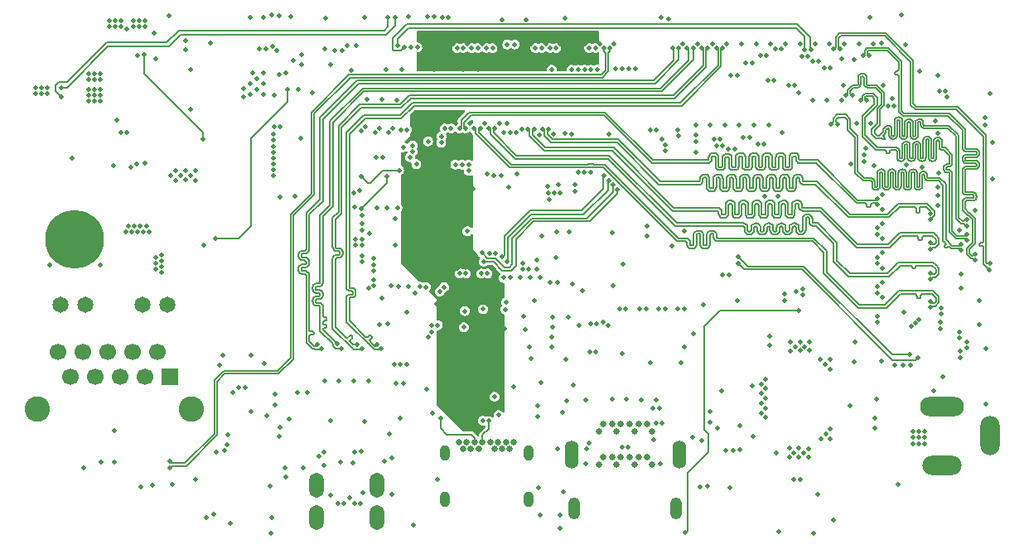
<source format=gbr>
G04 #@! TF.GenerationSoftware,KiCad,Pcbnew,7.0.2*
G04 #@! TF.CreationDate,2023-05-24T19:52:42-04:00*
G04 #@! TF.ProjectId,jetson-nano-baseboard,6a657473-6f6e-42d6-9e61-6e6f2d626173,1.6.1*
G04 #@! TF.SameCoordinates,Original*
G04 #@! TF.FileFunction,Copper,L4,Inr*
G04 #@! TF.FilePolarity,Positive*
%FSLAX46Y46*%
G04 Gerber Fmt 4.6, Leading zero omitted, Abs format (unit mm)*
G04 Created by KiCad (PCBNEW 7.0.2) date 2023-05-24 19:52:42*
%MOMM*%
%LPD*%
G01*
G04 APERTURE LIST*
G04 #@! TA.AperFunction,ComponentPad*
%ADD10C,0.650000*%
G04 #@! TD*
G04 #@! TA.AperFunction,ComponentPad*
%ADD11O,1.400000X2.850000*%
G04 #@! TD*
G04 #@! TA.AperFunction,ComponentPad*
%ADD12O,1.200000X2.250000*%
G04 #@! TD*
G04 #@! TA.AperFunction,ComponentPad*
%ADD13O,4.500000X2.000000*%
G04 #@! TD*
G04 #@! TA.AperFunction,ComponentPad*
%ADD14O,1.990000X4.000000*%
G04 #@! TD*
G04 #@! TA.AperFunction,ComponentPad*
%ADD15O,4.000000X2.000000*%
G04 #@! TD*
G04 #@! TA.AperFunction,ComponentPad*
%ADD16O,1.000000X1.600000*%
G04 #@! TD*
G04 #@! TA.AperFunction,ComponentPad*
%ADD17O,1.500000X2.550000*%
G04 #@! TD*
G04 #@! TA.AperFunction,ComponentPad*
%ADD18R,1.700000X1.700000*%
G04 #@! TD*
G04 #@! TA.AperFunction,ComponentPad*
%ADD19C,1.700000*%
G04 #@! TD*
G04 #@! TA.AperFunction,ComponentPad*
%ADD20C,1.650000*%
G04 #@! TD*
G04 #@! TA.AperFunction,ComponentPad*
%ADD21C,2.600000*%
G04 #@! TD*
G04 #@! TA.AperFunction,ComponentPad*
%ADD22C,6.000000*%
G04 #@! TD*
G04 #@! TA.AperFunction,ViaPad*
%ADD23C,0.500000*%
G04 #@! TD*
G04 #@! TA.AperFunction,Conductor*
%ADD24C,0.150000*%
G04 #@! TD*
G04 #@! TA.AperFunction,Conductor*
%ADD25C,0.200000*%
G04 #@! TD*
G04 #@! TA.AperFunction,Conductor*
%ADD26C,0.180000*%
G04 #@! TD*
G04 #@! TA.AperFunction,Conductor*
%ADD27C,0.138000*%
G04 #@! TD*
G04 #@! TA.AperFunction,Conductor*
%ADD28C,0.160000*%
G04 #@! TD*
G04 #@! TA.AperFunction,Conductor*
%ADD29C,0.185000*%
G04 #@! TD*
G04 APERTURE END LIST*
D10*
X133960000Y-121955000D03*
X133960000Y-118605000D03*
X134410000Y-121180000D03*
X134410000Y-117830000D03*
X135310000Y-121180000D03*
X135310000Y-117830000D03*
X135760000Y-121955000D03*
X135760000Y-118605000D03*
X136210000Y-121180000D03*
X136210000Y-117830000D03*
X137110000Y-121180000D03*
X137110000Y-117830000D03*
X137568000Y-121955000D03*
X137568000Y-118605000D03*
X138009990Y-121180000D03*
X138009990Y-117830000D03*
X138909990Y-121180000D03*
X138909990Y-117830000D03*
X139360000Y-121955000D03*
X139360000Y-118605000D03*
D11*
X131160000Y-120955000D03*
D12*
X131460000Y-126455000D03*
X141860000Y-126455000D03*
D11*
X142160000Y-120955000D03*
D13*
X169057400Y-116030000D03*
D14*
X173937000Y-118980000D03*
D15*
X169057400Y-122030000D03*
D10*
X125259920Y-119645000D03*
X124859920Y-120345000D03*
X124059920Y-120345000D03*
X123659920Y-119645000D03*
X123259920Y-120345000D03*
X122859920Y-119645000D03*
X122059920Y-119645000D03*
X121659920Y-120345000D03*
X121259920Y-119645000D03*
X120859920Y-120345000D03*
X120059920Y-120345000D03*
X119659920Y-119645000D03*
D16*
X126729920Y-125525000D03*
X118189920Y-120795000D03*
X126729920Y-120795000D03*
D10*
X124459920Y-119645000D03*
X120459920Y-119645000D03*
D16*
X118189920Y-125525000D03*
D17*
X111308400Y-127406010D03*
X111308400Y-124046010D03*
X105108400Y-124046010D03*
X105108400Y-127406010D03*
D18*
X90140000Y-113010010D03*
D19*
X88870000Y-110470010D03*
X87600000Y-113010010D03*
X86330000Y-110470010D03*
X85060000Y-113010010D03*
X83790000Y-110470010D03*
X82520000Y-113010010D03*
X81250000Y-110470010D03*
X79980000Y-113010010D03*
X78710000Y-110470010D03*
D20*
X89894000Y-105640010D03*
X87354000Y-105640010D03*
X81504000Y-105640010D03*
X78964000Y-105640010D03*
D21*
X92303180Y-116310010D03*
X76546830Y-116310010D03*
D22*
X80408250Y-98918050D03*
D23*
X136296600Y-81500000D03*
X130000000Y-94200000D03*
X128800000Y-94200000D03*
X129400000Y-94200000D03*
X135700000Y-81500000D03*
X85600000Y-98200000D03*
X86500000Y-97600000D03*
X86800000Y-98200000D03*
X167250000Y-119800000D03*
X167250000Y-118600000D03*
X86200000Y-98200000D03*
X87100000Y-97600000D03*
X166050000Y-119200000D03*
X87400000Y-98200000D03*
X166650000Y-118600000D03*
X167250000Y-119200000D03*
X166050000Y-119800000D03*
X166650000Y-119800000D03*
X85900000Y-97600000D03*
X87000000Y-77200000D03*
X87000000Y-76600000D03*
X88000000Y-98200000D03*
X87600000Y-77200000D03*
X86400000Y-77200000D03*
X166650000Y-119200000D03*
X87700000Y-97600000D03*
X86400000Y-76600000D03*
X166050000Y-118600000D03*
X87600000Y-76600000D03*
X130551990Y-111188360D03*
X145094000Y-124146010D03*
X117450000Y-123500000D03*
X137668200Y-81468210D03*
X136982400Y-81468210D03*
X117500000Y-107700000D03*
X126238200Y-106766610D03*
X131292800Y-103490010D03*
X132250000Y-104200000D03*
X130950000Y-98200000D03*
X168326000Y-86827610D03*
X144424600Y-119466610D03*
X100891200Y-114793010D03*
X138912800Y-98562410D03*
X136423600Y-101483410D03*
X122824502Y-100350000D03*
X88700000Y-101400000D03*
X139179979Y-111529226D03*
X97100000Y-114075000D03*
X89300000Y-100500000D03*
X93800000Y-127400000D03*
X109758400Y-98006010D03*
X84425000Y-121700000D03*
X164100000Y-85300000D03*
X88700000Y-100800000D03*
X114300000Y-106400000D03*
X165000000Y-111800000D03*
X163550825Y-85300000D03*
X88700000Y-102000000D03*
X92200000Y-85600000D03*
X97800000Y-114075000D03*
X123400000Y-100350000D03*
X141400000Y-99600000D03*
X89300000Y-101700000D03*
X136370000Y-110630000D03*
X165800000Y-111800000D03*
X89300000Y-102300000D03*
X109758400Y-96506010D03*
X152300000Y-128800000D03*
X109758400Y-97306010D03*
X164200000Y-111800000D03*
X89300000Y-101100000D03*
X168605400Y-88050000D03*
X116850000Y-107700000D03*
X142700000Y-109900000D03*
X122128461Y-106071539D03*
X120269200Y-106258610D03*
X116916400Y-116723410D03*
X150525000Y-113700000D03*
X151000000Y-114200000D03*
X150525000Y-114700000D03*
X151016800Y-115174990D03*
X151000000Y-113244590D03*
X144300000Y-124200000D03*
X150525000Y-115675000D03*
X151016800Y-117149990D03*
X162800000Y-111400000D03*
X113358400Y-95706010D03*
X154800000Y-104000000D03*
X110958400Y-103641600D03*
X150525000Y-116675000D03*
X159700000Y-91200000D03*
X110958400Y-102141600D03*
X162200000Y-117200000D03*
X151000000Y-116175000D03*
X143550000Y-119175000D03*
X97650000Y-83500000D03*
X154800000Y-104600000D03*
X110958400Y-103041600D03*
X110958400Y-101506010D03*
X110958400Y-100841600D03*
X163020000Y-83160000D03*
X107558400Y-121706010D03*
X108458400Y-125356010D03*
X108858400Y-121756010D03*
X109820039Y-124800496D03*
X95682000Y-120508010D03*
X124351990Y-108106010D03*
X122151990Y-108106010D03*
X123251990Y-108106010D03*
X95978200Y-119897610D03*
X96003600Y-118881610D03*
X123775800Y-87107010D03*
X126085800Y-87665810D03*
X173482200Y-110119410D03*
X83024410Y-101525910D03*
X77800400Y-101534210D03*
X161061600Y-90993210D03*
X161264800Y-89596210D03*
X161061600Y-90307410D03*
X127889200Y-88250010D03*
X141046400Y-76362810D03*
X155778380Y-84660150D03*
X144025790Y-78907010D03*
X160121800Y-109408210D03*
X170993000Y-103947210D03*
X170993000Y-102474010D03*
X145288200Y-117637810D03*
X145288200Y-116494810D03*
X117400000Y-105500000D03*
X116321990Y-114281506D03*
X104165600Y-114589810D03*
X96545600Y-114564410D03*
X98425200Y-116494810D03*
X114020800Y-96784410D03*
X113128890Y-99498010D03*
X130632400Y-115402610D03*
X125247600Y-114031010D03*
X127711400Y-115936010D03*
X127711400Y-117002810D03*
X126099960Y-81361400D03*
X117099980Y-81523930D03*
X127609800Y-81315810D03*
X119025800Y-78907010D03*
X120525780Y-78907010D03*
X122025800Y-78907010D03*
X127025780Y-78907010D03*
X128525780Y-78907010D03*
X131025780Y-78907010D03*
X117525800Y-78907010D03*
X129006800Y-103337610D03*
X129718000Y-103337610D03*
X162915800Y-94317810D03*
X162909390Y-95844890D03*
X162915800Y-97317810D03*
X166979800Y-91577410D03*
X131496000Y-93990410D03*
X128900000Y-94900000D03*
X129277100Y-88134940D03*
X159025820Y-78907010D03*
X160525820Y-78907010D03*
X172443400Y-95948810D03*
X174193400Y-92720410D03*
X174193400Y-89012010D03*
X152694380Y-87965940D03*
X151295590Y-87233370D03*
X149795600Y-87233370D03*
X148295600Y-87233370D03*
X158778380Y-84660150D03*
X157278390Y-84660150D03*
X140386000Y-88656410D03*
X138894000Y-97536010D03*
X145295600Y-87233370D03*
X122275800Y-87107010D03*
X154358790Y-83907900D03*
X130025780Y-78907010D03*
X143865800Y-87234010D03*
X146795600Y-87233370D03*
X165875850Y-107827120D03*
X172826080Y-107623920D03*
X172826080Y-105173920D03*
X162929010Y-104831030D03*
X162915800Y-103317810D03*
X162909630Y-98849560D03*
X162960680Y-100317490D03*
X162960680Y-101849550D03*
X165160640Y-106337990D03*
X110417470Y-113386560D03*
X108917470Y-113386560D03*
X107417470Y-113386560D03*
X105917470Y-113386560D03*
X111497420Y-107615140D03*
X135525790Y-78907010D03*
X134025790Y-78907010D03*
X132525790Y-78907010D03*
X116025790Y-78907010D03*
X162025810Y-78907010D03*
X157525830Y-78907010D03*
X156025820Y-78907010D03*
X154525790Y-78907010D03*
X153025800Y-78907010D03*
X151525780Y-78907010D03*
X147025790Y-78907010D03*
X145525790Y-78907010D03*
X142525790Y-78907010D03*
X94818400Y-120685810D03*
X106013490Y-76284600D03*
X140251990Y-121906010D03*
X132651990Y-121906010D03*
X102300000Y-117300000D03*
X136782080Y-115296040D03*
X173467770Y-115765830D03*
X102484000Y-76150700D03*
X110017080Y-76261070D03*
X91700000Y-92855410D03*
X98291380Y-76200000D03*
X160275870Y-87050280D03*
X161775860Y-87050280D03*
X123525790Y-78907010D03*
X148525790Y-78907010D03*
X150025790Y-78907010D03*
X135293800Y-115304380D03*
X139811520Y-115332510D03*
X113614400Y-117206010D03*
X103175000Y-114615210D03*
X129200000Y-106900000D03*
X135407600Y-103642410D03*
X119278600Y-87109010D03*
X120777000Y-87105810D03*
X117823640Y-87082020D03*
X99692620Y-76200000D03*
X121596370Y-81523930D03*
X120087600Y-81523930D03*
X98550000Y-81900000D03*
X99700000Y-81900000D03*
X92700000Y-91900000D03*
X92697600Y-92900000D03*
X91700000Y-91900000D03*
X102700000Y-80635500D03*
X98300000Y-83000000D03*
X99700000Y-84100000D03*
X98318760Y-84100000D03*
X99700000Y-83000000D03*
X118335680Y-108555380D03*
X170777240Y-97953800D03*
X90716800Y-92874990D03*
X90700000Y-91900000D03*
X90200000Y-92400000D03*
X91200000Y-92400000D03*
X155355410Y-121200000D03*
X154900000Y-120800000D03*
X153900000Y-120800000D03*
X154400000Y-120300000D03*
X155400000Y-120302400D03*
X154400000Y-121200000D03*
X153425010Y-120300000D03*
X153425010Y-121216800D03*
X147699600Y-120482610D03*
X146886800Y-120482610D03*
X76400000Y-84000000D03*
X76400000Y-83400000D03*
X77600000Y-84000000D03*
X77000000Y-84000000D03*
X77000000Y-83400000D03*
X77600000Y-83400000D03*
X100700000Y-92400000D03*
X99000000Y-83600000D03*
X146500000Y-114400000D03*
X126200000Y-101400000D03*
X109058400Y-98906010D03*
X138280000Y-115390000D03*
X84500000Y-76600000D03*
X85100000Y-76600000D03*
X129958400Y-128506010D03*
X119951990Y-113806010D03*
X100350000Y-124150000D03*
X149600000Y-113900000D03*
X131350000Y-113800000D03*
X155455410Y-110300000D03*
X100500000Y-127400000D03*
X153525010Y-109400000D03*
X114393990Y-99450000D03*
X166300000Y-107500000D03*
X99000000Y-82500000D03*
X154150000Y-104250000D03*
X126800000Y-102000000D03*
X92200000Y-81600000D03*
X84350000Y-91350000D03*
X156300000Y-125000000D03*
X110300000Y-84650000D03*
X83900000Y-77200000D03*
X88320722Y-124088819D03*
X120353092Y-101793452D03*
X152950000Y-105200000D03*
X99800000Y-111600000D03*
X92200000Y-92400000D03*
X155000000Y-109900000D03*
X92700000Y-123500000D03*
X81800000Y-84800000D03*
X100700000Y-88200000D03*
X130358400Y-124706010D03*
X154500000Y-110300000D03*
X83000000Y-84800000D03*
X83000000Y-84200000D03*
X109058400Y-99506010D03*
X85700000Y-88000000D03*
X109758400Y-98906010D03*
X84500000Y-77200000D03*
X87125000Y-124225000D03*
X83900000Y-76600000D03*
X164900000Y-76000000D03*
X100700000Y-90000000D03*
X120000000Y-89200000D03*
X95500000Y-110808484D03*
X100700000Y-91800000D03*
X82400000Y-83600000D03*
X100700000Y-91200000D03*
X114300000Y-111700000D03*
X109758400Y-99506010D03*
X93600000Y-99500000D03*
X158958400Y-83156010D03*
X80100000Y-90600000D03*
X154000000Y-109900000D03*
X162305593Y-115305593D03*
X100700000Y-88800000D03*
X164500000Y-124000000D03*
X169400000Y-83800000D03*
X119100000Y-101200000D03*
X121700000Y-101800000D03*
X122850000Y-101800000D03*
X110391639Y-103949500D03*
X96300000Y-128000000D03*
X118750000Y-81450000D03*
X126200000Y-102000000D03*
X81300000Y-122300000D03*
X120700000Y-88500000D03*
X121100000Y-93800000D03*
X81800000Y-84200000D03*
X120000000Y-88500000D03*
X152100000Y-120800000D03*
X166675000Y-107125000D03*
X119300000Y-88500000D03*
X168800000Y-83800000D03*
X85100000Y-77200000D03*
X91700000Y-78600000D03*
X168558400Y-82137500D03*
X154500000Y-123500000D03*
X117900000Y-96500000D03*
X152950000Y-104500000D03*
X119450000Y-101850000D03*
X155500000Y-109402400D03*
X153900000Y-123500000D03*
X100450000Y-128950000D03*
X95200000Y-111800000D03*
X90000000Y-76100000D03*
X154500000Y-109400000D03*
X113650000Y-111700000D03*
X100700000Y-90600000D03*
X85100000Y-88000000D03*
X100700000Y-89400000D03*
X127758400Y-124306010D03*
X148100000Y-105200000D03*
X151450000Y-108800000D03*
X153525010Y-110316800D03*
X82400000Y-84800000D03*
X120700000Y-89200000D03*
X131975000Y-107750000D03*
X81800000Y-83600000D03*
X119300000Y-89200000D03*
X82400000Y-84200000D03*
X142700000Y-98075000D03*
X83000000Y-83600000D03*
X112800000Y-121300000D03*
X169500000Y-84400000D03*
X143650004Y-108550000D03*
X112700000Y-103700000D03*
X113050000Y-111700000D03*
X112573000Y-118806210D03*
X106530000Y-117500000D03*
X101346200Y-118120410D03*
X110020000Y-117550000D03*
X148400000Y-120400000D03*
X151435000Y-109800000D03*
X116886350Y-108413650D03*
X123698000Y-116890800D03*
X117765330Y-117221800D03*
X116549500Y-108900000D03*
X124200000Y-102850000D03*
X144600000Y-105600000D03*
X146100000Y-118200000D03*
X113157200Y-96809810D03*
X100050800Y-116977410D03*
X109758400Y-100606010D03*
X103450000Y-88600000D03*
X109758400Y-101206010D03*
X102900000Y-94500000D03*
X129958400Y-127106010D03*
X142316400Y-111567210D03*
X134930170Y-107750000D03*
X101900000Y-122256010D03*
X103708400Y-122256010D03*
X139555440Y-119383840D03*
X90400000Y-124000000D03*
X83060000Y-121685000D03*
X124387858Y-106093428D03*
X130800000Y-106900000D03*
X124455120Y-105355120D03*
X127384000Y-105206010D03*
X115036800Y-128153410D03*
X111785600Y-104937810D03*
X115196548Y-104396548D03*
X154400000Y-106200000D03*
X142800000Y-128900000D03*
X160020200Y-80528410D03*
X158801000Y-80503010D03*
X131826200Y-92060010D03*
X132461200Y-92060010D03*
X102106920Y-83556920D03*
X94772175Y-98820826D03*
X140098850Y-106022020D03*
X148964491Y-80919500D03*
X139772373Y-117714864D03*
X140723850Y-106022020D03*
X149599895Y-80919500D03*
X140397373Y-117714864D03*
X147421800Y-82154010D03*
X142052360Y-106022020D03*
X139489480Y-116191830D03*
X148089480Y-82162620D03*
X142677360Y-106022020D03*
X140114480Y-116191830D03*
X149750000Y-119100000D03*
X148361351Y-117938648D03*
X136071480Y-106022020D03*
X151964500Y-79432400D03*
X132664400Y-120355610D03*
X136696480Y-106022020D03*
X152589500Y-79432400D03*
X132976980Y-119732610D03*
X138144650Y-106002020D03*
X150464490Y-80135110D03*
X136346500Y-120190660D03*
X138769650Y-106002020D03*
X151089490Y-80135110D03*
X136973500Y-120190660D03*
X139214490Y-87728460D03*
X133080160Y-107533540D03*
X139839490Y-87728460D03*
X133705160Y-107533540D03*
X145964490Y-79368670D03*
X111720971Y-110120971D03*
X146589490Y-79368670D03*
X111279029Y-109679029D03*
X144464490Y-79368670D03*
X109720971Y-110120971D03*
X142964490Y-79368670D03*
X107670971Y-110070971D03*
X145089490Y-79368670D03*
X109279029Y-109679029D03*
X141464490Y-79368670D03*
X105620971Y-110120971D03*
X143589490Y-79368670D03*
X107229029Y-109629029D03*
X142089490Y-79368670D03*
X105179029Y-109679029D03*
X126924000Y-102778810D03*
X123291600Y-115011200D03*
X124917400Y-102855010D03*
X125933400Y-102778810D03*
X127914600Y-102778810D03*
X102000000Y-123200000D03*
X105896761Y-122067649D03*
X106508400Y-125106010D03*
X112807205Y-125007205D03*
X101300000Y-119100000D03*
X112000000Y-121600000D03*
X129724800Y-120306010D03*
X163958400Y-84506010D03*
X161654479Y-76245521D03*
X126416550Y-108192440D03*
X128016000Y-113588800D03*
X112369600Y-107594400D03*
X126851764Y-109898236D03*
X127002664Y-111073733D03*
X129205880Y-107926440D03*
X120157540Y-107906010D03*
X134400000Y-107400000D03*
X127958400Y-127106010D03*
X105829371Y-120685039D03*
X107920900Y-125956010D03*
X105387429Y-121126981D03*
X107295900Y-125956010D03*
X109628812Y-120633688D03*
X109574662Y-125953233D03*
X108949662Y-125953233D03*
X108987500Y-120650000D03*
X130251400Y-116621810D03*
X132626410Y-115326410D03*
X124892000Y-87996010D03*
X133121600Y-81569810D03*
X115650000Y-103751500D03*
X120650200Y-91272610D03*
X124257000Y-87996010D03*
X132486600Y-81569810D03*
X114474470Y-103751500D03*
X119964400Y-91272610D03*
X154714500Y-80235210D03*
X125527000Y-87996010D03*
X116272088Y-103806357D03*
X133756600Y-81569810D03*
X120650200Y-91933010D03*
X124557240Y-87096020D03*
X131851600Y-81569810D03*
X113474470Y-103751500D03*
X119278600Y-91272610D03*
X151229200Y-82681410D03*
X157597710Y-81397440D03*
X153319500Y-83161770D03*
X153944500Y-83161770D03*
X142048990Y-87750500D03*
X142087800Y-88377010D03*
X143850300Y-88278700D03*
X143846910Y-88938950D03*
X140716200Y-89240610D03*
X140709690Y-89871370D03*
X156972710Y-81397440D03*
X151854200Y-82681410D03*
X156421850Y-80722970D03*
X155796850Y-80722970D03*
X155339500Y-80235210D03*
X170850000Y-110994010D03*
X146355000Y-88707210D03*
X170850000Y-110369010D03*
X145714500Y-88710440D03*
X170825000Y-109033430D03*
X147839490Y-89725000D03*
X170825000Y-108408430D03*
X147214490Y-89725000D03*
X145952270Y-89335440D03*
X171566240Y-110033430D03*
X146577270Y-89335440D03*
X171566240Y-109408430D03*
X168860000Y-108040000D03*
X150839490Y-89188110D03*
X168873750Y-107408430D03*
X150214490Y-89188110D03*
X168914190Y-106533440D03*
X149339490Y-88505070D03*
X168914190Y-105908440D03*
X148714490Y-88505070D03*
X158589530Y-79436880D03*
X173838370Y-102033450D03*
X157964530Y-79436880D03*
X173971570Y-101407210D03*
X161589510Y-80150650D03*
X172365790Y-101033450D03*
X160964510Y-80150650D03*
X172365790Y-100408450D03*
X125603200Y-92263210D03*
X124003000Y-92364810D03*
X117691733Y-104258182D03*
X123190200Y-92364810D03*
X118135600Y-103818880D03*
X122555200Y-92263210D03*
X159214520Y-84190790D03*
X171551480Y-96908450D03*
X159839520Y-84190790D03*
X171551480Y-97533450D03*
X171551480Y-98408450D03*
X160714510Y-84679850D03*
X171551480Y-99033450D03*
X161339510Y-84679850D03*
X170980970Y-99408450D03*
X157714530Y-87117670D03*
X170980970Y-100033450D03*
X158339530Y-87117670D03*
X111303000Y-95717610D03*
X106985000Y-79639410D03*
X112293600Y-95717610D03*
X107721600Y-79639410D03*
X135864800Y-93838010D03*
X122200000Y-101200000D03*
X113970000Y-113675410D03*
X134950400Y-92898210D03*
X124600000Y-101200000D03*
X134467800Y-92390210D03*
X113233400Y-113675410D03*
X124100000Y-100700000D03*
X133030160Y-110422270D03*
X133655160Y-110422270D03*
X115299620Y-91239079D03*
X111899996Y-90500004D03*
X114681200Y-90536010D03*
X114750000Y-79258410D03*
X114935200Y-89951810D03*
X115400000Y-79300000D03*
X114935200Y-89316810D03*
X109200670Y-79107140D03*
X113400000Y-79150000D03*
X129150000Y-108950000D03*
X124600000Y-79000000D03*
X165300000Y-79000000D03*
X154950000Y-79525000D03*
X108266060Y-79122840D03*
X155625000Y-79500000D03*
X129150000Y-109900000D03*
X114100000Y-79250000D03*
X166758400Y-81706010D03*
X125350000Y-79000000D03*
X162860000Y-78880000D03*
X129641098Y-98187520D03*
X103600000Y-81100000D03*
X100500000Y-76000000D03*
X160030000Y-111450000D03*
X128100000Y-98600000D03*
X165400000Y-91300000D03*
X112300000Y-92500000D03*
X109700000Y-95800000D03*
X168200000Y-114400000D03*
X162100000Y-91400000D03*
X113538200Y-91882210D03*
X109652000Y-92500000D03*
X135280600Y-98206810D03*
X103600000Y-80000000D03*
X97650000Y-84350000D03*
X100784000Y-84206010D03*
X100838200Y-115859810D03*
X135433000Y-93355410D03*
X122000000Y-100300000D03*
X134464490Y-79368670D03*
X90068544Y-121629304D03*
X135089490Y-79368670D03*
X90068544Y-122254304D03*
X132964480Y-79368670D03*
X122105110Y-117462090D03*
X133589480Y-79368670D03*
X122732110Y-117506040D03*
X94291840Y-78845290D03*
X128214480Y-87645560D03*
X167820400Y-96270800D03*
X128839480Y-87645560D03*
X167820400Y-96895800D03*
X167820400Y-99290310D03*
X126714480Y-87645560D03*
X167820400Y-99915310D03*
X127339480Y-87645560D03*
X122714490Y-87563600D03*
X167820400Y-102356580D03*
X123339490Y-87563600D03*
X167820400Y-102981580D03*
X167820400Y-105275890D03*
X121214500Y-87563600D03*
X167820400Y-105900890D03*
X121839500Y-87563600D03*
X121589500Y-79368670D03*
X162457790Y-107393530D03*
X120964500Y-79368670D03*
X162457790Y-106768530D03*
X162457790Y-104393530D03*
X123089500Y-79368670D03*
X162457790Y-103768530D03*
X122464500Y-79368670D03*
X162457790Y-101393530D03*
X128089480Y-79368670D03*
X162457790Y-100768530D03*
X127464480Y-79368670D03*
X129589480Y-79368670D03*
X162457790Y-98393530D03*
X128964480Y-79368670D03*
X162457790Y-97768530D03*
X162457790Y-95393530D03*
X120339490Y-87563600D03*
X162457790Y-94768530D03*
X119714490Y-87563600D03*
X101989460Y-81898910D03*
X118589500Y-76208570D03*
X101254150Y-82056110D03*
X117964500Y-76208570D03*
X112236480Y-81567720D03*
X105904220Y-79444470D03*
X114527270Y-76178930D03*
X101300000Y-76100000D03*
X117089490Y-76179190D03*
X99892690Y-79407390D03*
X116464490Y-76179190D03*
X99267690Y-79407390D03*
X101052880Y-79609690D03*
X117873910Y-88391090D03*
X100610940Y-79167750D03*
X117839420Y-89055290D03*
X122575000Y-102417570D03*
X118214490Y-87574230D03*
X121950000Y-102417570D03*
X118839490Y-87574230D03*
X119464490Y-79368670D03*
X120375000Y-102417570D03*
X120089490Y-79368670D03*
X119750000Y-102417570D03*
X114339505Y-87706117D03*
X113714505Y-87706117D03*
X112920971Y-87596729D03*
X112479029Y-88038671D03*
X113300000Y-84679979D03*
X111800000Y-84650000D03*
X110120971Y-87379029D03*
X109679029Y-87820971D03*
X111119386Y-88038671D03*
X111561328Y-87596729D03*
X147300000Y-102600000D03*
X100750000Y-87400000D03*
X127600000Y-102000000D03*
X146600000Y-102600000D03*
X127600000Y-101000000D03*
X101410878Y-87389125D03*
X106527800Y-81061810D03*
X129133800Y-81569810D03*
X113831370Y-81556130D03*
X131165800Y-81570010D03*
X168605400Y-94473010D03*
X131496000Y-93355410D03*
X150927000Y-94523810D03*
X133096200Y-92034610D03*
X168605000Y-95463610D03*
X152222400Y-94523810D03*
X129845000Y-93355410D03*
X120524799Y-98093096D03*
X129550000Y-100750000D03*
X109000000Y-95600000D03*
X87450000Y-80050000D03*
X93500000Y-88700000D03*
X169088000Y-112989610D03*
X111200000Y-90500000D03*
X82400000Y-82000000D03*
X85750000Y-77400000D03*
X81800000Y-82000000D03*
X83000000Y-82600000D03*
X88700000Y-80500000D03*
X81800000Y-82600000D03*
X82400000Y-82600000D03*
X83000000Y-82000000D03*
X156700000Y-119300000D03*
X157200000Y-118800000D03*
X157600000Y-111200000D03*
X157600000Y-119300000D03*
X157600000Y-118300000D03*
X156600000Y-111200000D03*
X157600000Y-112200000D03*
X157100000Y-111700000D03*
X159600000Y-115900000D03*
X162200000Y-118200000D03*
X87600000Y-91100000D03*
X84700000Y-86700000D03*
X173400000Y-87200000D03*
X143900000Y-90000000D03*
X173400000Y-86500000D03*
X135000000Y-88200000D03*
X128700000Y-93500000D03*
X108917000Y-94200000D03*
X166600000Y-111000000D03*
X101400000Y-94600000D03*
X148200000Y-101400000D03*
X108675000Y-81625000D03*
X103200000Y-83600000D03*
X109500000Y-93896309D03*
X148200000Y-100700000D03*
X165700000Y-110700000D03*
X168681600Y-92187010D03*
X116494141Y-88906100D03*
X104700000Y-83900000D03*
X168605400Y-93558610D03*
X113950000Y-89500000D03*
X124750000Y-93576310D03*
X173900000Y-84000000D03*
X91700000Y-79550000D03*
X88500000Y-77850000D03*
X86800000Y-80100000D03*
X94600000Y-127000000D03*
X112400000Y-76205510D03*
X79000000Y-84400000D03*
X79000000Y-83400000D03*
X113150000Y-76205510D03*
X126500000Y-76450500D03*
X86164494Y-91521304D03*
X130500000Y-76300000D03*
X110500000Y-98300000D03*
X124100000Y-76450500D03*
X86700000Y-91200000D03*
X140300000Y-76200000D03*
X131210000Y-88190000D03*
X84400000Y-118500000D03*
X130537000Y-88100000D03*
X98400000Y-110810000D03*
X157900000Y-127600000D03*
X147345600Y-124343410D03*
X155900000Y-129000000D03*
D24*
X118400000Y-118900000D02*
X120919840Y-118900000D01*
X117765330Y-117221800D02*
X117765330Y-118265330D01*
X117765330Y-118265330D02*
X118400000Y-118900000D01*
X120919840Y-118900000D02*
X121259920Y-119240080D01*
X121259920Y-119240080D02*
X121259920Y-119645000D01*
X154400000Y-106200000D02*
X146300000Y-106200000D01*
X145150000Y-118850000D02*
X145150000Y-120650000D01*
X145150000Y-120650000D02*
X143000000Y-122800000D01*
X144700000Y-118400000D02*
X145150000Y-118850000D01*
X143000000Y-128700000D02*
X142800000Y-128900000D01*
X146300000Y-106200000D02*
X144700000Y-107800000D01*
X144700000Y-107800000D02*
X144700000Y-118400000D01*
X143000000Y-122800000D02*
X143000000Y-128700000D01*
D25*
X97179174Y-98820826D02*
X94772175Y-98820826D01*
X102106920Y-84893080D02*
X98400000Y-88600000D01*
X102106920Y-83556920D02*
X102106920Y-84893080D01*
X98400000Y-88600000D02*
X98400000Y-97600000D01*
X98400000Y-97600000D02*
X97179174Y-98820826D01*
D26*
X111502230Y-110144030D02*
X111525289Y-110120971D01*
X142286832Y-84947500D02*
X114936832Y-84947500D01*
X109936832Y-86247500D02*
X108147500Y-88036832D01*
X111525289Y-110120971D02*
X111720971Y-110120971D01*
X108147500Y-107363168D02*
X110905303Y-110120971D01*
X108699226Y-104553274D02*
X108523657Y-104553274D01*
X108360448Y-104156022D02*
X108439954Y-104183842D01*
X108793452Y-104459048D02*
X108791089Y-104480015D01*
X108147500Y-104929431D02*
X108147500Y-107363168D01*
X108791089Y-104266532D02*
X108793452Y-104287500D01*
X108740109Y-104543942D02*
X108720193Y-104550911D01*
X108147500Y-88036832D02*
X108147500Y-103817116D01*
X108289127Y-104111208D02*
X108360448Y-104156022D01*
X113636832Y-86247500D02*
X109936832Y-86247500D01*
X110905303Y-110120971D02*
X111032769Y-110120971D01*
X108229565Y-104694901D02*
X108184751Y-104766222D01*
X145964490Y-79368670D02*
X146124490Y-79528670D01*
X108720193Y-104550911D02*
X108699226Y-104553274D01*
X108757974Y-104532716D02*
X108740109Y-104543942D01*
X108772894Y-104228751D02*
X108784120Y-104246616D01*
X114936832Y-84947500D02*
X113636832Y-86247500D01*
X108784120Y-104246616D02*
X108791089Y-104266532D01*
X108523657Y-104553274D02*
X108439954Y-104562705D01*
X108439954Y-104183842D02*
X108523657Y-104193274D01*
X108757974Y-104213831D02*
X108772894Y-104228751D01*
X108439954Y-104562705D02*
X108360448Y-104590525D01*
X108791089Y-104480015D02*
X108784120Y-104499931D01*
X108793452Y-104287500D02*
X108793452Y-104459048D01*
X108720193Y-104195636D02*
X108740109Y-104202605D01*
X108784120Y-104499931D02*
X108772894Y-104517796D01*
X108147500Y-103817116D02*
X108156931Y-103900819D01*
X108156931Y-104845728D02*
X108147500Y-104929431D01*
X111032769Y-110120971D02*
X111055828Y-110144030D01*
X108699226Y-104193274D02*
X108720193Y-104195636D01*
X108360448Y-104590525D02*
X108289127Y-104635339D01*
X146124490Y-79528670D02*
X146124490Y-81109842D01*
X108289127Y-104635339D02*
X108229565Y-104694901D01*
X108184751Y-104766222D02*
X108156931Y-104845728D01*
X146124490Y-81109842D02*
X142286832Y-84947500D01*
X111055828Y-110144030D02*
X111502230Y-110144030D01*
X108156931Y-103900819D02*
X108184751Y-103980325D01*
X108772894Y-104517796D02*
X108757974Y-104532716D01*
X108184751Y-103980325D02*
X108229565Y-104051646D01*
X108229565Y-104051646D02*
X108289127Y-104111208D01*
X108523657Y-104193274D02*
X108699226Y-104193274D01*
X108740109Y-104202605D02*
X108757974Y-104213831D01*
X109016386Y-104716646D02*
X108956824Y-104776208D01*
X111142087Y-109815971D02*
X111279029Y-109679029D01*
X110747245Y-108902351D02*
X110747245Y-108942658D01*
X108461831Y-104911616D02*
X108454862Y-104931532D01*
X108546726Y-104858274D02*
X108525758Y-104860636D01*
X113763168Y-86552500D02*
X110063168Y-86552500D01*
X110285445Y-108925667D02*
X110321760Y-108908178D01*
X110353274Y-108883047D02*
X110441097Y-108795225D01*
X109098452Y-104482116D02*
X109089020Y-104565819D01*
X110695656Y-108795225D02*
X110720787Y-108826739D01*
X108805997Y-104848842D02*
X108722294Y-104858274D01*
X108505842Y-104867605D02*
X108487977Y-104878831D01*
X110508926Y-108752605D02*
X110548223Y-108743636D01*
X146429490Y-81236178D02*
X142413168Y-85252500D01*
X108505842Y-103878942D02*
X108525758Y-103885911D01*
X108452500Y-104952500D02*
X108452500Y-107236832D01*
X110321760Y-108908178D02*
X110353274Y-108883047D01*
X108525758Y-103885911D02*
X108546726Y-103888274D01*
X108525758Y-104860636D02*
X108505842Y-104867605D01*
X115063168Y-85252500D02*
X113763168Y-86552500D01*
X110747245Y-108942658D02*
X110738276Y-108981955D01*
X110695656Y-109049784D02*
X110607834Y-109137607D01*
X109016386Y-104029901D02*
X109061200Y-104101222D01*
X110738276Y-108863054D02*
X110747245Y-108902351D01*
X110607834Y-109392166D02*
X111031639Y-109815971D01*
X146589490Y-79368670D02*
X146429490Y-79528670D01*
X110548223Y-108743636D02*
X110588530Y-108743636D01*
X109089020Y-104565819D02*
X109061200Y-104645325D01*
X108885503Y-103925525D02*
X108956824Y-103970339D01*
X110441097Y-108795225D02*
X110472611Y-108770093D01*
X110607834Y-109137607D02*
X110582702Y-109169121D01*
X109089020Y-104180728D02*
X109098452Y-104264431D01*
X110166544Y-108925667D02*
X110205841Y-108934636D01*
X110130229Y-108908178D02*
X110166544Y-108925667D01*
X108454862Y-103815015D02*
X108461831Y-103834931D01*
X108722294Y-104858274D02*
X108546726Y-104858274D01*
X110627827Y-108752605D02*
X110664142Y-108770093D01*
X110720787Y-108826739D02*
X110738276Y-108863054D01*
X110588530Y-108743636D02*
X110627827Y-108752605D01*
X109061200Y-104101222D02*
X109089020Y-104180728D01*
X146429490Y-79528670D02*
X146429490Y-81236178D01*
X110720787Y-109018270D02*
X110695656Y-109049784D01*
X110565214Y-109324337D02*
X110582702Y-109360652D01*
X108452500Y-103794048D02*
X108454862Y-103815015D01*
X111031639Y-109815971D02*
X111142087Y-109815971D01*
X110582702Y-109169121D02*
X110565214Y-109205436D01*
X108722294Y-103888274D02*
X108805997Y-103897705D01*
X109098452Y-104264431D02*
X109098452Y-104482116D01*
X110472611Y-108770093D02*
X110508926Y-108752605D01*
X110738276Y-108981955D02*
X110720787Y-109018270D01*
X108452500Y-88163168D02*
X108452500Y-103794048D01*
X108461831Y-103834931D02*
X108473057Y-103852796D01*
X110556245Y-109285040D02*
X110565214Y-109324337D01*
X110565214Y-109205436D02*
X110556245Y-109244733D01*
X108956824Y-104776208D02*
X108885503Y-104821022D01*
X108487977Y-104878831D02*
X108473057Y-104893751D01*
X108473057Y-104893751D02*
X108461831Y-104911616D01*
X110664142Y-108770093D02*
X110695656Y-108795225D01*
X109061200Y-104645325D02*
X109016386Y-104716646D01*
X110098717Y-108883049D02*
X110130229Y-108908178D01*
X110246148Y-108934636D02*
X110285445Y-108925667D01*
X108473057Y-103852796D02*
X108487977Y-103867716D01*
X108546726Y-103888274D02*
X108722294Y-103888274D01*
X108487977Y-103867716D02*
X108505842Y-103878942D01*
X108452500Y-107236832D02*
X110098717Y-108883049D01*
X110582702Y-109360652D02*
X110607834Y-109392166D01*
X108956824Y-103970339D02*
X109016386Y-104029901D01*
X108805997Y-103897705D02*
X108885503Y-103925525D01*
X110205841Y-108934636D02*
X110246148Y-108934636D01*
X142413168Y-85252500D02*
X115063168Y-85252500D01*
X108885503Y-104821022D02*
X108805997Y-104848842D01*
X110063168Y-86552500D02*
X108452500Y-88163168D01*
X108454862Y-104931532D02*
X108452500Y-104952500D01*
X110556245Y-109244733D02*
X110556245Y-109285040D01*
X107467820Y-100439464D02*
X107444464Y-100462820D01*
X109539328Y-85144990D02*
X107344989Y-87339329D01*
X106758189Y-99803519D02*
X106789722Y-99893634D01*
X107344989Y-96139343D02*
X106747500Y-96736832D01*
X106840516Y-100655526D02*
X106789722Y-100736365D01*
X107444464Y-100462820D02*
X107416497Y-100480392D01*
X106988865Y-100537222D02*
X106908026Y-100588016D01*
X107385321Y-100138698D02*
X107416497Y-100149607D01*
X107444464Y-100167179D02*
X107467820Y-100190535D01*
X107078980Y-100124310D02*
X107173853Y-100135000D01*
X107385321Y-100491301D02*
X107352500Y-100495000D01*
X107467820Y-100190535D02*
X107485392Y-100218502D01*
X106747500Y-96736832D02*
X106747500Y-99708646D01*
X107416497Y-100149607D02*
X107444464Y-100167179D01*
X106747500Y-108028850D02*
X108868650Y-110150000D01*
X106908026Y-100588016D02*
X106840516Y-100655526D01*
X107496301Y-100249678D02*
X107500000Y-100282500D01*
X106840516Y-99974473D02*
X106908026Y-100041983D01*
X106988865Y-100092777D02*
X107078980Y-100124310D01*
X106789722Y-100736365D02*
X106758189Y-100826480D01*
X141586829Y-84197489D02*
X114586842Y-84197490D01*
X107352500Y-100495000D02*
X107173853Y-100495000D01*
X107416497Y-100480392D02*
X107385321Y-100491301D01*
X106747500Y-100921353D02*
X106747500Y-108028850D01*
X109691942Y-110150000D02*
X109720971Y-110120971D01*
X107344989Y-87339329D02*
X107344989Y-96139343D01*
X144464490Y-79368670D02*
X144624490Y-79528670D01*
X107078980Y-100505689D02*
X106988865Y-100537222D01*
X144624490Y-79528670D02*
X144624490Y-81159828D01*
X107500000Y-100347500D02*
X107496301Y-100380321D01*
X106747500Y-99708646D02*
X106758189Y-99803519D01*
X107173853Y-100135000D02*
X107352500Y-100135000D01*
X106789722Y-99893634D02*
X106840516Y-99974473D01*
X106758189Y-100826480D02*
X106747500Y-100921353D01*
X108868650Y-110150000D02*
X109691942Y-110150000D01*
X106908026Y-100041983D02*
X106988865Y-100092777D01*
X144624490Y-81159828D02*
X141586829Y-84197489D01*
X107352500Y-100135000D02*
X107385321Y-100138698D01*
X107496301Y-100380321D02*
X107485392Y-100411497D01*
X113639342Y-85144990D02*
X109539328Y-85144990D01*
X107485392Y-100411497D02*
X107467820Y-100439464D01*
X107485392Y-100218502D02*
X107496301Y-100249678D01*
X114586842Y-84197490D02*
X113639342Y-85144990D01*
X107173853Y-100495000D02*
X107078980Y-100505689D01*
X107500000Y-100282500D02*
X107500000Y-100347500D01*
X105305942Y-104740942D02*
X105337442Y-104737392D01*
X105394202Y-103410058D02*
X105416617Y-103387643D01*
X105367362Y-104424960D02*
X105337442Y-104414491D01*
X104706884Y-105161696D02*
X104717434Y-105068069D01*
X105367362Y-103426923D02*
X105394202Y-103410058D01*
X105443951Y-104521000D02*
X105433482Y-104491080D01*
X106764028Y-109595364D02*
X105447500Y-108278836D01*
X109802500Y-83497500D02*
X140236832Y-83497500D01*
X104748552Y-105472746D02*
X104717434Y-105383814D01*
X105127639Y-104410942D02*
X105034012Y-104400392D01*
X104865303Y-103532737D02*
X104945080Y-103482609D01*
X104748552Y-104172746D02*
X104717434Y-104083814D01*
X104748552Y-103679137D02*
X104798680Y-103599360D01*
X104865303Y-105619146D02*
X104798680Y-105552523D01*
X104717434Y-104083814D02*
X104706884Y-103990187D01*
X105447500Y-105852500D02*
X105443951Y-105821000D01*
X104798680Y-105552523D02*
X104748552Y-105472746D01*
X105337442Y-105714491D02*
X105305942Y-105710942D01*
X105447500Y-104552500D02*
X105443951Y-104521000D01*
X143124490Y-79528670D02*
X142964490Y-79368670D01*
X105337442Y-103437392D02*
X105367362Y-103426923D01*
X104798680Y-103599360D02*
X104865303Y-103532737D01*
X105337442Y-104737392D02*
X105367362Y-104726923D01*
X105034012Y-104751491D02*
X105127639Y-104740942D01*
X105305942Y-103440942D02*
X105337442Y-103437392D01*
X106447500Y-95436832D02*
X106447500Y-86852500D01*
X140236832Y-83497500D02*
X143124490Y-80609842D01*
X104717434Y-105383814D02*
X104706884Y-105290187D01*
X105443951Y-104630883D02*
X105447500Y-104599384D01*
X105447500Y-103299384D02*
X105447500Y-96436832D01*
X104865303Y-104832737D02*
X104945080Y-104782609D01*
X105416617Y-105764240D02*
X105394202Y-105741825D01*
X105034012Y-105700392D02*
X104945080Y-105669274D01*
X105127639Y-105710942D02*
X105034012Y-105700392D01*
X105433482Y-104491080D02*
X105416617Y-104464240D01*
X104717434Y-105068069D02*
X104748552Y-104979137D01*
X105447500Y-104599384D02*
X105447500Y-104552500D01*
X107452230Y-110094030D02*
X107005828Y-110094030D01*
X105447500Y-96436832D02*
X106447500Y-95436832D01*
X104945080Y-104369274D02*
X104865303Y-104319146D01*
X104798680Y-104899360D02*
X104865303Y-104832737D01*
X105305942Y-104410942D02*
X105127639Y-104410942D01*
X105447500Y-108278836D02*
X105447500Y-105852500D01*
X104945080Y-103482609D02*
X105034012Y-103451491D01*
X105433482Y-105791080D02*
X105416617Y-105764240D01*
X105443951Y-103330883D02*
X105447500Y-103299384D01*
X105443951Y-105821000D02*
X105433482Y-105791080D01*
X105416617Y-104464240D02*
X105394202Y-104441825D01*
X106447500Y-86852500D02*
X109802500Y-83497500D01*
X104706884Y-103990187D02*
X104706884Y-103861696D01*
X104748552Y-104979137D02*
X104798680Y-104899360D01*
X105127639Y-103440942D02*
X105305942Y-103440942D01*
X105337442Y-104414491D02*
X105305942Y-104410942D01*
X104717434Y-103768069D02*
X104748552Y-103679137D01*
X107670971Y-110070971D02*
X107475289Y-110070971D01*
X105367362Y-104726923D02*
X105394202Y-104710058D01*
X104706884Y-103861696D02*
X104717434Y-103768069D01*
X105416617Y-104687643D02*
X105433482Y-104660803D01*
X104945080Y-105669274D02*
X104865303Y-105619146D01*
X107475289Y-110070971D02*
X107452230Y-110094030D01*
X105433482Y-104660803D02*
X105443951Y-104630883D01*
X105305942Y-105710942D02*
X105127639Y-105710942D01*
X105367362Y-105724960D02*
X105337442Y-105714491D01*
X104865303Y-104319146D02*
X104798680Y-104252523D01*
X107005828Y-110094030D02*
X106764028Y-109852230D01*
X105127639Y-104740942D02*
X105305942Y-104740942D01*
X105394202Y-104710058D02*
X105416617Y-104687643D01*
X105394202Y-104441825D02*
X105367362Y-104424960D01*
X105416617Y-103387643D02*
X105433482Y-103360803D01*
X143124490Y-80609842D02*
X143124490Y-79528670D01*
X106764028Y-109852230D02*
X106764028Y-109595364D01*
X104798680Y-104252523D02*
X104748552Y-104172746D01*
X105394202Y-105741825D02*
X105367362Y-105724960D01*
X104706884Y-105290187D02*
X104706884Y-105161696D01*
X104945080Y-104782609D02*
X105034012Y-104751491D01*
X105433482Y-103360803D02*
X105443951Y-103330883D01*
X105034012Y-103451491D02*
X105127639Y-103440942D01*
X105034012Y-104400392D02*
X104945080Y-104369274D01*
X107084679Y-100855535D02*
X107067107Y-100883502D01*
X108523411Y-109317874D02*
X108532380Y-109357171D01*
X108252611Y-108958502D02*
X108288927Y-108941013D01*
X108523411Y-109277567D02*
X108523411Y-109317874D01*
X108750130Y-108939773D02*
X108741161Y-108979070D01*
X108591415Y-108740752D02*
X108630712Y-108749721D01*
X107167178Y-99826301D02*
X107200000Y-99830000D01*
X108532380Y-109238270D02*
X108523411Y-109277567D01*
X107200000Y-100800000D02*
X107167178Y-100803698D01*
X108630712Y-108749721D02*
X108667027Y-108767209D01*
X144929490Y-81286178D02*
X141713168Y-84502500D01*
X108698541Y-108792341D02*
X108723672Y-108823854D01*
X107052500Y-100947500D02*
X107052500Y-107902500D01*
X107644473Y-99923016D02*
X107711983Y-99990526D01*
X107067107Y-99746497D02*
X107084679Y-99774464D01*
X107794310Y-100161480D02*
X107805000Y-100256353D01*
X107762777Y-100558634D02*
X107711983Y-100639473D01*
X108667027Y-108767209D02*
X108698541Y-108792341D01*
X108549868Y-109201955D02*
X108532380Y-109238270D01*
X108320440Y-108915882D02*
X108443982Y-108792341D01*
X107650000Y-96265668D02*
X107052500Y-96863168D01*
X108750130Y-108899466D02*
X108750130Y-108939773D01*
X108288927Y-108941013D02*
X108320440Y-108915882D01*
X108741161Y-108860170D02*
X108750130Y-108899466D01*
X107794310Y-100468519D02*
X107762777Y-100558634D01*
X108575000Y-109425000D02*
X108850000Y-109700000D01*
X107136002Y-99815392D02*
X107167178Y-99826301D01*
X107167178Y-100803698D02*
X107136002Y-100814607D01*
X107200000Y-99830000D02*
X107378646Y-99830000D01*
X107805000Y-100373646D02*
X107794310Y-100468519D01*
X108723672Y-109015386D02*
X108698541Y-109046899D01*
X108549868Y-109393486D02*
X108575000Y-109425000D01*
X108532380Y-109357171D02*
X108549868Y-109393486D01*
X107378646Y-99830000D02*
X107473519Y-99840689D01*
X108723672Y-108823854D02*
X108741161Y-108860170D01*
X107711983Y-100639473D02*
X107644473Y-100706983D01*
X107052500Y-107902500D02*
X108065883Y-108915883D01*
X114713168Y-84502500D02*
X113765668Y-85450000D01*
X113765668Y-85450000D02*
X109665668Y-85450000D01*
X107108035Y-100832179D02*
X107084679Y-100855535D01*
X107762777Y-100071365D02*
X107794310Y-100161480D01*
X107084679Y-99774464D02*
X107108035Y-99797820D01*
X107056198Y-100914678D02*
X107052500Y-100947500D01*
X108475496Y-108767209D02*
X108511811Y-108749721D01*
X108173007Y-108967471D02*
X108213314Y-108967471D01*
X107563634Y-99872222D02*
X107644473Y-99923016D01*
X108741161Y-108979070D02*
X108723672Y-109015386D01*
X108575000Y-109170441D02*
X108549868Y-109201955D01*
X107067107Y-100883502D02*
X107056198Y-100914678D01*
X107650000Y-87465668D02*
X107650000Y-96265668D01*
X108065883Y-108915883D02*
X108097395Y-108941013D01*
X108551108Y-108740752D02*
X108591415Y-108740752D01*
X107052500Y-99682500D02*
X107056198Y-99715321D01*
X108511811Y-108749721D02*
X108551108Y-108740752D01*
X141713168Y-84502500D02*
X114713168Y-84502500D01*
X108213314Y-108967471D02*
X108252611Y-108958502D01*
X107108035Y-99797820D02*
X107136002Y-99815392D01*
X144929490Y-79528670D02*
X144929490Y-81286178D01*
X107805000Y-100256353D02*
X107805000Y-100373646D01*
X107052500Y-96863168D02*
X107052500Y-99682500D01*
X107136002Y-100814607D02*
X107108035Y-100832179D01*
X108443982Y-108792341D02*
X108475496Y-108767209D01*
X107473519Y-100789310D02*
X107378646Y-100800000D01*
X107378646Y-100800000D02*
X107200000Y-100800000D01*
X145089490Y-79368670D02*
X144929490Y-79528670D01*
X108097395Y-108941013D02*
X108133711Y-108958502D01*
X108698541Y-109046899D02*
X108575000Y-109170441D01*
X107644473Y-100706983D02*
X107563634Y-100757777D01*
X107563634Y-100757777D02*
X107473519Y-100789310D01*
X107056198Y-99715321D02*
X107067107Y-99746497D01*
X108133711Y-108958502D02*
X108173007Y-108967471D01*
X107711983Y-99990526D02*
X107762777Y-100071365D01*
X107473519Y-99840689D02*
X107563634Y-99872222D01*
X108850000Y-109700000D02*
X109258058Y-109700000D01*
X109258058Y-109700000D02*
X109279029Y-109679029D01*
X109665668Y-85450000D02*
X107650000Y-87465668D01*
X103913385Y-101079324D02*
X103875000Y-101075000D01*
X103694909Y-100070000D02*
X103875000Y-100070000D01*
X103913385Y-101465675D02*
X103949845Y-101452917D01*
X104047500Y-101247500D02*
X104043176Y-101209115D01*
X104932769Y-110120971D02*
X104674569Y-110120971D01*
X103289555Y-102220299D02*
X103256281Y-102125205D01*
X104047500Y-99897500D02*
X104047500Y-96252500D01*
X103982552Y-102512634D02*
X103949845Y-102492082D01*
X103414396Y-102376844D02*
X103343156Y-102305604D01*
X103414396Y-100976844D02*
X103343156Y-100905604D01*
X103256281Y-101819794D02*
X103289555Y-101724700D01*
X103694909Y-102475000D02*
X103594795Y-102463719D01*
X103245000Y-100625091D02*
X103245000Y-100519908D01*
X103594795Y-100081280D02*
X103694909Y-100070000D01*
X103245000Y-102025091D02*
X103245000Y-101919908D01*
X104047500Y-109493902D02*
X104047500Y-102647500D01*
X104009866Y-101139948D02*
X103982552Y-101112634D01*
X103343156Y-101639395D02*
X103414396Y-101568155D01*
X103949845Y-100052917D02*
X103982552Y-100032365D01*
X104009866Y-102539948D02*
X103982552Y-102512634D01*
X103499701Y-102430445D02*
X103414396Y-102376844D01*
X104047500Y-101297500D02*
X104047500Y-101247500D01*
X103913385Y-102479324D02*
X103875000Y-102475000D01*
X103256281Y-100419794D02*
X103289555Y-100324700D01*
X103499701Y-100114554D02*
X103594795Y-100081280D01*
X103594795Y-102463719D02*
X103499701Y-102430445D01*
X103694909Y-101075000D02*
X103594795Y-101063719D01*
X104030418Y-99972344D02*
X104043176Y-99935884D01*
X105620971Y-110120971D02*
X105425289Y-110120971D01*
X103875000Y-102475000D02*
X103694909Y-102475000D01*
X103499701Y-101030445D02*
X103414396Y-100976844D01*
X104955828Y-110144030D02*
X104932769Y-110120971D01*
X104043176Y-99935884D02*
X104047500Y-99897500D01*
X103414396Y-100168155D02*
X103499701Y-100114554D01*
X104043176Y-101209115D02*
X104030418Y-101172655D01*
X103982552Y-101112634D02*
X103949845Y-101092082D01*
X103982552Y-100032365D02*
X104009866Y-100005051D01*
X104009866Y-101405051D02*
X104030418Y-101372344D01*
X104047500Y-102647500D02*
X104043176Y-102609115D01*
X103913385Y-100065675D02*
X103949845Y-100052917D01*
X139558541Y-82675791D02*
X141624490Y-80609842D01*
X104043176Y-102609115D02*
X104030418Y-102572655D01*
X103949845Y-101452917D02*
X103982552Y-101432365D01*
X105425289Y-110120971D02*
X105402230Y-110144030D01*
X104030418Y-101372344D02*
X104043176Y-101335884D01*
X103343156Y-100905604D02*
X103289555Y-100820299D01*
X105402230Y-110144030D02*
X104955828Y-110144030D01*
X103289555Y-100820299D02*
X103256281Y-100725205D01*
X103594795Y-101063719D02*
X103499701Y-101030445D01*
X104674569Y-110120971D02*
X104047500Y-109493902D01*
X104030418Y-102572655D02*
X104009866Y-102539948D01*
X109274209Y-82675791D02*
X139558541Y-82675791D01*
X103499701Y-101514554D02*
X103594795Y-101481280D01*
X103594795Y-101481280D02*
X103694909Y-101470000D01*
X104030418Y-101172655D02*
X104009866Y-101139948D01*
X105447500Y-86502500D02*
X109274209Y-82675791D01*
X105447500Y-94852500D02*
X105447500Y-86502500D01*
X103875000Y-101075000D02*
X103694909Y-101075000D01*
X103875000Y-100070000D02*
X103913385Y-100065675D01*
X104009866Y-100005051D02*
X104030418Y-99972344D01*
X104047500Y-96252500D02*
X105447500Y-94852500D01*
X104043176Y-101335884D02*
X104047500Y-101297500D01*
X103875000Y-101470000D02*
X103913385Y-101465675D01*
X103694909Y-101470000D02*
X103875000Y-101470000D01*
X103256281Y-102125205D02*
X103245000Y-102025091D01*
X103343156Y-100239395D02*
X103414396Y-100168155D01*
X103414396Y-101568155D02*
X103499701Y-101514554D01*
X141624490Y-79528670D02*
X141464490Y-79368670D01*
X103245000Y-100519908D02*
X103256281Y-100419794D01*
X103245000Y-101919908D02*
X103256281Y-101819794D01*
X103982552Y-101432365D02*
X104009866Y-101405051D01*
X141624490Y-80609842D02*
X141624490Y-79528670D01*
X103289555Y-101724700D02*
X103343156Y-101639395D01*
X103289555Y-100324700D02*
X103343156Y-100239395D01*
X103949845Y-102492082D02*
X103913385Y-102479324D01*
X103343156Y-102305604D02*
X103289555Y-102220299D01*
X103949845Y-101092082D02*
X103913385Y-101079324D01*
X103256281Y-100725205D02*
X103245000Y-100625091D01*
X105757012Y-107472553D02*
X105752500Y-107432500D01*
X105065183Y-104075058D02*
X105042768Y-104052643D01*
X105892446Y-107257012D02*
X105932500Y-107252500D01*
X106070661Y-107213229D02*
X106099162Y-107184728D01*
X106070661Y-106931770D02*
X106036532Y-106910325D01*
X105153442Y-104105942D02*
X105121943Y-104102392D01*
X105092023Y-105391923D02*
X105065183Y-105375058D01*
X105015434Y-105156000D02*
X105025903Y-105126080D01*
X105998486Y-107617012D02*
X105958433Y-107612500D01*
X105660705Y-103587523D02*
X105710833Y-103507746D01*
X106120607Y-106994400D02*
X106099162Y-106960271D01*
X106099162Y-107184728D02*
X106120607Y-107150599D01*
X105025903Y-105126080D02*
X105042768Y-105099240D01*
X105791770Y-108040271D02*
X105820271Y-108011770D01*
X105065183Y-105076825D02*
X105092023Y-105059960D01*
X105710833Y-104807746D02*
X105741951Y-104718814D01*
X105514305Y-104147609D02*
X105425373Y-104116491D01*
X105092023Y-104091923D02*
X105065183Y-104075058D01*
X105820271Y-106853229D02*
X105791770Y-106824728D01*
X105153442Y-105045942D02*
X105331746Y-105045942D01*
X105015434Y-103995883D02*
X105011884Y-103964384D01*
X105092023Y-103759960D02*
X105121943Y-103749491D01*
X105741951Y-104433069D02*
X105710833Y-104344137D01*
X105757012Y-108112446D02*
X105770325Y-108074400D01*
X105660705Y-104887523D02*
X105710833Y-104807746D01*
X105092023Y-105059960D02*
X105121943Y-105049491D01*
X105854400Y-107270325D02*
X105892446Y-107257012D01*
X107229029Y-109629029D02*
X105752500Y-108152500D01*
X143589490Y-80576192D02*
X143589490Y-79368670D01*
X105791770Y-107544728D02*
X105770325Y-107510599D01*
X140363172Y-83802510D02*
X143589490Y-80576192D01*
X106120607Y-107870599D02*
X106133920Y-107832553D01*
X106752511Y-95563157D02*
X106752511Y-86978839D01*
X105514305Y-103704274D02*
X105594082Y-103654146D01*
X105042768Y-103799240D02*
X105065183Y-103776825D01*
X105752500Y-104625187D02*
X105752500Y-104526696D01*
X105121943Y-105402392D02*
X105092023Y-105391923D01*
X106099162Y-107680271D02*
X106070661Y-107651770D01*
X105025903Y-105325803D02*
X105015434Y-105295883D01*
X105958433Y-107972500D02*
X105998486Y-107967987D01*
X106036532Y-106910325D02*
X105998486Y-106897012D01*
X106070661Y-107933229D02*
X106099162Y-107904728D01*
X105770325Y-106790599D02*
X105757012Y-106752553D01*
X105892446Y-107977012D02*
X105932500Y-107972500D01*
X105770325Y-107510599D02*
X105757012Y-107472553D01*
X105958433Y-106892500D02*
X105932500Y-106892500D01*
X106138433Y-107072500D02*
X106133920Y-107032446D01*
X106099162Y-107904728D02*
X106120607Y-107870599D01*
X105011884Y-105187500D02*
X105015434Y-105156000D01*
X105331746Y-104105942D02*
X105153442Y-104105942D01*
X105752500Y-106712500D02*
X105752500Y-105826696D01*
X105854400Y-107990325D02*
X105892446Y-107977012D01*
X105065183Y-105375058D02*
X105042768Y-105352643D01*
X105153442Y-105405942D02*
X105121943Y-105402392D01*
X105958433Y-107252500D02*
X105998486Y-107247987D01*
X106120607Y-107714400D02*
X106099162Y-107680271D01*
X106138433Y-107792500D02*
X106133920Y-107752446D01*
X105932500Y-107612500D02*
X105892446Y-107607987D01*
X105042768Y-104052643D02*
X105025903Y-104025803D01*
X105594082Y-105497737D02*
X105514305Y-105447609D01*
X105854400Y-106874674D02*
X105820271Y-106853229D01*
X106036532Y-107954674D02*
X106070661Y-107933229D01*
X106070661Y-107651770D02*
X106036532Y-107630325D01*
X105425373Y-105035392D02*
X105514305Y-105004274D01*
X105710833Y-103507746D02*
X105741951Y-103418814D01*
X106036532Y-107630325D02*
X105998486Y-107617012D01*
X105998486Y-107247987D02*
X106036532Y-107234674D01*
X105892446Y-107607987D02*
X105854400Y-107594674D01*
X106133920Y-107112553D02*
X106138433Y-107072500D01*
X105741951Y-104718814D02*
X105752500Y-104625187D01*
X105752500Y-105826696D02*
X105741951Y-105733069D01*
X105011884Y-103964384D02*
X105011884Y-103887500D01*
X105770325Y-107354400D02*
X105791770Y-107320271D01*
X106099162Y-106960271D02*
X106070661Y-106931770D01*
X105331746Y-105405942D02*
X105153442Y-105405942D01*
X105025903Y-104025803D02*
X105015434Y-103995883D01*
X105820271Y-107291770D02*
X105854400Y-107270325D01*
X105752500Y-108152500D02*
X105757012Y-108112446D01*
X105594082Y-104954146D02*
X105660705Y-104887523D01*
X105757012Y-106752553D02*
X105752500Y-106712500D01*
X105514305Y-105004274D02*
X105594082Y-104954146D01*
X105752500Y-107432500D02*
X105757012Y-107392446D01*
X105594082Y-103654146D02*
X105660705Y-103587523D01*
X105752500Y-96563168D02*
X106752511Y-95563157D01*
X105331746Y-103745942D02*
X105425373Y-103735392D01*
X105011884Y-103887500D02*
X105015434Y-103856000D01*
X105998486Y-107967987D02*
X106036532Y-107954674D01*
X106120607Y-107150599D02*
X106133920Y-107112553D01*
X106133920Y-107032446D02*
X106120607Y-106994400D01*
X105998486Y-106897012D02*
X105958433Y-106892500D01*
X105752500Y-103325187D02*
X105752500Y-96563168D01*
X105331746Y-105045942D02*
X105425373Y-105035392D01*
X105770325Y-108074400D02*
X105791770Y-108040271D01*
X105741951Y-105733069D02*
X105710833Y-105644137D01*
X105425373Y-104116491D02*
X105331746Y-104105942D01*
X105892446Y-106887987D02*
X105854400Y-106874674D01*
X106752511Y-86978839D02*
X109928839Y-83802511D01*
X105065183Y-103776825D02*
X105092023Y-103759960D01*
X106133920Y-107832553D02*
X106138433Y-107792500D01*
X105025903Y-103826080D02*
X105042768Y-103799240D01*
X105820271Y-108011770D02*
X105854400Y-107990325D01*
X105015434Y-103856000D02*
X105025903Y-103826080D01*
X105710833Y-104344137D02*
X105660705Y-104264360D01*
X105011884Y-105264384D02*
X105011884Y-105187500D01*
X105514305Y-105447609D02*
X105425373Y-105416491D01*
X105741951Y-103418814D02*
X105752500Y-103325187D01*
X105820271Y-107573229D02*
X105791770Y-107544728D01*
X105932500Y-107972500D02*
X105958433Y-107972500D01*
X105757012Y-107392446D02*
X105770325Y-107354400D01*
X105153442Y-103745942D02*
X105331746Y-103745942D01*
X106036532Y-107234674D02*
X106070661Y-107213229D01*
X105425373Y-103735392D02*
X105514305Y-103704274D01*
X105121943Y-103749491D02*
X105153442Y-103745942D01*
X106133920Y-107752446D02*
X106120607Y-107714400D01*
X105015434Y-105295883D02*
X105011884Y-105264384D01*
X105121943Y-105049491D02*
X105153442Y-105045942D01*
X105121943Y-104102392D02*
X105092023Y-104091923D01*
X105932500Y-106892500D02*
X105892446Y-106887987D01*
X105932500Y-107252500D02*
X105958433Y-107252500D01*
X105752500Y-104526696D02*
X105741951Y-104433069D01*
X105791770Y-106824728D02*
X105770325Y-106790599D01*
X105854400Y-107594674D02*
X105820271Y-107573229D01*
X105710833Y-105644137D02*
X105660705Y-105564360D01*
X105042768Y-105352643D02*
X105025903Y-105325803D01*
X105791770Y-107320271D02*
X105820271Y-107291770D01*
X105042768Y-105099240D02*
X105065183Y-105076825D01*
X109928839Y-83802511D02*
X140363172Y-83802510D01*
X105594082Y-104197737D02*
X105514305Y-104147609D01*
X105660705Y-104264360D02*
X105594082Y-104197737D01*
X105958433Y-107612500D02*
X105932500Y-107612500D01*
X105425373Y-105416491D02*
X105331746Y-105405942D01*
X105660705Y-105564360D02*
X105594082Y-105497737D01*
X104341220Y-102519794D02*
X104307946Y-102424700D01*
X104002706Y-100781280D02*
X103902592Y-100770000D01*
X104307946Y-101520299D02*
X104341220Y-101425205D01*
X103554325Y-100635884D02*
X103550000Y-100597500D01*
X104307946Y-101024700D02*
X104254345Y-100939395D01*
X105752511Y-95000323D02*
X105752511Y-86628839D01*
X139684880Y-82980802D02*
X142089490Y-80576192D01*
X103587635Y-100705051D02*
X103567083Y-100672344D01*
X104183105Y-102268155D02*
X104097800Y-102214554D01*
X104341220Y-100025205D02*
X104352500Y-99925091D01*
X103902592Y-100375000D02*
X104002706Y-100363719D01*
X104352500Y-109367566D02*
X104352500Y-108847500D01*
X103587635Y-100439948D02*
X103614949Y-100412634D01*
X104832188Y-108527553D02*
X104836701Y-108487500D01*
X104836701Y-108487500D02*
X104832188Y-108447446D01*
X103614949Y-101812634D02*
X103647656Y-101792082D01*
X104797430Y-108375271D02*
X104768929Y-108346770D01*
X103567083Y-101872655D02*
X103587635Y-101839948D01*
X109400548Y-82980802D02*
X139684880Y-82980802D01*
X104002706Y-102181280D02*
X103902592Y-102170000D01*
X104352500Y-108127500D02*
X104352500Y-102619908D01*
X104002706Y-101763719D02*
X104097800Y-101730445D01*
X103550000Y-100597500D02*
X103550000Y-100547500D01*
X104097800Y-102214554D02*
X104002706Y-102181280D01*
X103722500Y-101775000D02*
X103902592Y-101775000D01*
X104532500Y-108307500D02*
X104492446Y-108302987D01*
X104357012Y-108807446D02*
X104370325Y-108769400D01*
X104097800Y-101730445D02*
X104183105Y-101676844D01*
X104420271Y-108268229D02*
X104391770Y-108239728D01*
X104832188Y-108447446D02*
X104818875Y-108409400D01*
X105042087Y-109815971D02*
X104800905Y-109815971D01*
X104352500Y-101219908D02*
X104341220Y-101119794D01*
X103684116Y-100379324D02*
X103722500Y-100375000D01*
X104183105Y-100868155D02*
X104097800Y-100814554D01*
X103684116Y-101779324D02*
X103722500Y-101775000D01*
X104734800Y-108325325D02*
X104696754Y-108312012D01*
X104352500Y-101325091D02*
X104352500Y-101219908D01*
X103722500Y-102170000D02*
X103684116Y-102165675D01*
X103647656Y-101792082D02*
X103684116Y-101779324D01*
X104254345Y-100939395D02*
X104183105Y-100868155D01*
X103554325Y-102035884D02*
X103550000Y-101997500D01*
X104768929Y-108346770D02*
X104734800Y-108325325D01*
X104454400Y-108289674D02*
X104420271Y-108268229D01*
X104532500Y-108667500D02*
X104656701Y-108667500D01*
X104357012Y-108167553D02*
X104352500Y-108127500D01*
X103567083Y-100672344D02*
X103554325Y-100635884D01*
X103902592Y-100770000D02*
X103722500Y-100770000D01*
X103554325Y-100509115D02*
X103567083Y-100472655D01*
X104391770Y-108735271D02*
X104420271Y-108706770D01*
X104341220Y-101425205D02*
X104352500Y-101325091D01*
X103567083Y-102072344D02*
X103554325Y-102035884D01*
X104818875Y-108565599D02*
X104832188Y-108527553D01*
X103722500Y-100375000D02*
X103902592Y-100375000D01*
X105179029Y-109679029D02*
X105042087Y-109815971D01*
X103550000Y-100547500D02*
X103554325Y-100509115D01*
X104797430Y-108599728D02*
X104818875Y-108565599D01*
X142089490Y-80576192D02*
X142089490Y-79368670D01*
X104307946Y-100120299D02*
X104341220Y-100025205D01*
X104800905Y-109815971D02*
X104352500Y-109367566D01*
X104352500Y-102619908D02*
X104341220Y-102519794D01*
X103684116Y-100765675D02*
X103647656Y-100752917D01*
X103614949Y-102132365D02*
X103587635Y-102105051D01*
X104352500Y-108847500D02*
X104357012Y-108807446D01*
X104183105Y-100276844D02*
X104254345Y-100205604D01*
X104492446Y-108302987D02*
X104454400Y-108289674D01*
X103647656Y-102152917D02*
X103614949Y-102132365D01*
X104254345Y-102339395D02*
X104183105Y-102268155D01*
X104734800Y-108649674D02*
X104768929Y-108628229D01*
X104454400Y-108685325D02*
X104492446Y-108672012D01*
X103647656Y-100752917D02*
X103614949Y-100732365D01*
X103614949Y-100412634D02*
X103647656Y-100392082D01*
X104254345Y-100205604D02*
X104307946Y-100120299D01*
X103684116Y-102165675D02*
X103647656Y-102152917D01*
X103902592Y-102170000D02*
X103722500Y-102170000D01*
X104183105Y-101676844D02*
X104254345Y-101605604D01*
X103554325Y-101909115D02*
X103567083Y-101872655D01*
X103550000Y-101947500D02*
X103554325Y-101909115D01*
X104656701Y-108307500D02*
X104532500Y-108307500D01*
X103587635Y-102105051D02*
X103567083Y-102072344D01*
X104768929Y-108628229D02*
X104797430Y-108599728D01*
X104696754Y-108312012D02*
X104656701Y-108307500D01*
X104307946Y-102424700D02*
X104254345Y-102339395D01*
X103587635Y-101839948D02*
X103614949Y-101812634D01*
X104097800Y-100330445D02*
X104183105Y-100276844D01*
X104818875Y-108409400D02*
X104797430Y-108375271D01*
X103647656Y-100392082D02*
X103684116Y-100379324D01*
X104341220Y-101119794D02*
X104307946Y-101024700D01*
X104420271Y-108706770D02*
X104454400Y-108685325D01*
X104002706Y-100363719D02*
X104097800Y-100330445D01*
X104352500Y-96400334D02*
X105752511Y-95000323D01*
X104492446Y-108672012D02*
X104532500Y-108667500D01*
X103722500Y-100770000D02*
X103684116Y-100765675D01*
X104696754Y-108662987D02*
X104734800Y-108649674D01*
X104391770Y-108239728D02*
X104370325Y-108205599D01*
X104097800Y-100814554D02*
X104002706Y-100781280D01*
X104254345Y-101605604D02*
X104307946Y-101520299D01*
X105752511Y-86628839D02*
X109400548Y-82980802D01*
X103550000Y-101997500D02*
X103550000Y-101947500D01*
X104370325Y-108769400D02*
X104391770Y-108735271D01*
X104370325Y-108205599D02*
X104357012Y-108167553D01*
X104656701Y-108667500D02*
X104696754Y-108662987D01*
X103614949Y-100732365D02*
X103587635Y-100705051D01*
X104352500Y-99925091D02*
X104352500Y-96400334D01*
X103567083Y-100472655D02*
X103587635Y-100439948D01*
X103902592Y-101775000D02*
X104002706Y-101763719D01*
D27*
X172889088Y-99307816D02*
X172865337Y-99331567D01*
X172917529Y-99289945D02*
X172889088Y-99307816D01*
X173084910Y-99275090D02*
X172982612Y-99275090D01*
X172865337Y-99518614D02*
X172889088Y-99542365D01*
X172982612Y-99275090D02*
X172949233Y-99278851D01*
X172865337Y-99331567D02*
X172847466Y-99360008D01*
X172917529Y-99560236D02*
X172949233Y-99571330D01*
X172949233Y-99571330D02*
X172982612Y-99575090D01*
X173231149Y-99158469D02*
X173220055Y-99190173D01*
X172847466Y-99360008D02*
X172836372Y-99391712D01*
X173149992Y-99260236D02*
X173118288Y-99271330D01*
X163155190Y-78116360D02*
X165810780Y-80771950D01*
X172836372Y-99458469D02*
X172847466Y-99490173D01*
X158589530Y-79436880D02*
X158408530Y-79255880D01*
X173118288Y-99271330D02*
X173084910Y-99275090D01*
X172982612Y-99575090D02*
X173084910Y-99575090D01*
X173202184Y-99631567D02*
X173220055Y-99660008D01*
X158663690Y-78116360D02*
X163155190Y-78116360D01*
X165810780Y-80771950D02*
X165810780Y-85180690D01*
X173234910Y-88401370D02*
X173234910Y-99125090D01*
X173234910Y-101429990D02*
X173838370Y-102033450D01*
X158408530Y-79255880D02*
X158408530Y-78371520D01*
X173220055Y-99190173D02*
X173202184Y-99218614D01*
X173178433Y-99242365D02*
X173149992Y-99260236D01*
X158408530Y-78371520D02*
X158663690Y-78116360D01*
X165810780Y-85180690D02*
X166280540Y-85650450D01*
X166280540Y-85650450D02*
X170484000Y-85650450D01*
X172949233Y-99278851D02*
X172917529Y-99289945D01*
X173084910Y-99575090D02*
X173118288Y-99578851D01*
X173202184Y-99218614D02*
X173178433Y-99242365D01*
X170484000Y-85650450D02*
X173234910Y-88401370D01*
X173234910Y-99125090D02*
X173231149Y-99158469D01*
X172889088Y-99542365D02*
X172917529Y-99560236D01*
X172836372Y-99391712D02*
X172832612Y-99425090D01*
X173118288Y-99578851D02*
X173149992Y-99589945D01*
X173220055Y-99660008D02*
X173231149Y-99691712D01*
X172832612Y-99425090D02*
X172836372Y-99458469D01*
X172847466Y-99490173D02*
X172865337Y-99518614D01*
X173149992Y-99589945D02*
X173178433Y-99607816D01*
X173178433Y-99607816D02*
X173202184Y-99631567D01*
X173231149Y-99691712D02*
X173234910Y-99725090D01*
X173234910Y-99725090D02*
X173234910Y-101429990D01*
X173584069Y-101407210D02*
X173971570Y-101407210D01*
X173497920Y-88292370D02*
X173497920Y-101321061D01*
X173497920Y-101321061D02*
X173584069Y-101407210D01*
X166073780Y-85071750D02*
X166073780Y-80663020D01*
X166073780Y-85071750D02*
X166389480Y-85387450D01*
X166389480Y-85387450D02*
X170593000Y-85387450D01*
X157964530Y-79436880D02*
X158145530Y-79255880D01*
X163264120Y-77853360D02*
X166073780Y-80663020D01*
X158554750Y-77853360D02*
X163264120Y-77853360D01*
X158145530Y-78262580D02*
X158554750Y-77853360D01*
X158145530Y-79255880D02*
X158145530Y-78262580D01*
X170593000Y-85387450D02*
X173497920Y-88292370D01*
X172516549Y-90243228D02*
X172484600Y-90263303D01*
X171098490Y-89536423D02*
X171108684Y-89626893D01*
X164587180Y-81537180D02*
X164582792Y-81576122D01*
X164451121Y-82066568D02*
X164488109Y-82079511D01*
X172543229Y-91416548D02*
X172516549Y-91443228D01*
X171098490Y-90686556D02*
X171098490Y-90736423D01*
X171251567Y-94281309D02*
X171328654Y-94329747D01*
X171735400Y-96464450D02*
X172169380Y-96898440D01*
X172543229Y-91206431D02*
X172563304Y-91238380D01*
X171187191Y-90433066D02*
X171138753Y-90510153D01*
X164353976Y-82057793D02*
X164392918Y-82062180D01*
X172575766Y-90073995D02*
X172579990Y-90111490D01*
X171251567Y-90368690D02*
X171187191Y-90433066D01*
X172575766Y-91273995D02*
X172579990Y-91311490D01*
X171098490Y-87788790D02*
X171098490Y-89536423D01*
X172579990Y-91311490D02*
X172575766Y-91348984D01*
X171251567Y-91568690D02*
X171187191Y-91633066D01*
X164256097Y-81778070D02*
X164235248Y-81811251D01*
X164569849Y-81613110D02*
X164549000Y-81646291D01*
X171505057Y-91142990D02*
X172411490Y-91142990D01*
X171585250Y-99835300D02*
X171585250Y-100484640D01*
X172108743Y-94370010D02*
X172146238Y-94374234D01*
X172563304Y-90038380D02*
X172575766Y-90073995D01*
X164451121Y-81707793D02*
X164412180Y-81712180D01*
X171108684Y-91796086D02*
X171098490Y-91886556D01*
X164582792Y-81576122D02*
X164569849Y-81613110D01*
X172563304Y-91238380D02*
X172575766Y-91273995D01*
X172484600Y-89959676D02*
X172516549Y-89979751D01*
X164521290Y-82100360D02*
X164549000Y-82128070D01*
X172181853Y-94386696D02*
X172213802Y-94406771D01*
X164283807Y-81750360D02*
X164256097Y-81778070D01*
X172448985Y-91475765D02*
X172411490Y-91479990D01*
X172273019Y-94501015D02*
X172277243Y-94538510D01*
X172277243Y-94538510D02*
X172273019Y-94576004D01*
X164235248Y-81963110D02*
X164256097Y-81996291D01*
X172543229Y-90006431D02*
X172563304Y-90038380D01*
X169641200Y-86331500D02*
X171098490Y-87788790D01*
X171098490Y-95923700D02*
X171639240Y-96464450D01*
X172169380Y-99251160D02*
X171585250Y-99835300D01*
X172411490Y-91479990D02*
X171505057Y-91479990D01*
X171098490Y-93963443D02*
X171108684Y-94053913D01*
X171138753Y-91710153D02*
X171108684Y-91796086D01*
X172411490Y-90279990D02*
X171505057Y-90279990D01*
X172240482Y-94643568D02*
X172213802Y-94670248D01*
X164488109Y-81694850D02*
X164451121Y-81707793D01*
X164549000Y-81646291D02*
X164521290Y-81674001D01*
X171414587Y-94359816D02*
X171505057Y-94370010D01*
X161456090Y-79638660D02*
X163396610Y-79638660D01*
X163396610Y-79638660D02*
X164587180Y-80829220D01*
X171328654Y-89902727D02*
X171414587Y-89932796D01*
X171505057Y-94370010D02*
X172108743Y-94370010D01*
X172516549Y-89979751D02*
X172543229Y-90006431D01*
X171108684Y-94053913D02*
X171138753Y-94139846D01*
X171328654Y-91520252D02*
X171251567Y-91568690D01*
X172543229Y-90216548D02*
X172516549Y-90243228D01*
X164488109Y-82079511D02*
X164521290Y-82100360D01*
X161589510Y-80150650D02*
X161408510Y-79969650D01*
X172146238Y-94374234D02*
X172181853Y-94386696D01*
X171098490Y-95113576D02*
X171098490Y-95923700D01*
X172411490Y-89942990D02*
X172448985Y-89947214D01*
X171108684Y-90826893D02*
X171138753Y-90912826D01*
X164521290Y-81674001D02*
X164488109Y-81694850D01*
X172484600Y-91463303D02*
X172448985Y-91475765D01*
X172146238Y-94702785D02*
X172108743Y-94707010D01*
X172484600Y-91159676D02*
X172516549Y-91179751D01*
X164569849Y-82161251D02*
X164582792Y-82198239D01*
X172484600Y-90263303D02*
X172448985Y-90275765D01*
X171251567Y-94795710D02*
X171187191Y-94860086D01*
X164587180Y-80829220D02*
X164587180Y-81537180D01*
X171187191Y-94860086D02*
X171138753Y-94937173D01*
X171328654Y-94329747D02*
X171414587Y-94359816D01*
X171328654Y-94747272D02*
X171251567Y-94795710D01*
X172181853Y-94690323D02*
X172146238Y-94702785D01*
X171328654Y-90320252D02*
X171251567Y-90368690D01*
X172563304Y-91384599D02*
X172543229Y-91416548D01*
X172516549Y-91179751D02*
X172543229Y-91206431D01*
X171187191Y-90989913D02*
X171251567Y-91054289D01*
X164549000Y-82128070D02*
X164569849Y-82161251D01*
X164222305Y-81926122D02*
X164235248Y-81963110D01*
X171098490Y-91886556D02*
X171098490Y-93963443D01*
X171414587Y-89932796D02*
X171505057Y-89942990D01*
X171414587Y-90290183D02*
X171328654Y-90320252D01*
X171505057Y-94707010D02*
X171414587Y-94717203D01*
X164412180Y-82062180D02*
X164451121Y-82066568D01*
X172213802Y-94670248D02*
X172181853Y-94690323D01*
X172448985Y-89947214D02*
X172484600Y-89959676D01*
X172108743Y-94707010D02*
X171505057Y-94707010D01*
X172273019Y-94576004D02*
X172260557Y-94611619D01*
X171098490Y-90736423D02*
X171108684Y-90826893D01*
X164283807Y-82024001D02*
X164316988Y-82044850D01*
X164412180Y-81712180D02*
X164392918Y-81712180D01*
X172516549Y-91443228D02*
X172484600Y-91463303D01*
X172184790Y-100852450D02*
X172365790Y-101033450D01*
X171108684Y-95023106D02*
X171098490Y-95113576D01*
X171414587Y-91490183D02*
X171328654Y-91520252D01*
X171505057Y-90279990D02*
X171414587Y-90290183D01*
X172240482Y-94433451D02*
X172260557Y-94465400D01*
X171138753Y-94139846D02*
X171187191Y-94216933D01*
X171639240Y-96464450D02*
X171735400Y-96464450D01*
X171108684Y-89626893D02*
X171138753Y-89712826D01*
X172563304Y-90184599D02*
X172543229Y-90216548D01*
X171414587Y-91132796D02*
X171505057Y-91142990D01*
X171138753Y-94937173D02*
X171108684Y-95023106D01*
X172579990Y-90111490D02*
X172575766Y-90148984D01*
X164316988Y-81729511D02*
X164283807Y-81750360D01*
X164582792Y-82198239D02*
X164587180Y-82237180D01*
X171138753Y-90912826D02*
X171187191Y-90989913D01*
X171328654Y-91102727D02*
X171414587Y-91132796D01*
X161408510Y-79686230D02*
X161456090Y-79638660D01*
X171138753Y-89712826D02*
X171187191Y-89789913D01*
X165065874Y-86331500D02*
X169641200Y-86331500D01*
X171187191Y-91633066D02*
X171138753Y-91710153D01*
X161408510Y-79969650D02*
X161408510Y-79686230D01*
X171585250Y-100484640D02*
X171953060Y-100852450D01*
X164217918Y-81887180D02*
X164222305Y-81926122D01*
X164392918Y-81712180D02*
X164353976Y-81716568D01*
X172411490Y-91142990D02*
X172448985Y-91147214D01*
X164222305Y-81848239D02*
X164217918Y-81887180D01*
X164392918Y-82062180D02*
X164412180Y-82062180D01*
X172448985Y-90275765D02*
X172411490Y-90279990D01*
X172213802Y-94406771D02*
X172240482Y-94433451D01*
X172575766Y-91348984D02*
X172563304Y-91384599D01*
X172169380Y-96898440D02*
X172169380Y-99251160D01*
X171187191Y-89789913D02*
X171251567Y-89854289D01*
X164587180Y-85873150D02*
X165011133Y-86297103D01*
X172575766Y-90148984D02*
X172563304Y-90184599D01*
X171108684Y-90596086D02*
X171098490Y-90686556D01*
X171953060Y-100852450D02*
X172184790Y-100852450D01*
X171505057Y-89942990D02*
X172411490Y-89942990D01*
X164256097Y-81996291D02*
X164283807Y-82024001D01*
X172260557Y-94611619D02*
X172240482Y-94643568D01*
X171251567Y-91054289D02*
X171328654Y-91102727D01*
X164587180Y-82237180D02*
X164587180Y-85873150D01*
X171187191Y-94216933D02*
X171251567Y-94281309D01*
X171138753Y-90510153D02*
X171108684Y-90596086D01*
X164316988Y-82044850D02*
X164353976Y-82057793D01*
X172448985Y-91147214D02*
X172484600Y-91159676D01*
X171505057Y-91479990D02*
X171414587Y-91490183D01*
X171414587Y-94717203D02*
X171328654Y-94747272D01*
X172260557Y-94465400D02*
X172273019Y-94501015D01*
X165011133Y-86297103D02*
X165065874Y-86331500D01*
X171251567Y-89854289D02*
X171328654Y-89902727D01*
X164353976Y-81716568D02*
X164316988Y-81729511D01*
X164235248Y-81811251D02*
X164222305Y-81848239D01*
X172802728Y-90312826D02*
X172754290Y-90389913D01*
X171492496Y-91747214D02*
X171456881Y-91759676D01*
X171529990Y-90879990D02*
X172436424Y-90879990D01*
X171361490Y-90711490D02*
X171365715Y-90748984D01*
X172436424Y-90879990D02*
X172526894Y-90890183D01*
X171378177Y-94011619D02*
X171398252Y-94043568D01*
X171398252Y-95033451D02*
X171378177Y-95065400D01*
X172689914Y-89768690D02*
X172754290Y-89833066D01*
X171378177Y-90638380D02*
X171365715Y-90673995D01*
X172436424Y-90542990D02*
X171529990Y-90542990D01*
X160964510Y-80150650D02*
X161145510Y-79969650D01*
X172832797Y-91426893D02*
X172802728Y-91512826D01*
X171361490Y-89511490D02*
X171365715Y-89548984D01*
X169750150Y-86068500D02*
X171361490Y-87679850D01*
X171365715Y-91873995D02*
X171361490Y-91911490D01*
X172612827Y-90920252D02*
X172689914Y-90968690D01*
X171529990Y-89679990D02*
X172436424Y-89679990D01*
X171365715Y-90748984D02*
X171378177Y-90784599D01*
X172310080Y-94929747D02*
X172224147Y-94959816D01*
X172612827Y-90502727D02*
X172526894Y-90532796D01*
X172689914Y-90454289D02*
X172612827Y-90502727D01*
X171848250Y-99944240D02*
X171848250Y-100375700D01*
X171424932Y-94070248D02*
X171456881Y-94090323D01*
X171456881Y-90863303D02*
X171492496Y-90875765D01*
X171492496Y-90875765D02*
X171529990Y-90879990D01*
X171456881Y-94090323D02*
X171492496Y-94102785D01*
X161347150Y-79375660D02*
X163505550Y-79375660D01*
X172612827Y-91702727D02*
X172526894Y-91732796D01*
X171424932Y-90579751D02*
X171398252Y-90606431D01*
X172499981Y-94739846D02*
X172451543Y-94816933D01*
X172432390Y-99360100D02*
X171848250Y-99944240D01*
X172802728Y-91512826D02*
X172754290Y-91589913D01*
X171424932Y-89643228D02*
X171456881Y-89663303D01*
X172184800Y-100589450D02*
X172365790Y-100408450D01*
X171848250Y-100375700D02*
X172061990Y-100589450D01*
X171492496Y-94974234D02*
X171456881Y-94986696D01*
X171456881Y-89663303D02*
X171492496Y-89675765D01*
X171492496Y-89675765D02*
X171529990Y-89679990D01*
X172689914Y-90968690D02*
X172754290Y-91033066D01*
X161145510Y-79969650D02*
X161145510Y-79577300D01*
X171365715Y-93976004D02*
X171378177Y-94011619D01*
X172842990Y-91336423D02*
X172832797Y-91426893D01*
X172133677Y-94107010D02*
X172224147Y-94117203D01*
X164850180Y-85764210D02*
X165154470Y-86068500D01*
X171529990Y-94970010D02*
X171492496Y-94974234D01*
X171361490Y-87679850D02*
X171361490Y-89511490D01*
X172689914Y-91654289D02*
X172612827Y-91702727D01*
X172832797Y-91196086D02*
X172842990Y-91286556D01*
X171424932Y-91779751D02*
X171398252Y-91806431D01*
X172540243Y-94563443D02*
X172530050Y-94653913D01*
X172612827Y-89720252D02*
X172689914Y-89768690D01*
X165154470Y-86068500D02*
X169750150Y-86068500D01*
X172842990Y-90086556D02*
X172842990Y-90136423D01*
X171529990Y-90542990D02*
X171492496Y-90547214D01*
X172754290Y-89833066D02*
X172802728Y-89910153D01*
X163505550Y-79375660D02*
X164850180Y-80720290D01*
X171844330Y-96201450D02*
X172432390Y-96789500D01*
X172387167Y-94881309D02*
X172310080Y-94929747D01*
X171529990Y-91742990D02*
X171492496Y-91747214D01*
X172802728Y-91110153D02*
X172832797Y-91196086D01*
X172530050Y-94423106D02*
X172540243Y-94513576D01*
X171361490Y-95814760D02*
X171748180Y-96201450D01*
X172451543Y-94260086D02*
X172499981Y-94337173D01*
X172526894Y-90890183D02*
X172612827Y-90920252D01*
X171424932Y-95006771D02*
X171398252Y-95033451D01*
X171398252Y-90606431D02*
X171378177Y-90638380D01*
X172133677Y-94970010D02*
X171529990Y-94970010D01*
X172224147Y-94117203D02*
X172310080Y-94147272D01*
X171424932Y-90843228D02*
X171456881Y-90863303D01*
X171361490Y-93938510D02*
X171365715Y-93976004D01*
X172310080Y-94147272D02*
X172387167Y-94195710D01*
X171365715Y-95101015D02*
X171361490Y-95138510D01*
X171492496Y-90547214D02*
X171456881Y-90559676D01*
X172540243Y-94513576D02*
X172540243Y-94563443D01*
X172754290Y-90389913D02*
X172689914Y-90454289D01*
X171398252Y-89616548D02*
X171424932Y-89643228D01*
X171748180Y-96201450D02*
X171844330Y-96201450D01*
X171398252Y-91806431D02*
X171378177Y-91838380D01*
X171398252Y-90816548D02*
X171424932Y-90843228D01*
X172061990Y-100589450D02*
X172184800Y-100589450D01*
X171365715Y-90673995D02*
X171361490Y-90711490D01*
X171378177Y-95065400D02*
X171365715Y-95101015D01*
X171529990Y-94107010D02*
X172133677Y-94107010D01*
X171378177Y-91838380D02*
X171365715Y-91873995D01*
X164850180Y-80720290D02*
X164850180Y-85764210D01*
X172526894Y-89690183D02*
X172612827Y-89720252D01*
X171361490Y-95138510D02*
X171361490Y-95814760D01*
X172499981Y-94337173D02*
X172530050Y-94423106D01*
X172842990Y-90136423D02*
X172832797Y-90226893D01*
X172436424Y-89679990D02*
X172526894Y-89690183D01*
X161145510Y-79577300D02*
X161347150Y-79375660D01*
X171378177Y-89584599D02*
X171398252Y-89616548D01*
X172224147Y-94959816D02*
X172133677Y-94970010D01*
X171456881Y-94986696D02*
X171424932Y-95006771D01*
X172802728Y-89910153D02*
X172832797Y-89996086D01*
X171361490Y-91911490D02*
X171361490Y-93938510D01*
X172526894Y-91732796D02*
X172436424Y-91742990D01*
X172832797Y-90226893D02*
X172802728Y-90312826D01*
X172387167Y-94195710D02*
X172451543Y-94260086D01*
X171398252Y-94043568D02*
X171424932Y-94070248D01*
X172436424Y-91742990D02*
X171529990Y-91742990D01*
X171378177Y-90784599D02*
X171398252Y-90816548D01*
X172832797Y-89996086D02*
X172842990Y-90086556D01*
X172842990Y-91286556D02*
X172842990Y-91336423D01*
X172451543Y-94816933D02*
X172387167Y-94881309D01*
X171456881Y-91759676D02*
X171424932Y-91779751D01*
X171456881Y-90559676D02*
X171424932Y-90579751D01*
X172530050Y-94653913D02*
X172499981Y-94739846D01*
X171492496Y-94102785D02*
X171529990Y-94107010D01*
X172754290Y-91033066D02*
X172802728Y-91110153D01*
X172432390Y-96789500D02*
X172432390Y-99360100D01*
X171365715Y-89548984D02*
X171378177Y-89584599D01*
X172754290Y-91589913D02*
X172689914Y-91654289D01*
X172526894Y-90532796D02*
X172436424Y-90542990D01*
X159879790Y-83161900D02*
X160275100Y-83161900D01*
X165009019Y-88354514D02*
X165035185Y-88370955D01*
X167030638Y-86768194D02*
X167075651Y-86839833D01*
X171252860Y-97089450D02*
X171433860Y-96908450D01*
X162575530Y-88348500D02*
X163008500Y-87915530D01*
X163736799Y-87387709D02*
X163796626Y-87447536D01*
X167251069Y-87305279D02*
X169732740Y-87305280D01*
X166203772Y-88381162D02*
X166232940Y-88370955D01*
X163869583Y-87599034D02*
X163879057Y-87683109D01*
X166113189Y-88370955D02*
X166142357Y-88381162D01*
X164076932Y-88370955D02*
X164103098Y-88354514D01*
X161310824Y-83030895D02*
X161323286Y-83066510D01*
X165997647Y-86839833D02*
X166025591Y-86919692D01*
X165229601Y-88277329D02*
X165233061Y-88246622D01*
X167116528Y-87197987D02*
X167126735Y-87227155D01*
X165446957Y-86663354D02*
X165526816Y-86635410D01*
X164970727Y-88306497D02*
X164987168Y-88332663D01*
X161343361Y-83098459D02*
X161370041Y-83125139D01*
X164124949Y-88332663D02*
X164141390Y-88306497D01*
X162686870Y-87219100D02*
X162121500Y-87784470D01*
X163796626Y-87447536D02*
X163841639Y-87519175D01*
X163931015Y-88354514D02*
X163957181Y-88370955D01*
X166048731Y-88306497D02*
X166065172Y-88332663D01*
X166065172Y-88332663D02*
X166087023Y-88354514D01*
X166259106Y-88354514D02*
X166280957Y-88332663D01*
X167075651Y-86839833D02*
X167103595Y-86919692D01*
X160596676Y-82048997D02*
X160673763Y-82000559D01*
X161217899Y-82113373D02*
X161266337Y-82190460D01*
X161475100Y-83161900D02*
X162352810Y-83161900D01*
X165315491Y-86768194D02*
X165375318Y-86708367D01*
X159395520Y-84009790D02*
X159395520Y-83646170D01*
X159395520Y-83646170D02*
X159879790Y-83161900D01*
X161076436Y-82000559D02*
X161153523Y-82048997D01*
X164579230Y-86425936D02*
X164663305Y-86435410D01*
X163093570Y-83902660D02*
X163093570Y-85230100D01*
X163882516Y-88277329D02*
X163892723Y-88306497D01*
X164155057Y-88246622D02*
X164155057Y-86803767D01*
X160900033Y-81960296D02*
X160990503Y-81970490D01*
X160348209Y-83145214D02*
X160380158Y-83125139D01*
X164164530Y-86719692D02*
X164192474Y-86639833D01*
X166819313Y-86635410D02*
X166899172Y-86663354D01*
X160275100Y-83161900D02*
X160312594Y-83157676D01*
X165657234Y-86625936D02*
X165741309Y-86635410D01*
X167220361Y-87301820D02*
X167251069Y-87305279D01*
X170699440Y-96691000D02*
X171097890Y-97089450D01*
X166087023Y-88354514D02*
X166113189Y-88370955D01*
X164448812Y-86435410D02*
X164532887Y-86425936D01*
X164047764Y-88381162D02*
X164076932Y-88370955D01*
X162394470Y-88348500D02*
X162575530Y-88348500D01*
X166453322Y-86708367D02*
X166524961Y-86663354D01*
X166142357Y-88381162D02*
X166173065Y-88384622D01*
X167113069Y-87003767D02*
X167113069Y-87167279D01*
X163585301Y-87314752D02*
X163665160Y-87342696D01*
X163008500Y-87915530D02*
X163008500Y-87665895D01*
X164155057Y-86803767D02*
X164164530Y-86719692D01*
X161323286Y-83066510D02*
X161343361Y-83098459D01*
X160443600Y-82993400D02*
X160443600Y-82366863D01*
X171097890Y-97089450D02*
X171252860Y-97089450D01*
X162121500Y-88075530D02*
X162394470Y-88348500D01*
X160990503Y-81970490D02*
X161076436Y-82000559D01*
X166311065Y-87003767D02*
X166320538Y-86919692D01*
X167103595Y-86919692D02*
X167113069Y-87003767D01*
X161306600Y-82366863D02*
X161306600Y-82993400D01*
X164017057Y-88384622D02*
X164047764Y-88381162D01*
X160312594Y-83157676D02*
X160348209Y-83145214D01*
X166232940Y-88370955D02*
X166259106Y-88354514D01*
X164874630Y-86568194D02*
X164919643Y-86639833D01*
X166025591Y-86919692D02*
X166035065Y-87003767D01*
X163986349Y-88381162D02*
X164017057Y-88384622D01*
X161370041Y-83125139D02*
X161401990Y-83145214D01*
X160673763Y-82000559D02*
X160759696Y-81970490D01*
X166348482Y-86839833D02*
X166393495Y-86768194D01*
X165125768Y-88381162D02*
X165154936Y-88370955D01*
X164957061Y-88246622D02*
X164960520Y-88277329D01*
X167143176Y-87253321D02*
X167165027Y-87275172D01*
X163879057Y-88246622D02*
X163882516Y-88277329D01*
X164297314Y-86508367D02*
X164368953Y-86463354D01*
X160483862Y-82190460D02*
X160532300Y-82113373D01*
X165233061Y-87003767D02*
X165242534Y-86919692D01*
X164103098Y-88354514D02*
X164124949Y-88332663D01*
X163008500Y-87665895D02*
X163369115Y-87305280D01*
X160453793Y-82276393D02*
X160483862Y-82190460D01*
X165242534Y-86919692D02*
X165270478Y-86839833D01*
X167126735Y-87227155D02*
X167143176Y-87253321D01*
X164960520Y-88277329D02*
X164970727Y-88306497D01*
X166393495Y-86768194D02*
X166453322Y-86708367D01*
X165892807Y-86708367D02*
X165952634Y-86768194D01*
X164663305Y-86435410D02*
X164743164Y-86463354D01*
X164957061Y-86803767D02*
X164957061Y-88246622D01*
X165181102Y-88354514D02*
X165202953Y-88332663D01*
X166524961Y-86663354D02*
X166604820Y-86635410D01*
X165270478Y-86839833D02*
X165315491Y-86768194D01*
X164151597Y-88277329D02*
X164155057Y-88246622D01*
X162686870Y-85636800D02*
X162686870Y-87219100D01*
X167165027Y-87275172D02*
X167191193Y-87291613D01*
X166899172Y-86663354D02*
X166970811Y-86708367D01*
X160443600Y-82366863D02*
X160453793Y-82276393D01*
X165154936Y-88370955D02*
X165181102Y-88354514D01*
X163957181Y-88370955D02*
X163986349Y-88381162D01*
X166970811Y-86708367D02*
X167030638Y-86768194D01*
X161306600Y-82993400D02*
X161310824Y-83030895D01*
X169732740Y-87305280D02*
X170699440Y-88271980D01*
X164237487Y-86568194D02*
X164297314Y-86508367D01*
X161437605Y-83157676D02*
X161475100Y-83161900D01*
X165233061Y-88246622D02*
X165233061Y-87003767D01*
X166688895Y-86625936D02*
X166735238Y-86625936D01*
X165741309Y-86635410D02*
X165821168Y-86663354D01*
X161296406Y-82276393D02*
X161306600Y-82366863D01*
X160850166Y-81960296D02*
X160900033Y-81960296D01*
X165610891Y-86625936D02*
X165657234Y-86625936D01*
X162121500Y-87784470D02*
X162121500Y-88075530D01*
X170699440Y-88271980D02*
X170699440Y-96691000D01*
X160406838Y-83098459D02*
X160426913Y-83066510D01*
X163909164Y-88332663D02*
X163931015Y-88354514D01*
X166035065Y-88246622D02*
X166038524Y-88277329D01*
X165035185Y-88370955D02*
X165064353Y-88381162D01*
X163501226Y-87305279D02*
X163585301Y-87314752D01*
X163841639Y-87519175D02*
X163869583Y-87599034D01*
X159214520Y-84190790D02*
X159395520Y-84009790D01*
X164743164Y-86463354D02*
X164814803Y-86508367D01*
X164947587Y-86719692D02*
X164957061Y-86803767D01*
X165064353Y-88381162D02*
X165095061Y-88384622D01*
X160532300Y-82113373D02*
X160596676Y-82048997D01*
X160380158Y-83125139D02*
X160406838Y-83098459D01*
X166038524Y-88277329D02*
X166048731Y-88306497D01*
X165375318Y-86708367D02*
X165446957Y-86663354D01*
X160426913Y-83066510D02*
X160439375Y-83030895D01*
X166311065Y-88246622D02*
X166311065Y-87003767D01*
X164532887Y-86425936D02*
X164579230Y-86425936D01*
X163093570Y-85230100D02*
X162686870Y-85636800D01*
X165526816Y-86635410D02*
X165610891Y-86625936D01*
X165821168Y-86663354D02*
X165892807Y-86708367D01*
X164919643Y-86639833D02*
X164947587Y-86719692D01*
X166297398Y-88306497D02*
X166307605Y-88277329D01*
X160439375Y-83030895D02*
X160443600Y-82993400D01*
X166307605Y-88277329D02*
X166311065Y-88246622D01*
X165095061Y-88384622D02*
X165125768Y-88381162D01*
X166173065Y-88384622D02*
X166203772Y-88381162D01*
X166604820Y-86635410D02*
X166688895Y-86625936D01*
X166735238Y-86625936D02*
X166819313Y-86635410D01*
X164987168Y-88332663D02*
X165009019Y-88354514D01*
X166320538Y-86919692D02*
X166348482Y-86839833D01*
X164814803Y-86508367D02*
X164874630Y-86568194D01*
X163665160Y-87342696D02*
X163736799Y-87387709D01*
X165952634Y-86768194D02*
X165997647Y-86839833D01*
X164368953Y-86463354D02*
X164448812Y-86435410D01*
X161153523Y-82048997D02*
X161217899Y-82113373D01*
X167191193Y-87291613D02*
X167220361Y-87301820D01*
X163369115Y-87305280D02*
X163501226Y-87305279D01*
X165202953Y-88332663D02*
X165219394Y-88306497D01*
X161401990Y-83145214D02*
X161437605Y-83157676D01*
X163892723Y-88306497D02*
X163909164Y-88332663D01*
X164192474Y-86639833D02*
X164237487Y-86568194D01*
X163879057Y-87683109D02*
X163879057Y-88246622D01*
X164141390Y-88306497D02*
X164151597Y-88277329D01*
X160759696Y-81970490D02*
X160850166Y-81960296D01*
X167113069Y-87167279D02*
X167116528Y-87197987D01*
X165219394Y-88306497D02*
X165229601Y-88277329D01*
X161266337Y-82190460D02*
X161296406Y-82276393D01*
X162352810Y-83161900D02*
X163093570Y-83902660D01*
X166280957Y-88332663D02*
X166297398Y-88306497D01*
X166035065Y-87003767D02*
X166035065Y-88246622D01*
X163564096Y-87598388D02*
X163585947Y-87620239D01*
X163074792Y-88416340D02*
X163055525Y-88392179D01*
X162933760Y-88665630D02*
X162957921Y-88684897D01*
X161858500Y-88184470D02*
X162285530Y-88611500D01*
X166681359Y-86892398D02*
X166712067Y-86888938D01*
X166574067Y-88269793D02*
X166574067Y-87026938D01*
X170988950Y-97352450D02*
X171252860Y-97352450D01*
X170436440Y-88380920D02*
X170436440Y-96799940D01*
X165458645Y-88433727D02*
X165486589Y-88353868D01*
X162766599Y-88571949D02*
X162797501Y-88571949D01*
X160553523Y-83336200D02*
X160617899Y-83271824D01*
X161053793Y-83108804D02*
X161083862Y-83194737D01*
X161006838Y-82286738D02*
X161026913Y-82318687D01*
X163993885Y-88647624D02*
X164040228Y-88647624D01*
X166819959Y-86940897D02*
X166836400Y-86967063D01*
X160743361Y-82286738D02*
X160770041Y-82260058D01*
X163537930Y-87581947D02*
X163564096Y-87598388D01*
X171252860Y-97352450D02*
X171433860Y-97533450D01*
X165854493Y-88505366D02*
X165914320Y-88565193D01*
X167063963Y-87530864D02*
X167143822Y-87558808D01*
X166564593Y-88353868D02*
X166574067Y-88269793D01*
X165486589Y-88353868D02*
X165496063Y-88269793D01*
X165741955Y-86940897D02*
X165758396Y-86967063D01*
X166431809Y-88565193D02*
X166491636Y-88505366D01*
X165496063Y-87026938D02*
X165499522Y-86996231D01*
X165693938Y-86902605D02*
X165720104Y-86919046D01*
X165496063Y-88269793D02*
X165496063Y-87026938D01*
X160617899Y-83271824D02*
X160666337Y-83194737D01*
X159839520Y-84190790D02*
X159658520Y-84009790D01*
X164694059Y-88269793D02*
X164703532Y-88353868D01*
X160948209Y-82239983D02*
X160980158Y-82260058D01*
X166491636Y-88505366D02*
X166536649Y-88433727D01*
X164690599Y-86796231D02*
X164694059Y-86826938D01*
X166850067Y-87026938D02*
X166850067Y-87190451D01*
X162423870Y-85527870D02*
X162423870Y-87110160D01*
X161196676Y-83336200D02*
X161273763Y-83384638D01*
X165634063Y-86888938D02*
X165664770Y-86892398D01*
X166850067Y-87190451D02*
X166859540Y-87274526D01*
X161858500Y-87675530D02*
X161858500Y-88184470D01*
X161132300Y-83271824D02*
X161196676Y-83336200D01*
X164408585Y-88353868D02*
X164418059Y-88269793D01*
X163478055Y-87568281D02*
X163508762Y-87571740D01*
X166771942Y-86902605D02*
X166798108Y-86919046D01*
X165574187Y-86902605D02*
X165603355Y-86892398D01*
X163168473Y-88583501D02*
X163168473Y-88552599D01*
X164418059Y-86826938D02*
X164421518Y-86796231D01*
X166196236Y-88647624D02*
X166280311Y-88638150D01*
X162830570Y-84011600D02*
X162830570Y-85121160D01*
X166149893Y-88647624D02*
X166196236Y-88647624D01*
X162797501Y-88571949D02*
X162827629Y-88578825D01*
X163148189Y-88494629D02*
X163128922Y-88470469D01*
X162957921Y-88684897D02*
X162985762Y-88698305D01*
X161043600Y-83018334D02*
X161053793Y-83108804D01*
X162243870Y-83424900D02*
X162830570Y-84011600D01*
X166836400Y-86967063D02*
X166846607Y-86996231D01*
X164124303Y-88638150D02*
X164204162Y-88610206D01*
X163148189Y-88641470D02*
X163161597Y-88613628D01*
X163074792Y-88221178D02*
X163271500Y-88024470D01*
X161450166Y-83424900D02*
X162243870Y-83424900D01*
X164663951Y-86740897D02*
X164680392Y-86767063D01*
X163161597Y-88522471D02*
X163148189Y-88494629D01*
X165282166Y-88610206D02*
X165353805Y-88565193D01*
X166932497Y-87426024D02*
X166992324Y-87485851D01*
X160837605Y-82227521D02*
X160875100Y-82223296D01*
X164776489Y-88505366D02*
X164836316Y-88565193D01*
X165664770Y-86892398D02*
X165693938Y-86902605D01*
X160801990Y-82239983D02*
X160837605Y-82227521D01*
X159658520Y-84009790D02*
X159658520Y-83755110D01*
X165499522Y-86996231D02*
X165509729Y-86967063D01*
X163616055Y-88269793D02*
X163625528Y-88353868D01*
X163128922Y-88470469D02*
X163074792Y-88416340D01*
X163128922Y-88665630D02*
X163148189Y-88641470D01*
X166798108Y-86919046D02*
X166819959Y-86940897D01*
X165720104Y-86919046D02*
X165741955Y-86940897D01*
X162985762Y-88698305D02*
X163015890Y-88705182D01*
X159988730Y-83424900D02*
X160300033Y-83424900D01*
X159658520Y-83755110D02*
X159988730Y-83424900D01*
X165985959Y-88610206D02*
X166065818Y-88638150D01*
X164987814Y-88638150D02*
X165071889Y-88647624D01*
X160666337Y-83194737D02*
X160696406Y-83108804D01*
X166065818Y-88638150D02*
X166149893Y-88647624D01*
X164525351Y-86692398D02*
X164556059Y-86688938D01*
X162736472Y-88578825D02*
X162766599Y-88571949D01*
X160770041Y-82260058D02*
X160801990Y-82239983D01*
X164556059Y-86688938D02*
X164586766Y-86692398D01*
X160912594Y-82227521D02*
X160948209Y-82239983D01*
X163161597Y-88613628D02*
X163168473Y-88583501D01*
X164421518Y-86796231D02*
X164431725Y-86767063D01*
X164204162Y-88610206D02*
X164275801Y-88565193D01*
X163271500Y-88024470D02*
X163271500Y-87774835D01*
X166577526Y-86996231D02*
X166587733Y-86967063D01*
X163653472Y-88433727D02*
X163698485Y-88505366D01*
X166574067Y-87026938D02*
X166577526Y-86996231D01*
X164731476Y-88433727D02*
X164776489Y-88505366D01*
X165772063Y-87026938D02*
X165772063Y-88269793D01*
X166742774Y-86892398D02*
X166771942Y-86902605D01*
X162423870Y-87110160D02*
X161858500Y-87675530D01*
X163046792Y-88705182D02*
X163076919Y-88698305D01*
X162827629Y-88578825D02*
X162855471Y-88592233D01*
X165781536Y-88353868D02*
X165809480Y-88433727D01*
X165772063Y-88269793D02*
X165781536Y-88353868D01*
X164642100Y-86719046D02*
X164663951Y-86740897D01*
X162285530Y-88611500D02*
X162684470Y-88611500D01*
X161083862Y-83194737D02*
X161132300Y-83271824D01*
X163612595Y-87675573D02*
X163616055Y-87706281D01*
X160476436Y-83384638D02*
X160553523Y-83336200D01*
X164470017Y-86719046D02*
X164496183Y-86702605D01*
X164335628Y-88505366D02*
X164380641Y-88433727D01*
X163035240Y-88334210D02*
X163035240Y-88303308D01*
X162855471Y-88592233D02*
X162879631Y-88611500D01*
X160300033Y-83424900D02*
X160390503Y-83414707D01*
X163055525Y-88392179D02*
X163042117Y-88364338D01*
X166604174Y-86940897D02*
X166626025Y-86919046D01*
X163625528Y-88353868D02*
X163653472Y-88433727D01*
X167143822Y-87558808D02*
X167227897Y-87568281D01*
X163076919Y-88698305D02*
X163104761Y-88684897D01*
X165118232Y-88647624D02*
X165202307Y-88638150D01*
X164680392Y-86767063D02*
X164690599Y-86796231D01*
X166280311Y-88638150D02*
X166360170Y-88610206D01*
X164836316Y-88565193D02*
X164907955Y-88610206D01*
X160390503Y-83414707D02*
X160476436Y-83384638D01*
X165809480Y-88433727D02*
X165854493Y-88505366D01*
X165413632Y-88505366D02*
X165458645Y-88433727D01*
X163015890Y-88705182D02*
X163046792Y-88705182D01*
X170436440Y-96799940D02*
X170988950Y-97352450D01*
X163055525Y-88245339D02*
X163074792Y-88221178D01*
X163042117Y-88273181D02*
X163055525Y-88245339D01*
X165768603Y-86996231D02*
X165772063Y-87026938D01*
X164496183Y-86702605D02*
X164525351Y-86692398D01*
X163271500Y-87774835D02*
X163478055Y-87568281D01*
X163698485Y-88505366D02*
X163758312Y-88565193D01*
X160696406Y-83108804D02*
X160706600Y-83018334D01*
X163909810Y-88638150D02*
X163993885Y-88647624D01*
X160723286Y-82318687D02*
X160743361Y-82286738D01*
X164040228Y-88647624D02*
X164124303Y-88638150D01*
X161273763Y-83384638D02*
X161359696Y-83414707D01*
X169623800Y-87568280D02*
X170436440Y-88380920D01*
X160706600Y-83018334D02*
X160706600Y-82391796D01*
X164431725Y-86767063D02*
X164448166Y-86740897D01*
X166587733Y-86967063D02*
X166604174Y-86940897D01*
X165353805Y-88565193D02*
X165413632Y-88505366D01*
X163508762Y-87571740D02*
X163537930Y-87581947D01*
X166992324Y-87485851D02*
X167063963Y-87530864D01*
X165914320Y-88565193D02*
X165985959Y-88610206D01*
X161043600Y-82391796D02*
X161043600Y-83018334D01*
X164907955Y-88610206D02*
X164987814Y-88638150D01*
X164586766Y-86692398D02*
X164615934Y-86702605D01*
X164275801Y-88565193D02*
X164335628Y-88505366D01*
X160980158Y-82260058D02*
X161006838Y-82286738D01*
X162684470Y-88611500D02*
X162708630Y-88592233D01*
X162708630Y-88592233D02*
X162736472Y-88578825D01*
X163168473Y-88552599D02*
X163161597Y-88522471D01*
X160710824Y-82354302D02*
X160723286Y-82318687D01*
X162879631Y-88611500D02*
X162933760Y-88665630D01*
X164703532Y-88353868D02*
X164731476Y-88433727D01*
X166360170Y-88610206D02*
X166431809Y-88565193D01*
X162830570Y-85121160D02*
X162423870Y-85527870D01*
X165526170Y-86940897D02*
X165548021Y-86919046D01*
X166712067Y-86888938D02*
X166742774Y-86892398D01*
X165603355Y-86892398D02*
X165634063Y-86888938D01*
X163758312Y-88565193D02*
X163829951Y-88610206D01*
X165758396Y-86967063D02*
X165768603Y-86996231D01*
X165202307Y-88638150D02*
X165282166Y-88610206D01*
X161359696Y-83414707D02*
X161450166Y-83424900D01*
X160875100Y-82223296D02*
X160912594Y-82227521D01*
X166536649Y-88433727D02*
X166564593Y-88353868D01*
X163104761Y-88684897D02*
X163128922Y-88665630D01*
X163602388Y-87646405D02*
X163612595Y-87675573D01*
X165548021Y-86919046D02*
X165574187Y-86902605D01*
X164380641Y-88433727D02*
X164408585Y-88353868D01*
X160706600Y-82391796D02*
X160710824Y-82354302D01*
X164694059Y-86826938D02*
X164694059Y-88269793D01*
X163035240Y-88303308D02*
X163042117Y-88273181D01*
X164615934Y-86702605D02*
X164642100Y-86719046D01*
X166846607Y-86996231D02*
X166850067Y-87026938D01*
X166652191Y-86902605D02*
X166681359Y-86892398D01*
X166859540Y-87274526D02*
X166887484Y-87354385D01*
X165071889Y-88647624D02*
X165118232Y-88647624D01*
X163616055Y-87706281D02*
X163616055Y-88269793D01*
X161026913Y-82318687D02*
X161039375Y-82354302D01*
X164448166Y-86740897D02*
X164470017Y-86719046D01*
X163829951Y-88610206D02*
X163909810Y-88638150D01*
X165509729Y-86967063D02*
X165526170Y-86940897D01*
X167227897Y-87568281D02*
X169623800Y-87568280D01*
X164418059Y-88269793D02*
X164418059Y-86826938D01*
X161039375Y-82354302D02*
X161043600Y-82391796D01*
X166887484Y-87354385D02*
X166932497Y-87426024D01*
X166626025Y-86919046D02*
X166652191Y-86902605D01*
X163042117Y-88364338D02*
X163035240Y-88334210D01*
X163585947Y-87620239D02*
X163602388Y-87646405D01*
X165784137Y-90615571D02*
X165805988Y-90637422D01*
X166026570Y-90560237D02*
X166030030Y-90529530D01*
X171370490Y-98589450D02*
X171551480Y-98408450D01*
X164382275Y-89545502D02*
X164462134Y-89573446D01*
X164298201Y-89536030D02*
X164382275Y-89545502D01*
X170049923Y-92098191D02*
X170058330Y-92172799D01*
X169985181Y-91963753D02*
X170025126Y-92027325D01*
X169868520Y-91870719D02*
X169932092Y-91910664D01*
X169797654Y-91845922D02*
X169868520Y-91870719D01*
X165287930Y-88954530D02*
X165418129Y-88954530D01*
X169570984Y-91837515D02*
X169723046Y-91837515D01*
X169550324Y-91835188D02*
X169570984Y-91837515D01*
X165767696Y-90589405D02*
X165784137Y-90615571D01*
X169513096Y-91817260D02*
X169530700Y-91828321D01*
X169498394Y-91802558D02*
X169513096Y-91817260D01*
X169480466Y-91765330D02*
X169487333Y-91784954D01*
X169498394Y-91535473D02*
X169487333Y-91553077D01*
X169530700Y-91509710D02*
X169513096Y-91520771D01*
X167961988Y-90637422D02*
X167988154Y-90653863D01*
X166291185Y-88962952D02*
X166365930Y-88954530D01*
X169550324Y-91502843D02*
X169530700Y-91509710D01*
X169723046Y-91500515D02*
X169570984Y-91500515D01*
X167910030Y-90529530D02*
X167913489Y-90560237D01*
X169797654Y-91492109D02*
X169723046Y-91500515D01*
X166570874Y-88962952D02*
X166641871Y-88987795D01*
X170025126Y-91310706D02*
X169985181Y-91374278D01*
X167913489Y-90560237D02*
X167923696Y-90589405D01*
X170058330Y-90277230D02*
X170058330Y-91165232D01*
X169317130Y-89536030D02*
X170058330Y-90277230D01*
X169126030Y-89536030D02*
X169317130Y-89536030D01*
X169066154Y-89522364D02*
X169095322Y-89532571D01*
X169039988Y-89505923D02*
X169066154Y-89522364D01*
X169001696Y-89457906D02*
X169018137Y-89484072D01*
X168950613Y-88718426D02*
X168978557Y-88798285D01*
X168905599Y-88646787D02*
X168950613Y-88718426D01*
X168694275Y-88514003D02*
X168774134Y-88541947D01*
X168610201Y-88504530D02*
X168694275Y-88514003D01*
X168223446Y-88718426D02*
X168268460Y-88646787D01*
X170058330Y-92172799D02*
X170058330Y-98082750D01*
X170058330Y-91165232D02*
X170049923Y-91239840D01*
X168268460Y-88646787D02*
X168328286Y-88586961D01*
X168186030Y-90529530D02*
X168186030Y-88882359D01*
X168988030Y-89398030D02*
X168991489Y-89428738D01*
X168182570Y-90560237D02*
X168186030Y-90529530D01*
X170025126Y-92027325D02*
X170049923Y-92098191D01*
X168988030Y-88882359D02*
X168988030Y-89398030D01*
X168172363Y-90589405D02*
X168182570Y-90560237D01*
X168978557Y-88798285D02*
X168988030Y-88882359D01*
X168107905Y-90653863D02*
X168134071Y-90637422D01*
X168845773Y-88586961D02*
X168905599Y-88646787D01*
X164593599Y-89678286D02*
X164638613Y-89749925D01*
X168078737Y-90664070D02*
X168107905Y-90653863D01*
X168774134Y-88541947D02*
X168845773Y-88586961D01*
X168048030Y-90667530D02*
X168078737Y-90664070D01*
X168017322Y-90664070D02*
X168048030Y-90667530D01*
X162373930Y-85205860D02*
X161138780Y-86441010D01*
X166496129Y-88954530D02*
X166570874Y-88962952D01*
X167988154Y-90653863D02*
X168017322Y-90664070D01*
X166365930Y-88954530D02*
X166496129Y-88954530D01*
X167923696Y-90589405D02*
X167940137Y-90615571D01*
X167900557Y-88698285D02*
X167910030Y-88782359D01*
X169478139Y-91744670D02*
X169480466Y-91765330D01*
X168155922Y-90615571D02*
X168172363Y-90589405D01*
X167872613Y-88618426D02*
X167900557Y-88698285D01*
X167827599Y-88546787D02*
X167872613Y-88618426D01*
X167767773Y-88486961D02*
X167827599Y-88546787D01*
X167696134Y-88441947D02*
X167767773Y-88486961D01*
X165025312Y-89081000D02*
X165078499Y-89027813D01*
X166016363Y-90589405D02*
X166026570Y-90560237D01*
X167616275Y-88414003D02*
X167696134Y-88441947D01*
X166038451Y-89215686D02*
X166063294Y-89144689D01*
X168563858Y-88504530D02*
X168610201Y-88504530D01*
X167485858Y-88404530D02*
X167532201Y-88404530D01*
X168479784Y-88514003D02*
X168563858Y-88504530D01*
X167401784Y-88414003D02*
X167485858Y-88404530D01*
X168328286Y-88586961D02*
X168399925Y-88541947D01*
X167250286Y-88486961D02*
X167321925Y-88441947D01*
X167190460Y-88546787D02*
X167250286Y-88486961D01*
X167145446Y-88618426D02*
X167190460Y-88546787D01*
X169530700Y-91828321D02*
X169550324Y-91835188D01*
X169487333Y-91553077D02*
X169480466Y-91572701D01*
X165627560Y-89027813D02*
X165680747Y-89081000D01*
X162373930Y-84433870D02*
X162373930Y-85205860D01*
X165922737Y-90664070D02*
X165951905Y-90653863D01*
X164706137Y-90615571D02*
X164727988Y-90637422D01*
X166030030Y-89290431D02*
X166038451Y-89215686D01*
X164727988Y-90637422D02*
X164754154Y-90653863D01*
X165213185Y-88962952D02*
X165287930Y-88954530D01*
X162379540Y-89536030D02*
X164298201Y-89536030D01*
X169985181Y-91374278D02*
X169932092Y-91427367D01*
X165563871Y-88987795D02*
X165627560Y-89027813D01*
X164952030Y-89290431D02*
X164960451Y-89215686D01*
X164952030Y-90529530D02*
X164952030Y-89290431D01*
X164900071Y-90637422D02*
X164921922Y-90615571D01*
X165892030Y-90667530D02*
X165922737Y-90664070D01*
X169513096Y-91520771D02*
X169498394Y-91535473D01*
X164844737Y-90664070D02*
X164873905Y-90653863D01*
X168195502Y-88798285D02*
X168223446Y-88718426D01*
X165832154Y-90653863D02*
X165861322Y-90664070D01*
X167940137Y-90615571D02*
X167961988Y-90637422D01*
X166220188Y-88987795D02*
X166291185Y-88962952D01*
X165492874Y-88962952D02*
X165563871Y-88987795D01*
X164783322Y-90664070D02*
X164814030Y-90667530D01*
X164754154Y-90653863D02*
X164783322Y-90664070D01*
X169570984Y-91500515D02*
X169550324Y-91502843D01*
X167108030Y-88782359D02*
X167117502Y-88698285D01*
X169478139Y-91593360D02*
X169478139Y-91744670D01*
X169095322Y-89532571D02*
X169126030Y-89536030D01*
X164938363Y-90589405D02*
X164948570Y-90560237D01*
X164948570Y-90560237D02*
X164952030Y-90529530D01*
X164985294Y-89144689D02*
X165025312Y-89081000D01*
X161138780Y-86441010D02*
X161138780Y-88295280D01*
X164666557Y-89829784D02*
X164676030Y-89913858D01*
X166883988Y-90637422D02*
X166910154Y-90653863D01*
X164679489Y-90560237D02*
X164689696Y-90589405D01*
X164960451Y-89215686D02*
X164985294Y-89144689D01*
X165861322Y-90664070D02*
X165892030Y-90667530D01*
X168991489Y-89428738D02*
X169001696Y-89457906D01*
X161138780Y-88295280D02*
X162379540Y-89536030D01*
X169487333Y-91784954D02*
X169498394Y-91802558D01*
X165805988Y-90637422D02*
X165832154Y-90653863D01*
X165078499Y-89027813D02*
X165142188Y-88987795D01*
X160895510Y-84498850D02*
X160895510Y-84277110D01*
X164676030Y-90529530D02*
X164679489Y-90560237D01*
X167094363Y-90589405D02*
X167104570Y-90560237D01*
X169723046Y-91837515D02*
X169797654Y-91845922D01*
X165978071Y-90637422D02*
X165999922Y-90615571D01*
X165680747Y-89081000D02*
X165720765Y-89144689D01*
X161993130Y-84053070D02*
X162373930Y-84433870D01*
X164873905Y-90653863D02*
X164900071Y-90637422D01*
X166910154Y-90653863D02*
X166939322Y-90664070D01*
X167104570Y-90560237D02*
X167108030Y-90529530D01*
X165418129Y-88954530D02*
X165492874Y-88962952D01*
X169018137Y-89484072D02*
X169039988Y-89505923D01*
X164814030Y-90667530D02*
X164844737Y-90664070D01*
X165142188Y-88987795D02*
X165213185Y-88962952D01*
X168134071Y-90637422D02*
X168155922Y-90615571D01*
X161119560Y-84053070D02*
X161993130Y-84053070D01*
X167117502Y-88698285D02*
X167145446Y-88618426D01*
X164462134Y-89573446D02*
X164533773Y-89618460D01*
X169932092Y-91427367D02*
X169868520Y-91467312D01*
X165745608Y-89215686D02*
X165754030Y-89290431D01*
X164533773Y-89618460D02*
X164593599Y-89678286D01*
X166103312Y-89081000D02*
X166156499Y-89027813D01*
X166641871Y-88987795D02*
X166705560Y-89027813D01*
X166835489Y-90560237D02*
X166845696Y-90589405D01*
X164638613Y-89749925D02*
X164666557Y-89829784D01*
X169868520Y-91467312D02*
X169797654Y-91492109D01*
X165951905Y-90653863D02*
X165978071Y-90637422D01*
X169480466Y-91572701D02*
X169478139Y-91593360D01*
X164921922Y-90615571D02*
X164938363Y-90589405D01*
X164676030Y-89913858D02*
X164676030Y-90529530D01*
X166030030Y-90529530D02*
X166030030Y-89290431D01*
X167910030Y-88782359D02*
X167910030Y-90529530D01*
X164689696Y-90589405D02*
X164706137Y-90615571D01*
X167321925Y-88441947D02*
X167401784Y-88414003D01*
X167108030Y-90529530D02*
X167108030Y-88782359D01*
X167532201Y-88404530D02*
X167616275Y-88414003D01*
X165754030Y-89290431D02*
X165754030Y-90529530D01*
X168186030Y-88882359D02*
X168195502Y-88798285D01*
X165757489Y-90560237D02*
X165767696Y-90589405D01*
X166862137Y-90615571D02*
X166883988Y-90637422D01*
X166063294Y-89144689D02*
X166103312Y-89081000D01*
X165754030Y-90529530D02*
X165757489Y-90560237D01*
X170565020Y-98589450D02*
X171370490Y-98589450D01*
X166832030Y-89290431D02*
X166832030Y-90529530D01*
X166156499Y-89027813D02*
X166220188Y-88987795D01*
X170049923Y-91239840D02*
X170025126Y-91310706D01*
X160714510Y-84679850D02*
X160895510Y-84498850D01*
X167029905Y-90653863D02*
X167056071Y-90637422D01*
X167056071Y-90637422D02*
X167077922Y-90615571D01*
X165720765Y-89144689D02*
X165745608Y-89215686D01*
X166970030Y-90667530D02*
X167000737Y-90664070D01*
X166705560Y-89027813D02*
X166758747Y-89081000D01*
X166758747Y-89081000D02*
X166798765Y-89144689D01*
X166798765Y-89144689D02*
X166823608Y-89215686D01*
X170058330Y-98082750D02*
X170565020Y-98589450D01*
X166823608Y-89215686D02*
X166832030Y-89290431D01*
X160895510Y-84277110D02*
X161119560Y-84053070D01*
X166832030Y-90529530D02*
X166835489Y-90560237D01*
X169932092Y-91910664D02*
X169985181Y-91963753D01*
X167077922Y-90615571D02*
X167094363Y-90589405D01*
X168399925Y-88541947D02*
X168479784Y-88514003D01*
X166845696Y-90589405D02*
X166862137Y-90615571D01*
X165999922Y-90615571D02*
X166016363Y-90589405D01*
X166939322Y-90664070D02*
X166970030Y-90667530D01*
X167000737Y-90664070D02*
X167029905Y-90653863D01*
X163499030Y-90136765D02*
X163465651Y-90133004D01*
X167860925Y-90893113D02*
X167789286Y-90848099D01*
X163592553Y-90104039D02*
X163564112Y-90121910D01*
X168155275Y-90921057D02*
X168071201Y-90930530D01*
X163645269Y-90020143D02*
X163634175Y-90051847D01*
X165488685Y-89290225D02*
X165481770Y-89270462D01*
X164305737Y-89802489D02*
X164275030Y-89799030D01*
X164334905Y-89812696D02*
X164305737Y-89802489D01*
X168725030Y-88905530D02*
X168721570Y-88874823D01*
X164409570Y-89906322D02*
X164399363Y-89877154D01*
X169795330Y-90386170D02*
X169208190Y-89799030D01*
X164495460Y-90788273D02*
X164450446Y-90716634D01*
X166782925Y-90893113D02*
X166711286Y-90848099D01*
X165438098Y-89226790D02*
X165418335Y-89219875D01*
X165455826Y-89237929D02*
X165438098Y-89226790D01*
X169795330Y-92193360D02*
X169793002Y-92172701D01*
X165470631Y-89252734D02*
X165455826Y-89237929D01*
X163405506Y-90104039D02*
X163381755Y-90080288D01*
X165481770Y-89270462D02*
X165470631Y-89252734D01*
X165491030Y-89311030D02*
X165488685Y-89290225D01*
X165528446Y-90716634D02*
X165500502Y-90636775D01*
X165704925Y-90893113D02*
X165633286Y-90848099D01*
X163345269Y-89915651D02*
X163334175Y-89883947D01*
X165784784Y-90921057D02*
X165704925Y-90893113D01*
X162799630Y-89799030D02*
X162799620Y-89799040D01*
X165868858Y-90930530D02*
X165784784Y-90921057D01*
X165573460Y-90788273D02*
X165528446Y-90716634D01*
X163433947Y-90121910D02*
X163405506Y-90104039D01*
X165915201Y-90930530D02*
X165868858Y-90930530D01*
X171370480Y-98852450D02*
X170456090Y-98852450D01*
X166210599Y-90788273D02*
X166150773Y-90848099D01*
X166255613Y-90716634D02*
X166210599Y-90788273D01*
X166293030Y-90552701D02*
X166283557Y-90636775D01*
X166293030Y-89311030D02*
X166293030Y-90552701D01*
X164790858Y-90930530D02*
X164706784Y-90921057D01*
X167077275Y-90921057D02*
X166993201Y-90930530D01*
X166295374Y-89290225D02*
X166293030Y-89311030D01*
X164837201Y-90930530D02*
X164790858Y-90930530D01*
X167157134Y-90893113D02*
X167077275Y-90921057D01*
X166302289Y-89270462D02*
X166295374Y-89290225D01*
X164921275Y-90921057D02*
X164837201Y-90930530D01*
X167228773Y-90848099D02*
X167157134Y-90893113D01*
X166313428Y-89252734D02*
X166302289Y-89270462D01*
X166345961Y-89226790D02*
X166328233Y-89237929D01*
X165132599Y-90788273D02*
X165072773Y-90848099D01*
X163663884Y-89883947D02*
X163652790Y-89915651D01*
X167361557Y-90636775D02*
X167333613Y-90716634D01*
X166365724Y-89219875D02*
X166345961Y-89226790D01*
X165177613Y-90716634D02*
X165132599Y-90788273D01*
X167371030Y-90552701D02*
X167361557Y-90636775D01*
X163681755Y-89855506D02*
X163663884Y-89883947D01*
X166386530Y-89217530D02*
X166365724Y-89219875D01*
X166475530Y-89217530D02*
X166386530Y-89217530D01*
X166496335Y-89219875D02*
X166475530Y-89217530D01*
X166516098Y-89226790D02*
X166496335Y-89219875D01*
X166533826Y-89237929D02*
X166516098Y-89226790D01*
X166548631Y-89252734D02*
X166533826Y-89237929D01*
X167647030Y-90552701D02*
X167647030Y-88805530D01*
X166559770Y-89270462D02*
X166548631Y-89252734D01*
X169550422Y-92100515D02*
X169475814Y-92092109D01*
X171551480Y-99033450D02*
X171370480Y-98852450D01*
X165250233Y-89237929D02*
X165235428Y-89252734D01*
X166566685Y-89290225D02*
X166559770Y-89270462D01*
X165267961Y-89226790D02*
X165250233Y-89237929D01*
X166569030Y-89311030D02*
X166566685Y-89290225D01*
X165308530Y-89217530D02*
X165287724Y-89219875D01*
X166578502Y-90636775D02*
X166569030Y-90552701D01*
X165633286Y-90848099D02*
X165573460Y-90788273D01*
X165999275Y-90921057D02*
X165915201Y-90930530D01*
X166651460Y-90788273D02*
X166606446Y-90716634D01*
X166711286Y-90848099D02*
X166651460Y-90788273D01*
X166862784Y-90921057D02*
X166782925Y-90893113D01*
X164555286Y-90848099D02*
X164495460Y-90788273D01*
X166946858Y-90930530D02*
X166862784Y-90921057D01*
X164626925Y-90893113D02*
X164555286Y-90848099D01*
X162799620Y-89799040D02*
X162270600Y-89799040D01*
X166993201Y-90930530D02*
X166946858Y-90930530D01*
X168725030Y-89421202D02*
X168725030Y-88905530D01*
X168762446Y-89585135D02*
X168734502Y-89505276D01*
X169702485Y-92100515D02*
X169550422Y-92100515D01*
X169775074Y-92135473D02*
X169760372Y-92120771D01*
X168673071Y-88797638D02*
X168646905Y-88781197D01*
X168807460Y-89656774D02*
X168762446Y-89585135D01*
X168938925Y-89761614D02*
X168867286Y-89716600D01*
X168235134Y-90893113D02*
X168155275Y-90921057D01*
X169208190Y-89799030D02*
X169102858Y-89799030D01*
X165418335Y-89219875D02*
X165397530Y-89217530D01*
X167616922Y-88719489D02*
X167595071Y-88697638D01*
X169795330Y-91144670D02*
X169795330Y-90386170D01*
X164413030Y-89937030D02*
X164409570Y-89906322D01*
X163634175Y-90051847D02*
X163616304Y-90080288D01*
X169793002Y-91165330D02*
X169795330Y-91144670D01*
X168867286Y-89716600D02*
X168807460Y-89656774D01*
X169702485Y-91237515D02*
X169723144Y-91235188D01*
X169248342Y-91910706D02*
X169223545Y-91839840D01*
X164399363Y-89877154D02*
X164382922Y-89850988D01*
X167449154Y-88681197D02*
X167422988Y-88697638D01*
X163616304Y-90080288D02*
X163592553Y-90104039D01*
X163799030Y-89799030D02*
X163765651Y-89802790D01*
X169550422Y-91237515D02*
X169702485Y-91237515D01*
X164706784Y-90921057D02*
X164626925Y-90893113D01*
X167647030Y-88805530D02*
X167643570Y-88774823D01*
X164413030Y-90552701D02*
X164413030Y-89937030D01*
X166606446Y-90716634D02*
X166578502Y-90636775D01*
X165001134Y-90893113D02*
X164921275Y-90921057D01*
X167288599Y-90788273D02*
X167228773Y-90848099D01*
X167539737Y-88670990D02*
X167509030Y-88667530D01*
X169475814Y-91245922D02*
X169550422Y-91237515D01*
X163465651Y-90133004D02*
X163433947Y-90121910D01*
X164422502Y-90636775D02*
X164413030Y-90552701D01*
X167568905Y-88681197D02*
X167539737Y-88670990D01*
X165205557Y-90636775D02*
X165177613Y-90716634D01*
X167371030Y-88805530D02*
X167371030Y-90552701D01*
X169341376Y-91310664D02*
X169404948Y-91270719D01*
X163334175Y-89883947D02*
X163316304Y-89855506D01*
X163532408Y-90133004D02*
X163499030Y-90136765D01*
X169760372Y-92120771D02*
X169742768Y-92109710D01*
X169786135Y-92153077D02*
X169775074Y-92135473D01*
X170456090Y-98852450D02*
X169795330Y-98191690D01*
X168734502Y-89505276D02*
X168725030Y-89421202D01*
X169248342Y-91427325D02*
X169288287Y-91363753D01*
X169223545Y-91498191D02*
X169248342Y-91427325D01*
X169742768Y-92109710D02*
X169723144Y-92102843D01*
X169102858Y-89799030D02*
X169018784Y-89789558D01*
X169215139Y-91765232D02*
X169215139Y-91572799D01*
X169793002Y-92172701D02*
X169786135Y-92153077D01*
X167643570Y-88774823D02*
X167633363Y-88745655D01*
X167509030Y-88667530D02*
X167478322Y-88670990D01*
X169742768Y-91228321D02*
X169760372Y-91217260D01*
X163652790Y-89915651D02*
X163649030Y-89949030D01*
X169795330Y-98191690D02*
X169795330Y-92193360D01*
X163733947Y-89813884D02*
X163705506Y-89831755D01*
X163292553Y-89831755D02*
X163264112Y-89813884D01*
X165397530Y-89217530D02*
X165308530Y-89217530D01*
X167595071Y-88697638D02*
X167568905Y-88681197D01*
X169018784Y-89789558D02*
X168938925Y-89761614D01*
X166150773Y-90848099D02*
X166079134Y-90893113D01*
X169215139Y-91572799D02*
X169223545Y-91498191D01*
X169404948Y-92067312D02*
X169341376Y-92027367D01*
X163564112Y-90121910D02*
X163532408Y-90133004D01*
X165287724Y-89219875D02*
X165267961Y-89226790D01*
X166569030Y-90552701D02*
X166569030Y-89311030D01*
X165500502Y-90636775D02*
X165491030Y-90552701D01*
X168462696Y-88845655D02*
X168452489Y-88874823D01*
X167478322Y-88670990D02*
X167449154Y-88681197D01*
X167729460Y-90788273D02*
X167684446Y-90716634D01*
X164275030Y-89799030D02*
X163799030Y-89799030D01*
X169288287Y-91363753D02*
X169341376Y-91310664D01*
X165491030Y-90552701D02*
X165491030Y-89311030D01*
X169223545Y-91839840D02*
X169215139Y-91765232D01*
X166283557Y-90636775D02*
X166255613Y-90716634D01*
X163349030Y-89986765D02*
X163349030Y-89949030D01*
X169775074Y-91202558D02*
X169786135Y-91184954D01*
X169404948Y-91270719D02*
X169475814Y-91245922D01*
X169475814Y-92092109D02*
X169404948Y-92067312D01*
X165217374Y-89290225D02*
X165215030Y-89311030D01*
X164450446Y-90716634D02*
X164422502Y-90636775D01*
X169786135Y-91184954D02*
X169793002Y-91165330D01*
X166328233Y-89237929D02*
X166313428Y-89252734D01*
X169288287Y-91974278D02*
X169248342Y-91910706D01*
X168721570Y-88874823D02*
X168711363Y-88845655D01*
X165235428Y-89252734D02*
X165224289Y-89270462D01*
X167684446Y-90716634D02*
X167656502Y-90636775D01*
X163363884Y-90051847D02*
X163352790Y-90020143D01*
X168449030Y-90552701D02*
X168439557Y-90636775D01*
X168711363Y-88845655D02*
X168694922Y-88819489D01*
X168556322Y-88770990D02*
X168527154Y-88781197D01*
X169723144Y-92102843D02*
X169702485Y-92100515D01*
X165215030Y-89311030D02*
X165215030Y-90552701D01*
X167384696Y-88745655D02*
X167374489Y-88774823D01*
X168366599Y-90788273D02*
X168306773Y-90848099D01*
X168646905Y-88781197D02*
X168617737Y-88770990D01*
X165215030Y-90552701D02*
X165205557Y-90636775D01*
X167374489Y-88774823D02*
X167371030Y-88805530D01*
X168617737Y-88770990D02*
X168587030Y-88767530D01*
X168411613Y-90716634D02*
X168366599Y-90788273D01*
X165072773Y-90848099D02*
X165001134Y-90893113D01*
X169723144Y-91235188D02*
X169742768Y-91228321D01*
X168500988Y-88797638D02*
X168479137Y-88819489D01*
X168024858Y-90930530D02*
X167940784Y-90921057D01*
X168479137Y-88819489D02*
X168462696Y-88845655D01*
X168452489Y-88874823D02*
X168449030Y-88905530D01*
X168306773Y-90848099D02*
X168235134Y-90893113D01*
X163649030Y-89949030D02*
X163649030Y-89986765D01*
X169760372Y-91217260D02*
X169775074Y-91202558D01*
X168449030Y-88905530D02*
X168449030Y-90552701D01*
X168587030Y-88767530D02*
X168556322Y-88770990D01*
X167789286Y-90848099D02*
X167729460Y-90788273D01*
X165224289Y-89270462D02*
X165217374Y-89290225D01*
X167656502Y-90636775D02*
X167647030Y-90552701D01*
X168694922Y-88819489D02*
X168673071Y-88797638D01*
X168439557Y-90636775D02*
X168411613Y-90716634D01*
X169341376Y-92027367D02*
X169288287Y-91974278D01*
X164382922Y-89850988D02*
X164361071Y-89829137D01*
X168527154Y-88781197D02*
X168500988Y-88797638D01*
X168071201Y-90930530D02*
X168024858Y-90930530D01*
X167940784Y-90921057D02*
X167860925Y-90893113D01*
X167633363Y-88745655D02*
X167616922Y-88719489D01*
X167422988Y-88697638D02*
X167401137Y-88719489D01*
X163765651Y-89802790D02*
X163733947Y-89813884D01*
X166079134Y-90893113D02*
X165999275Y-90921057D01*
X163649030Y-89986765D02*
X163645269Y-90020143D01*
X164361071Y-89829137D02*
X164334905Y-89812696D01*
X167401137Y-88719489D02*
X167384696Y-88745655D01*
X167333613Y-90716634D02*
X167288599Y-90788273D01*
X163264112Y-89813884D02*
X163232408Y-89802790D01*
X163705506Y-89831755D02*
X163681755Y-89855506D01*
X163381755Y-90080288D02*
X163363884Y-90051847D01*
X163352790Y-90020143D02*
X163349030Y-89986765D01*
X163349030Y-89949030D02*
X163345269Y-89915651D01*
X163316304Y-89855506D02*
X163292553Y-89831755D01*
X163232408Y-89802790D02*
X163199030Y-89799030D01*
X163199030Y-89799030D02*
X162799630Y-89799030D01*
X160875780Y-88404210D02*
X160875780Y-86332070D01*
X160875780Y-88404210D02*
X162270600Y-89799030D01*
X160875780Y-86332070D02*
X162110930Y-85096920D01*
X161158520Y-84498850D02*
X161339510Y-84679850D01*
X161158520Y-84386050D02*
X161228500Y-84316070D01*
X161158520Y-84498850D02*
X161158520Y-84386050D01*
X162110930Y-85096920D02*
X162110930Y-84542800D01*
X161228500Y-84316070D02*
X161884200Y-84316070D01*
X161884200Y-84316070D02*
X162110930Y-84542800D01*
X157895530Y-86936670D02*
X157714530Y-87117670D01*
X167493115Y-92222643D02*
X167448317Y-92151346D01*
X163492440Y-92137597D02*
X163492440Y-93455112D01*
X159644810Y-86616090D02*
X159207340Y-86178620D01*
X163574870Y-91902025D02*
X163529856Y-91973664D01*
X160409820Y-88378910D02*
X159644810Y-87613900D01*
X160409820Y-92022430D02*
X160409820Y-88378910D01*
X161760611Y-92676440D02*
X161063820Y-92676440D01*
X161924544Y-92713856D02*
X161844685Y-92685912D01*
X167448317Y-92151346D02*
X167388776Y-92091805D01*
X164566980Y-93485819D02*
X164556773Y-93514987D01*
X161996183Y-92758870D02*
X161924544Y-92713856D01*
X164570440Y-93455112D02*
X164566980Y-93485819D01*
X162056009Y-92818696D02*
X161996183Y-92758870D01*
X162138440Y-93455112D02*
X162138440Y-93054268D01*
X163440481Y-93563004D02*
X163414315Y-93579445D01*
X162152106Y-93514987D02*
X162141899Y-93485819D01*
X166368009Y-91902025D02*
X166308183Y-91842199D01*
X162216564Y-93579445D02*
X162190398Y-93563004D01*
X162245732Y-93589652D02*
X162216564Y-93579445D01*
X162307147Y-93589652D02*
X162276440Y-93593112D01*
X162400773Y-93514987D02*
X162384332Y-93541153D01*
X162101023Y-92890335D02*
X162056009Y-92818696D01*
X163354440Y-93593112D02*
X163323732Y-93589652D01*
X162410980Y-93485819D02*
X162400773Y-93514987D01*
X158291000Y-86178620D02*
X157895530Y-86574090D01*
X166236544Y-91797185D02*
X166156685Y-91769241D01*
X162128967Y-92970194D02*
X162101023Y-92890335D01*
X163385147Y-93589652D02*
X163354440Y-93593112D01*
X162414440Y-93455112D02*
X162410980Y-93485819D01*
X162138440Y-93054268D02*
X162128967Y-92970194D01*
X163414315Y-93579445D02*
X163385147Y-93589652D01*
X162414440Y-92137597D02*
X162414440Y-93455112D01*
X162451856Y-91973664D02*
X162423912Y-92053523D01*
X162496870Y-91902025D02*
X162451856Y-91973664D01*
X166450440Y-93455112D02*
X166450440Y-92137597D01*
X162838611Y-91759768D02*
X162792268Y-91759768D01*
X162922685Y-91769241D02*
X162838611Y-91759768D01*
X163002544Y-91797185D02*
X162922685Y-91769241D01*
X161844685Y-92685912D02*
X161760611Y-92676440D01*
X164556773Y-93514987D02*
X164540332Y-93541153D01*
X163179023Y-91973664D02*
X163134009Y-91902025D01*
X164346398Y-93563004D02*
X164324547Y-93541153D01*
X163206967Y-92053523D02*
X163179023Y-91973664D01*
X157895530Y-86574090D02*
X157895530Y-86936670D01*
X165570315Y-93579445D02*
X165541147Y-93589652D01*
X163216440Y-92137597D02*
X163206967Y-92053523D01*
X163219899Y-93485819D02*
X163216440Y-93455112D01*
X166726440Y-93455112D02*
X166722980Y-93485819D01*
X163230106Y-93514987D02*
X163219899Y-93485819D01*
X163462332Y-93541153D02*
X163440481Y-93563004D01*
X162336315Y-93579445D02*
X162307147Y-93589652D01*
X163478773Y-93514987D02*
X163462332Y-93541153D01*
X163634696Y-91842199D02*
X163574870Y-91902025D01*
X163706335Y-91797185D02*
X163634696Y-91842199D01*
X163786194Y-91769241D02*
X163706335Y-91797185D01*
X162556696Y-91842199D02*
X162496870Y-91902025D01*
X163870268Y-91759768D02*
X163786194Y-91769241D01*
X166528564Y-93579445D02*
X166502398Y-93563004D01*
X162708194Y-91769241D02*
X162628335Y-91797185D01*
X164000685Y-91769241D02*
X163916611Y-91759768D01*
X167530354Y-92540354D02*
X167530354Y-92385794D01*
X162792268Y-91759768D02*
X162708194Y-91769241D01*
X164080544Y-91797185D02*
X164000685Y-91769241D01*
X164257023Y-91973664D02*
X164212009Y-91902025D01*
X166648315Y-93579445D02*
X166619147Y-93589652D01*
X165618332Y-93541153D02*
X165596481Y-93563004D01*
X164294440Y-93455112D02*
X164294440Y-92137597D01*
X167581591Y-92646751D02*
X167560043Y-92625203D01*
X164297899Y-93485819D02*
X164294440Y-93455112D01*
X164308106Y-93514987D02*
X164297899Y-93485819D01*
X164372564Y-93579445D02*
X164346398Y-93563004D01*
X166941228Y-92047007D02*
X166869931Y-92091805D01*
X164401732Y-93589652D02*
X164372564Y-93579445D01*
X161063820Y-92676440D02*
X160409820Y-92022430D01*
X164463147Y-93589652D02*
X164432440Y-93593112D01*
X167560043Y-92625203D02*
X167543830Y-92599400D01*
X164284967Y-92053523D02*
X164257023Y-91973664D01*
X166674481Y-93563004D02*
X166648315Y-93579445D01*
X166502398Y-93563004D02*
X166480547Y-93541153D01*
X162168547Y-93541153D02*
X162152106Y-93514987D01*
X166557732Y-93589652D02*
X166528564Y-93579445D01*
X163916611Y-91759768D02*
X163870268Y-91759768D01*
X166464106Y-93514987D02*
X166453899Y-93485819D01*
X165648440Y-92137597D02*
X165648440Y-93455112D01*
X165450564Y-93579445D02*
X165424398Y-93563004D01*
X165657912Y-92053523D02*
X165648440Y-92137597D01*
X165942194Y-91769241D02*
X165862335Y-91797185D01*
X165479732Y-93589652D02*
X165450564Y-93579445D01*
X165158544Y-91797185D02*
X165078685Y-91769241D01*
X166722980Y-93485819D02*
X166712773Y-93514987D01*
X163216440Y-93455112D02*
X163216440Y-92137597D01*
X163134009Y-91902025D02*
X163074183Y-91842199D01*
X166440967Y-92053523D02*
X166413023Y-91973664D01*
X166810390Y-92151346D02*
X166765592Y-92222643D01*
X166413023Y-91973664D02*
X166368009Y-91902025D01*
X165402547Y-93541153D02*
X165386106Y-93514987D01*
X166728354Y-92385794D02*
X166726440Y-93455112D01*
X164540332Y-93541153D02*
X164518481Y-93563004D01*
X162276440Y-93593112D02*
X162245732Y-93589652D01*
X167607394Y-92662964D02*
X167581591Y-92646751D01*
X165372440Y-92137597D02*
X165362967Y-92053523D01*
X169406420Y-98958830D02*
X169406420Y-93283660D01*
X168799210Y-92676440D02*
X167666440Y-92676440D01*
X166619147Y-93589652D02*
X166588440Y-93593112D01*
X166156685Y-91769241D02*
X166072611Y-91759768D01*
X165790696Y-91842199D02*
X165730870Y-91902025D01*
X159644810Y-87613900D02*
X159644810Y-86616090D01*
X166588440Y-93593112D02*
X166557732Y-93589652D01*
X166765592Y-92222643D02*
X166737781Y-92302120D01*
X162141899Y-93485819D02*
X162138440Y-93455112D01*
X167636158Y-92673029D02*
X167607394Y-92662964D01*
X162384332Y-93541153D02*
X162362481Y-93563004D01*
X167238002Y-92019196D02*
X167154328Y-92009768D01*
X165424398Y-93563004D02*
X165402547Y-93541153D01*
X165648440Y-93455112D02*
X165644980Y-93485819D01*
X159207340Y-86178620D02*
X158291000Y-86178620D01*
X164784335Y-91797185D02*
X164712696Y-91842199D01*
X165730870Y-91902025D02*
X165685856Y-91973664D01*
X166072611Y-91759768D02*
X166026268Y-91759768D01*
X165541147Y-93589652D02*
X165510440Y-93593112D01*
X165290009Y-91902025D02*
X165230183Y-91842199D01*
X170799980Y-99589450D02*
X170037040Y-99589450D01*
X164432440Y-93593112D02*
X164401732Y-93589652D01*
X164324547Y-93541153D02*
X164308106Y-93514987D01*
X164607856Y-91973664D02*
X164579912Y-92053523D01*
X166480547Y-93541153D02*
X166464106Y-93514987D01*
X166737781Y-92302120D02*
X166728354Y-92385794D01*
X164518481Y-93563004D02*
X164492315Y-93579445D01*
X170037040Y-99589450D02*
X169406420Y-98958830D01*
X165362967Y-92053523D02*
X165335023Y-91973664D01*
X167530354Y-92385794D02*
X167520926Y-92302120D01*
X164492315Y-93579445D02*
X164463147Y-93589652D01*
X167388776Y-92091805D02*
X167317479Y-92047007D01*
X166453899Y-93485819D02*
X166450440Y-93455112D01*
X167154328Y-92009768D02*
X167104379Y-92009768D01*
X166450440Y-92137597D02*
X166440967Y-92053523D01*
X165862335Y-91797185D02*
X165790696Y-91842199D01*
X170980970Y-99408450D02*
X170799980Y-99589450D01*
X167020705Y-92019196D02*
X166941228Y-92047007D01*
X167543830Y-92599400D02*
X167533765Y-92570636D01*
X167520926Y-92302120D02*
X167493115Y-92222643D01*
X167533765Y-92570636D02*
X167530354Y-92540354D01*
X162423912Y-92053523D02*
X162414440Y-92137597D01*
X166869931Y-92091805D02*
X166810390Y-92151346D01*
X167317479Y-92047007D02*
X167238002Y-92019196D01*
X163074183Y-91842199D02*
X163002544Y-91797185D01*
X163323732Y-93589652D02*
X163294564Y-93579445D01*
X163529856Y-91973664D02*
X163501912Y-92053523D01*
X166308183Y-91842199D02*
X166236544Y-91797185D01*
X163294564Y-93579445D02*
X163268398Y-93563004D01*
X163501912Y-92053523D02*
X163492440Y-92137597D01*
X163268398Y-93563004D02*
X163246547Y-93541153D01*
X163246547Y-93541153D02*
X163230106Y-93514987D01*
X163492440Y-93455112D02*
X163488980Y-93485819D01*
X162362481Y-93563004D02*
X162336315Y-93579445D01*
X163488980Y-93485819D02*
X163478773Y-93514987D01*
X166026268Y-91759768D02*
X165942194Y-91769241D01*
X165335023Y-91973664D02*
X165290009Y-91902025D01*
X164212009Y-91902025D02*
X164152183Y-91842199D01*
X165685856Y-91973664D02*
X165657912Y-92053523D01*
X165510440Y-93593112D02*
X165479732Y-93589652D01*
X165230183Y-91842199D02*
X165158544Y-91797185D01*
X167666440Y-92676440D02*
X167636158Y-92673029D01*
X169406420Y-93283660D02*
X168799210Y-92676440D01*
X165644980Y-93485819D02*
X165634773Y-93514987D01*
X165634773Y-93514987D02*
X165618332Y-93541153D01*
X162190398Y-93563004D02*
X162168547Y-93541153D01*
X165078685Y-91769241D02*
X164994611Y-91759768D01*
X162628335Y-91797185D02*
X162556696Y-91842199D01*
X165596481Y-93563004D02*
X165570315Y-93579445D01*
X164579912Y-92053523D02*
X164570440Y-92137597D01*
X164948268Y-91759768D02*
X164864194Y-91769241D01*
X164152183Y-91842199D02*
X164080544Y-91797185D01*
X166712773Y-93514987D02*
X166696332Y-93541153D01*
X165386106Y-93514987D02*
X165375899Y-93485819D01*
X165375899Y-93485819D02*
X165372440Y-93455112D01*
X165372440Y-93455112D02*
X165372440Y-92137597D01*
X164294440Y-92137597D02*
X164284967Y-92053523D01*
X164994611Y-91759768D02*
X164948268Y-91759768D01*
X164864194Y-91769241D02*
X164784335Y-91797185D01*
X167104379Y-92009768D02*
X167020705Y-92019196D01*
X164712696Y-91842199D02*
X164652870Y-91902025D01*
X164652870Y-91902025D02*
X164607856Y-91973664D01*
X166696332Y-93541153D02*
X166674481Y-93563004D01*
X164570440Y-92137597D02*
X164570440Y-93455112D01*
X162535183Y-93773681D02*
X162463544Y-93818695D01*
X162595009Y-93713855D02*
X162535183Y-93773681D01*
X162640023Y-93642216D02*
X162595009Y-93713855D01*
X162667967Y-93562357D02*
X162640023Y-93642216D01*
X162707547Y-92074727D02*
X162691106Y-92100893D01*
X169525217Y-99729624D02*
X169501056Y-99748890D01*
X162729398Y-92052876D02*
X162707547Y-92074727D01*
X167349390Y-92797863D02*
X167304592Y-92726566D01*
X166994765Y-92378573D02*
X166991354Y-92408854D01*
X162755564Y-92036435D02*
X162729398Y-92052876D01*
X162846147Y-92026228D02*
X162815440Y-92022768D01*
X162875315Y-92036435D02*
X162846147Y-92026228D01*
X166847183Y-93773681D02*
X166775544Y-93818695D01*
X162901481Y-92052876D02*
X162875315Y-92036435D01*
X162939773Y-92100893D02*
X162923332Y-92074727D01*
X162949980Y-92130061D02*
X162939773Y-92100893D01*
X162990856Y-93642216D02*
X162962912Y-93562357D01*
X163095696Y-93773681D02*
X163035870Y-93713855D01*
X165914899Y-92130061D02*
X165911440Y-92160768D01*
X163541544Y-93818695D02*
X163461685Y-93846639D01*
X163718023Y-93642216D02*
X163673009Y-93713855D01*
X163785547Y-92074727D02*
X163769106Y-92100893D01*
X159381810Y-86725030D02*
X159098400Y-86441620D01*
X163979481Y-92052876D02*
X163953315Y-92036435D01*
X164017773Y-92100893D02*
X164001332Y-92074727D01*
X167131268Y-92272768D02*
X167127440Y-92272768D01*
X161845332Y-92991398D02*
X161823481Y-92969547D01*
X164027980Y-92130061D02*
X164017773Y-92100893D01*
X165109440Y-93478283D02*
X165109440Y-92160768D01*
X161861773Y-93017564D02*
X161845332Y-92991398D01*
X164040912Y-93562357D02*
X164031440Y-93478283D01*
X164113870Y-93713855D02*
X164068856Y-93642216D01*
X162299611Y-93856112D02*
X162253268Y-93856112D01*
X169310788Y-99705462D02*
X169297380Y-99677620D01*
X164245335Y-93818695D02*
X164173696Y-93773681D01*
X162383685Y-93846639D02*
X162299611Y-93856112D01*
X164325194Y-93846639D02*
X164245335Y-93818695D01*
X164539685Y-93846639D02*
X164455611Y-93856112D01*
X165769183Y-93773681D02*
X165697544Y-93818695D01*
X164619544Y-93818695D02*
X164539685Y-93846639D01*
X163807398Y-92052876D02*
X163785547Y-92074727D01*
X159381810Y-87722840D02*
X159381810Y-86725030D01*
X164751009Y-93713855D02*
X164691183Y-93773681D01*
X163167335Y-93818695D02*
X163095696Y-93773681D01*
X165925106Y-92100893D02*
X165914899Y-92130061D01*
X164796023Y-93642216D02*
X164751009Y-93713855D01*
X163247194Y-93846639D02*
X163167335Y-93818695D01*
X164823967Y-93562357D02*
X164796023Y-93642216D01*
X166187440Y-92160768D02*
X166183980Y-92130061D01*
X163331268Y-93856112D02*
X163247194Y-93846639D01*
X164833440Y-93478283D02*
X164823967Y-93562357D01*
X166187440Y-93478283D02*
X166187440Y-92160768D01*
X164833440Y-92160768D02*
X164833440Y-93478283D01*
X166196912Y-93562357D02*
X166187440Y-93478283D01*
X164836899Y-92130061D02*
X164833440Y-92160768D01*
X166224856Y-93642216D02*
X166196912Y-93562357D01*
X164847106Y-92100893D02*
X164836899Y-92130061D01*
X166269870Y-93713855D02*
X166224856Y-93642216D01*
X163613183Y-93773681D02*
X163541544Y-93818695D01*
X164863547Y-92074727D02*
X164847106Y-92100893D01*
X169928100Y-99852450D02*
X169762825Y-99687175D01*
X166329696Y-93773681D02*
X166269870Y-93713855D01*
X164940732Y-92026228D02*
X164911564Y-92036435D01*
X163755440Y-93478283D02*
X163745967Y-93562357D01*
X158158530Y-86936670D02*
X158339530Y-87117670D01*
X164971440Y-92022768D02*
X164940732Y-92026228D01*
X163755440Y-92160768D02*
X163755440Y-93478283D01*
X165002147Y-92026228D02*
X164971440Y-92022768D01*
X163758899Y-92130061D02*
X163755440Y-92160768D01*
X165031315Y-92036435D02*
X165002147Y-92026228D01*
X163769106Y-92100893D02*
X163758899Y-92130061D01*
X165057481Y-92052876D02*
X165031315Y-92036435D01*
X165079332Y-92074727D02*
X165057481Y-92052876D01*
X165109440Y-92160768D02*
X165105980Y-92130061D01*
X162677440Y-92160768D02*
X162677440Y-93478283D01*
X165118912Y-93562357D02*
X165109440Y-93478283D01*
X168690270Y-92939440D02*
X167643379Y-92939440D01*
X164031440Y-92160768D02*
X164027980Y-92130061D01*
X162680899Y-92130061D02*
X162677440Y-92160768D01*
X169619667Y-99654500D02*
X169591825Y-99667908D01*
X165146856Y-93642216D02*
X165118912Y-93562357D01*
X164031440Y-93478283D02*
X164031440Y-92160768D01*
X165251696Y-93773681D02*
X165191870Y-93713855D01*
X166695685Y-93846639D02*
X166611611Y-93856112D01*
X165323335Y-93818695D02*
X165251696Y-93773681D01*
X166775544Y-93818695D02*
X166695685Y-93846639D01*
X165403194Y-93846639D02*
X165323335Y-93818695D01*
X167190313Y-92286245D02*
X167161549Y-92276180D01*
X165487268Y-93856112D02*
X165403194Y-93846639D01*
X165617685Y-93846639D02*
X165533611Y-93856112D01*
X164409268Y-93856112D02*
X164325194Y-93846639D01*
X165697544Y-93818695D02*
X165617685Y-93846639D01*
X164455611Y-93856112D02*
X164409268Y-93856112D01*
X162923332Y-92074727D02*
X162901481Y-92052876D01*
X169412056Y-99378981D02*
X169405179Y-99348853D01*
X165829009Y-93713855D02*
X165769183Y-93773681D01*
X167267354Y-92563415D02*
X167267354Y-92408854D01*
X165105980Y-92130061D02*
X165095773Y-92100893D01*
X169354216Y-99748891D02*
X169330055Y-99729623D01*
X162089335Y-93818695D02*
X162017696Y-93773681D01*
X167021043Y-92324006D02*
X167004830Y-92349809D01*
X164068856Y-93642216D02*
X164040912Y-93562357D01*
X166611611Y-93856112D02*
X166565268Y-93856112D01*
X165191870Y-93713855D02*
X165146856Y-93642216D01*
X165941547Y-92074727D02*
X165925106Y-92100893D01*
X169143420Y-99067770D02*
X169143420Y-93392600D01*
X169412055Y-99409883D02*
X169412056Y-99378981D01*
X167480228Y-92902202D02*
X167408931Y-92857404D01*
X164001332Y-92074727D02*
X163979481Y-92052876D01*
X165874023Y-93642216D02*
X165829009Y-93713855D01*
X169310789Y-99558622D02*
X169330055Y-99534461D01*
X162953440Y-92160768D02*
X162949980Y-92130061D01*
X169297381Y-99586464D02*
X169310789Y-99558622D01*
X169567665Y-99687176D02*
X169525217Y-99729624D01*
X169591825Y-99667908D02*
X169567665Y-99687176D01*
X169443088Y-99769175D02*
X169412184Y-99769174D01*
X169143420Y-93392600D02*
X168690270Y-92939440D01*
X166080147Y-92026228D02*
X166049440Y-92022768D01*
X163377611Y-93856112D02*
X163331268Y-93856112D01*
X169473214Y-99762298D02*
X169443088Y-99769175D01*
X165989564Y-92036435D02*
X165963398Y-92052876D01*
X169143420Y-99067770D02*
X169372504Y-99296853D01*
X163953315Y-92036435D02*
X163924147Y-92026228D01*
X166135481Y-92052876D02*
X166109315Y-92036435D01*
X169649795Y-99647624D02*
X169619667Y-99654500D01*
X169710823Y-99654499D02*
X169680697Y-99647624D01*
X163461685Y-93846639D02*
X163377611Y-93856112D01*
X169382058Y-99762299D02*
X169354216Y-99748891D01*
X163833564Y-92036435D02*
X163807398Y-92052876D01*
X166907009Y-93713855D02*
X166847183Y-93773681D01*
X169412184Y-99769174D02*
X169382058Y-99762299D01*
X162962912Y-93562357D02*
X162953440Y-93478283D01*
X169290505Y-99616592D02*
X169297381Y-99586464D01*
X162815440Y-92022768D02*
X162784732Y-92026228D01*
X169405180Y-99440011D02*
X169412055Y-99409883D01*
X170799970Y-99852450D02*
X169928100Y-99852450D01*
X164911564Y-92036435D02*
X164885398Y-92052876D01*
X169680697Y-99647624D02*
X169649795Y-99647624D01*
X167408931Y-92857404D02*
X167349390Y-92797863D01*
X169762825Y-99687175D02*
X169738665Y-99667907D01*
X166173773Y-92100893D02*
X166157332Y-92074727D01*
X162677440Y-93478283D02*
X162667967Y-93562357D01*
X169501056Y-99748890D02*
X169473214Y-99762298D01*
X170980970Y-100033450D02*
X170799970Y-99852450D01*
X167267354Y-92408854D02*
X167263942Y-92378573D01*
X165911440Y-93478283D02*
X165901967Y-93562357D01*
X162691106Y-92100893D02*
X162680899Y-92130061D01*
X169391772Y-99467853D02*
X169405180Y-99440011D01*
X169297380Y-99677620D02*
X169290505Y-99647494D01*
X163673009Y-93713855D02*
X163613183Y-93773681D01*
X164885398Y-92052876D02*
X164863547Y-92074727D01*
X169738665Y-99667907D02*
X169710823Y-99654499D01*
X166018732Y-92026228D02*
X165989564Y-92036435D01*
X169372504Y-99492012D02*
X169391772Y-99467853D01*
X165095773Y-92100893D02*
X165079332Y-92074727D01*
X169405179Y-99348853D02*
X169391771Y-99321011D01*
X162253268Y-93856112D02*
X162169194Y-93846639D01*
X164173696Y-93773681D02*
X164113870Y-93713855D01*
X164691183Y-93773681D02*
X164619544Y-93818695D01*
X162953440Y-93478283D02*
X162953440Y-92160768D01*
X169391771Y-99321011D02*
X169372504Y-99296853D01*
X167559705Y-92930013D02*
X167480228Y-92902202D01*
X167304592Y-92726566D02*
X167276781Y-92647089D01*
X166157332Y-92074727D02*
X166135481Y-92052876D01*
X169330055Y-99729623D02*
X169310788Y-99705462D01*
X161884912Y-93562357D02*
X161875440Y-93478283D01*
X162463544Y-93818695D02*
X162383685Y-93846639D01*
X167263942Y-92378573D02*
X167253877Y-92349809D01*
X167237664Y-92324006D02*
X167216116Y-92302458D01*
X169290505Y-99647494D02*
X169290505Y-99616592D01*
X167216116Y-92302458D02*
X167190313Y-92286245D01*
X167127440Y-92272768D02*
X167097158Y-92276180D01*
X165533611Y-93856112D02*
X165487268Y-93856112D01*
X167042591Y-92302458D02*
X167021043Y-92324006D01*
X167253877Y-92349809D02*
X167237664Y-92324006D01*
X163035870Y-93713855D02*
X162990856Y-93642216D01*
X167161549Y-92276180D02*
X167131268Y-92272768D01*
X163745967Y-93562357D02*
X163718023Y-93642216D01*
X166049440Y-92022768D02*
X166018732Y-92026228D01*
X167097158Y-92276180D02*
X167068394Y-92286245D01*
X162784732Y-92026228D02*
X162755564Y-92036435D01*
X167068394Y-92286245D02*
X167042591Y-92302458D01*
X166991354Y-92408854D02*
X166991354Y-93478283D01*
X166979967Y-93562357D02*
X166952023Y-93642216D01*
X166989440Y-93478283D02*
X166979967Y-93562357D01*
X158158530Y-86683030D02*
X158158530Y-86936670D01*
X167643379Y-92939440D02*
X167559705Y-92930013D01*
X163862732Y-92026228D02*
X163833564Y-92036435D01*
X166952023Y-93642216D02*
X166907009Y-93713855D01*
X166183980Y-92130061D02*
X166173773Y-92100893D01*
X163924147Y-92026228D02*
X163893440Y-92022768D01*
X161737440Y-92939440D02*
X160954890Y-92939440D01*
X166109315Y-92036435D02*
X166080147Y-92026228D01*
X163893440Y-92022768D02*
X163862732Y-92026228D01*
X160954890Y-92939440D02*
X160146820Y-92131370D01*
X169330055Y-99534461D02*
X169372504Y-99492012D01*
X167004830Y-92349809D02*
X166994765Y-92378573D01*
X162169194Y-93846639D02*
X162089335Y-93818695D01*
X165963398Y-92052876D02*
X165941547Y-92074727D01*
X165901967Y-93562357D02*
X165874023Y-93642216D01*
X166565268Y-93856112D02*
X166481194Y-93846639D01*
X161875440Y-93077440D02*
X161871980Y-93046732D01*
X167276781Y-92647089D02*
X167267354Y-92563415D01*
X166481194Y-93846639D02*
X166401335Y-93818695D01*
X161871980Y-93046732D02*
X161861773Y-93017564D01*
X166401335Y-93818695D02*
X166329696Y-93773681D01*
X165911440Y-92160768D02*
X165911440Y-93478283D01*
X162017696Y-93773681D02*
X161957870Y-93713855D01*
X161957870Y-93713855D02*
X161912856Y-93642216D01*
X161912856Y-93642216D02*
X161884912Y-93562357D01*
X161875440Y-93478283D02*
X161875440Y-93077440D01*
X161823481Y-92969547D02*
X161797315Y-92953106D01*
X161797315Y-92953106D02*
X161768147Y-92942899D01*
X161768147Y-92942899D02*
X161737440Y-92939440D01*
X160146820Y-92131370D02*
X160146820Y-88487850D01*
X160146820Y-88487850D02*
X159381810Y-87722840D01*
X159098400Y-86441620D02*
X158399940Y-86441620D01*
X158399940Y-86441620D02*
X158158530Y-86683030D01*
D24*
X135864800Y-94235200D02*
X132998591Y-97101409D01*
X125500000Y-98900000D02*
X125500000Y-101600000D01*
X125000000Y-102100000D02*
X124100000Y-102100000D01*
X125500000Y-101600000D02*
X125000000Y-102100000D01*
X127298591Y-97101409D02*
X125500000Y-98900000D01*
X132998591Y-97101409D02*
X127298591Y-97101409D01*
X122200000Y-101200000D02*
X123200000Y-101200000D01*
X135864800Y-93838010D02*
X135864800Y-94235200D01*
X124100000Y-102100000D02*
X123200000Y-101200000D01*
X124600000Y-101200000D02*
X124650000Y-101150000D01*
X124650000Y-101150000D02*
X124650000Y-98750000D01*
X124650000Y-98750000D02*
X127000000Y-96400000D01*
X127000000Y-96400000D02*
X132388410Y-96400000D01*
X132388410Y-96400000D02*
X134900000Y-93888410D01*
X134900000Y-92948610D02*
X134950400Y-92898210D01*
X134900000Y-93888410D02*
X134900000Y-92948610D01*
X132200000Y-96000000D02*
X134400000Y-93800000D01*
X124300000Y-100500000D02*
X124300000Y-98605546D01*
X124100000Y-100700000D02*
X124300000Y-100500000D01*
X134400000Y-93800000D02*
X134400000Y-92458010D01*
X134400000Y-92458010D02*
X134467800Y-92390210D01*
X126905546Y-96000000D02*
X132200000Y-96000000D01*
X124300000Y-98605546D02*
X126905546Y-96000000D01*
X113400000Y-78400000D02*
X113400000Y-79150000D01*
X114500000Y-77300000D02*
X113400000Y-78400000D01*
X154975791Y-79499209D02*
X154975791Y-78175791D01*
X154100000Y-77300000D02*
X154975791Y-78175791D01*
X154100000Y-77300000D02*
X114500000Y-77300000D01*
X154950000Y-79525000D02*
X154975791Y-79499209D01*
X112850000Y-79500000D02*
X112850000Y-78350000D01*
X154225000Y-76900000D02*
X155575819Y-78250819D01*
X113700000Y-79650000D02*
X113000000Y-79650000D01*
X155575819Y-78250819D02*
X155575819Y-79450819D01*
X114100000Y-79250000D02*
X113700000Y-79650000D01*
X113000000Y-79650000D02*
X112850000Y-79500000D01*
X112850000Y-78350000D02*
X114300000Y-76900000D01*
X155575819Y-79450819D02*
X155625000Y-79500000D01*
X114300000Y-76900000D02*
X154225000Y-76900000D01*
X112300000Y-93200000D02*
X109700000Y-95800000D01*
X112300000Y-92500000D02*
X112300000Y-93200000D01*
X111867790Y-91882210D02*
X113538200Y-91882210D01*
X110575000Y-93175000D02*
X111867790Y-91882210D01*
X109652000Y-92500000D02*
X110327000Y-93175000D01*
X110327000Y-93175000D02*
X110575000Y-93175000D01*
X122550000Y-100850000D02*
X123350000Y-100850000D01*
X123350000Y-100850000D02*
X124300000Y-101800000D01*
X122000000Y-100300000D02*
X122550000Y-100850000D01*
X135400000Y-93388410D02*
X135433000Y-93355410D01*
X132700000Y-96772810D02*
X135400000Y-94072810D01*
X127127190Y-96772810D02*
X132700000Y-96772810D01*
X124300000Y-101800000D02*
X124800000Y-101800000D01*
X135400000Y-94072810D02*
X135400000Y-93388410D01*
X125100000Y-101500000D02*
X125100000Y-98800000D01*
X124800000Y-101800000D02*
X125100000Y-101500000D01*
X125100000Y-98800000D02*
X127127190Y-96772810D01*
D28*
X134464490Y-79722223D02*
X134464490Y-79368670D01*
X134620000Y-81661724D02*
X134620000Y-79877733D01*
X94657500Y-118790974D02*
X94657500Y-113340974D01*
X101107700Y-112389910D02*
X102440980Y-111056630D01*
X108413301Y-82095780D02*
X134185944Y-82095780D01*
X104548750Y-94248184D02*
X104548751Y-85960337D01*
X104548751Y-85960337D02*
X108413301Y-82095780D01*
X134620000Y-79877733D02*
X134464490Y-79722223D01*
X91649170Y-121799304D02*
X94657500Y-118790974D01*
X94657500Y-113340974D02*
X95608564Y-112389910D01*
X90238544Y-121799304D02*
X91649170Y-121799304D01*
X102440981Y-96355953D02*
X104548750Y-94248184D01*
X95608564Y-112389910D02*
X101107700Y-112389910D01*
X90068544Y-121629304D02*
X90238544Y-121799304D01*
X134185944Y-82095780D02*
X134620000Y-81661724D01*
X102440980Y-111056630D02*
X102440981Y-96355953D01*
X135089490Y-79722223D02*
X135089490Y-79368670D01*
X108531356Y-82380791D02*
X134303999Y-82380791D01*
X104833761Y-94366239D02*
X104833761Y-86078393D01*
X101225766Y-112674910D02*
X102725991Y-111174685D01*
X90068544Y-122254304D02*
X90238544Y-122084304D01*
X134920000Y-79891713D02*
X135089490Y-79722223D01*
X95726616Y-112674910D02*
X101225766Y-112674910D01*
X104833761Y-86078393D02*
X108531356Y-82380791D01*
X102725991Y-111174685D02*
X102725991Y-96474009D01*
X94942500Y-118909026D02*
X94942500Y-113459026D01*
X94942500Y-113459026D02*
X95726616Y-112674910D01*
X91767222Y-122084304D02*
X94942500Y-118909026D01*
X134303999Y-82380791D02*
X134920000Y-81764790D01*
X102725991Y-96474009D02*
X104833761Y-94366239D01*
X134920000Y-81764790D02*
X134920000Y-79891713D01*
X90238544Y-122084304D02*
X91767222Y-122084304D01*
D25*
X122059920Y-118934560D02*
X122724560Y-118269930D01*
X122059920Y-119645000D02*
X122059920Y-118934560D01*
X122724560Y-118269930D02*
X122724560Y-117517600D01*
D29*
X148440248Y-93981781D02*
X148354613Y-94011746D01*
X144933375Y-92657075D02*
X144914375Y-92638075D01*
X148714794Y-92638075D02*
X148695794Y-92657075D01*
X153159798Y-93792538D02*
X153129833Y-93706903D01*
X146329733Y-93706903D02*
X146319575Y-93616747D01*
X148919620Y-92611895D02*
X148789610Y-92611895D01*
X148971683Y-92623779D02*
X148946321Y-92614904D01*
X148695794Y-92657075D02*
X148681498Y-92679827D01*
X146319575Y-93616747D02*
X146319575Y-92731890D01*
X148994435Y-92638075D02*
X148971683Y-92623779D01*
X149027731Y-92679827D02*
X149013435Y-92657075D01*
X149039615Y-92731890D02*
X149036606Y-92705189D01*
X153524832Y-94021905D02*
X153434676Y-94011746D01*
X149049773Y-93706903D02*
X149039615Y-93616747D01*
X150552181Y-93933512D02*
X150488027Y-93869358D01*
X148659456Y-93706903D02*
X148629491Y-93792538D01*
X149079738Y-93792538D02*
X149049773Y-93706903D01*
X149444772Y-94021905D02*
X149354616Y-94011746D01*
X149624477Y-94021905D02*
X149444772Y-94021905D01*
X149877088Y-93933512D02*
X149800268Y-93981781D01*
X154519818Y-93087534D02*
X154489853Y-93001899D01*
X150029635Y-92731890D02*
X150029635Y-93616747D01*
X148629491Y-93792538D02*
X148581222Y-93869358D01*
X150097566Y-92623779D02*
X150074814Y-92638075D01*
X150122928Y-92614904D02*
X150097566Y-92623779D01*
X147312603Y-92705189D02*
X147309595Y-92731890D01*
X149268981Y-93981781D02*
X149192161Y-93933512D01*
X152775854Y-92657075D02*
X152761558Y-92679827D01*
X150149630Y-92611895D02*
X150122928Y-92614904D01*
X149354616Y-94011746D02*
X149268981Y-93981781D01*
X147689753Y-93706903D02*
X147679595Y-93616747D01*
X150279640Y-92611895D02*
X150149630Y-92611895D01*
X152749675Y-93616747D02*
X152739516Y-93706903D01*
X149989511Y-93792538D02*
X149941242Y-93869358D01*
X150306341Y-92614904D02*
X150279640Y-92611895D01*
X144360188Y-93276777D02*
X144274553Y-93306742D01*
X150373455Y-92657075D02*
X150354455Y-92638075D01*
X150399635Y-92731890D02*
X150396626Y-92705189D01*
X150488027Y-93869358D02*
X150439758Y-93792538D01*
X152520308Y-93981781D02*
X152434673Y-94011746D01*
X148517068Y-93933512D02*
X148440248Y-93981781D01*
X150629001Y-93981781D02*
X150552181Y-93933512D01*
X164665180Y-95588120D02*
X163599410Y-96653890D01*
X150714636Y-94011746D02*
X150629001Y-93981781D01*
X166461611Y-96185393D02*
X166426534Y-96163352D01*
X148264457Y-94021905D02*
X148084752Y-94021905D01*
X154109695Y-93616747D02*
X154099536Y-93706903D01*
X144891623Y-92623779D02*
X144866261Y-92614904D01*
X150984497Y-94021905D02*
X150804792Y-94021905D01*
X151074653Y-94011746D02*
X150984497Y-94021905D01*
X151389655Y-92731890D02*
X151389655Y-93616747D01*
X148946321Y-92614904D02*
X148919620Y-92611895D01*
X150032643Y-92705189D02*
X150029635Y-92731890D01*
X150439758Y-93792538D02*
X150409793Y-93706903D01*
X147653415Y-92657075D02*
X147634415Y-92638075D01*
X151415834Y-92657075D02*
X151401538Y-92679827D01*
X151457586Y-92623779D02*
X151434834Y-92638075D01*
X150055814Y-92657075D02*
X150041518Y-92679827D01*
X154568087Y-93164354D02*
X154519818Y-93087534D01*
X151509650Y-92611895D02*
X151482948Y-92614904D01*
X151666361Y-92614904D02*
X151639660Y-92611895D01*
X166171880Y-95588120D02*
X164665180Y-95588120D01*
X151756646Y-92705189D02*
X151747771Y-92679827D01*
X151434834Y-92638075D02*
X151415834Y-92657075D01*
X151714475Y-92638075D02*
X151691723Y-92623779D01*
X151733475Y-92657075D02*
X151714475Y-92638075D01*
X166356880Y-95773120D02*
X166352241Y-95731953D01*
X166397241Y-96134059D02*
X166375200Y-96098982D01*
X148789610Y-92611895D02*
X148762908Y-92614904D01*
X151237108Y-93933512D02*
X151160288Y-93981781D01*
X154411763Y-92623779D02*
X154386401Y-92614904D01*
X146251643Y-92623779D02*
X146226281Y-92614904D01*
X151747771Y-92679827D02*
X151733475Y-92657075D01*
X151848047Y-93869358D02*
X151799778Y-93792538D01*
X151759655Y-93616747D02*
X151759655Y-92731890D01*
X147994596Y-94011746D02*
X147908961Y-93981781D01*
X151769813Y-93706903D02*
X151759655Y-93616747D01*
X151799778Y-93792538D02*
X151769813Y-93706903D01*
X150354455Y-92638075D02*
X150331703Y-92623779D01*
X151160288Y-93981781D02*
X151074653Y-94011746D01*
X151301262Y-93869358D02*
X151237108Y-93933512D01*
X151482948Y-92614904D02*
X151457586Y-92623779D01*
X151691723Y-92623779D02*
X151666361Y-92614904D01*
X147354774Y-92638075D02*
X147335774Y-92657075D01*
X149036606Y-92705189D02*
X149027731Y-92679827D01*
X152842968Y-92614904D02*
X152817606Y-92623779D01*
X150804792Y-94021905D02*
X150714636Y-94011746D01*
X151912201Y-93933512D02*
X151848047Y-93869358D01*
X166745200Y-95692851D02*
X166731518Y-95731953D01*
X144839560Y-92611895D02*
X144709550Y-92611895D01*
X152434673Y-94011746D02*
X152344517Y-94021905D01*
X149941242Y-93869358D02*
X149877088Y-93933512D01*
X152661282Y-93869358D02*
X152597128Y-93933512D01*
X151759655Y-92731890D02*
X151756646Y-92705189D01*
X151392663Y-92705189D02*
X151389655Y-92731890D01*
X154359700Y-92611895D02*
X154229690Y-92611895D01*
X144601438Y-92679827D02*
X144592563Y-92705189D01*
X154489853Y-93001899D02*
X154479695Y-92911743D01*
X150041518Y-92679827D02*
X150032643Y-92705189D01*
X145720208Y-93981781D02*
X145634573Y-94011746D01*
X144956546Y-92705189D02*
X144947671Y-92679827D01*
X152817606Y-92623779D02*
X152794854Y-92638075D01*
X156087200Y-93316900D02*
X154884852Y-93316900D01*
X154099536Y-93706903D02*
X154069571Y-93792538D01*
X159424200Y-96653890D02*
X156087200Y-93316900D01*
X163599410Y-96653890D02*
X159424200Y-96653890D01*
X152794854Y-92638075D02*
X152775854Y-92657075D01*
X154069571Y-93792538D02*
X154021302Y-93869358D01*
X148354613Y-94011746D02*
X148264457Y-94021905D01*
X153434676Y-94011746D02*
X153349041Y-93981781D01*
X144914375Y-92638075D02*
X144891623Y-92623779D01*
X150019476Y-93706903D02*
X149989511Y-93792538D01*
X154479695Y-92731890D02*
X154476686Y-92705189D01*
X150396626Y-92705189D02*
X150387751Y-92679827D01*
X151379496Y-93706903D02*
X151349531Y-93792538D01*
X166213046Y-95592758D02*
X166171880Y-95588120D01*
X166252148Y-95606440D02*
X166213046Y-95592758D01*
X166287225Y-95628481D02*
X166252148Y-95606440D01*
X148581222Y-93869358D02*
X148517068Y-93933512D01*
X166338559Y-95692851D02*
X166316518Y-95657774D01*
X154709061Y-93276777D02*
X154632241Y-93228508D01*
X147559600Y-92611895D02*
X147429590Y-92611895D01*
X166352241Y-95731953D02*
X166338559Y-95692851D01*
X144866261Y-92614904D02*
X144839560Y-92611895D01*
X149800268Y-93981781D02*
X149714633Y-94011746D01*
X166767241Y-95657774D02*
X166745200Y-95692851D01*
X150387751Y-92679827D02*
X150373455Y-92657075D01*
X166583046Y-96199075D02*
X166541880Y-96203714D01*
X154476686Y-92705189D02*
X154467811Y-92679827D01*
X150331703Y-92623779D02*
X150306341Y-92614904D01*
X166356880Y-96018714D02*
X166356880Y-95773120D01*
X148669615Y-92731890D02*
X148669615Y-93616747D01*
X153957148Y-93933512D02*
X153880328Y-93981781D01*
X152709551Y-93792538D02*
X152661282Y-93869358D01*
X146307691Y-92679827D02*
X146293395Y-92657075D01*
X150409793Y-93706903D02*
X150399635Y-93616747D01*
X145364712Y-94021905D02*
X145274556Y-94011746D01*
X154794696Y-93306742D02*
X154709061Y-93276777D01*
X166726880Y-95773120D02*
X166726880Y-96018714D01*
X167381250Y-95588120D02*
X166911880Y-95588120D01*
X152597128Y-93933512D02*
X152520308Y-93981781D01*
X166731518Y-95731953D02*
X166726880Y-95773120D01*
X152999680Y-92611895D02*
X152869670Y-92611895D01*
X148084752Y-94021905D02*
X147994596Y-94011746D01*
X148672623Y-92705189D02*
X148669615Y-92731890D01*
X154467811Y-92679827D02*
X154453515Y-92657075D01*
X152074656Y-94011746D02*
X151989021Y-93981781D01*
X166316518Y-95657774D02*
X166287225Y-95628481D01*
X144959555Y-93616747D02*
X144959555Y-92731890D01*
X166361518Y-96059880D02*
X166356880Y-96018714D01*
X145797028Y-93933512D02*
X145720208Y-93981781D01*
X167820400Y-96027270D02*
X167381250Y-95588120D01*
X153349041Y-93981781D02*
X153272221Y-93933512D01*
X153026381Y-92614904D02*
X152999680Y-92611895D01*
X166831611Y-95606440D02*
X166796534Y-95628481D01*
X151349531Y-93792538D02*
X151301262Y-93869358D01*
X166686518Y-96134059D02*
X166657225Y-96163352D01*
X151989021Y-93981781D02*
X151912201Y-93933512D01*
X154135874Y-92657075D02*
X154121578Y-92679827D01*
X166622148Y-96185393D02*
X166583046Y-96199075D01*
X152739516Y-93706903D02*
X152709551Y-93792538D01*
X147377526Y-92623779D02*
X147354774Y-92638075D01*
X148669615Y-93616747D02*
X148659456Y-93706903D01*
X167820400Y-96270800D02*
X167820400Y-96027270D01*
X150029635Y-93616747D02*
X150019476Y-93706903D01*
X151389655Y-93616747D02*
X151379496Y-93706903D01*
X166870713Y-95592758D02*
X166831611Y-95606440D01*
X145634573Y-94011746D02*
X145544417Y-94021905D01*
X144947671Y-92679827D02*
X144933375Y-92657075D01*
X166708559Y-96098982D02*
X166686518Y-96134059D01*
X153129833Y-93706903D02*
X153119675Y-93616747D01*
X151401538Y-92679827D02*
X151392663Y-92705189D01*
X166500713Y-96199075D02*
X166461611Y-96185393D01*
X149714633Y-94011746D02*
X149624477Y-94021905D01*
X166726880Y-96018714D02*
X166722241Y-96059880D01*
X145188921Y-93981781D02*
X145112101Y-93933512D01*
X166541880Y-96203714D02*
X166500713Y-96199075D01*
X166911880Y-95588120D02*
X166870713Y-95592758D01*
X149013435Y-92657075D02*
X148994435Y-92638075D01*
X147221202Y-93869358D02*
X147157048Y-93933512D01*
X145961458Y-92679827D02*
X145952583Y-92705189D01*
X166375200Y-96098982D02*
X166361518Y-96059880D01*
X166426534Y-96163352D02*
X166397241Y-96134059D01*
X144437008Y-93228508D02*
X144360188Y-93276777D01*
X154884852Y-93316900D02*
X154794696Y-93306742D01*
X154453515Y-92657075D02*
X154434515Y-92638075D01*
X148737546Y-92623779D02*
X148714794Y-92638075D01*
X153093495Y-92657075D02*
X153074495Y-92638075D01*
X144589555Y-92911743D02*
X144579396Y-93001899D01*
X154434515Y-92638075D02*
X154411763Y-92623779D01*
X154386401Y-92614904D02*
X154359700Y-92611895D01*
X153119675Y-92731890D02*
X153116666Y-92705189D01*
X147157048Y-93933512D02*
X147080228Y-93981781D01*
X154021302Y-93869358D02*
X153957148Y-93933512D01*
X154229690Y-92611895D02*
X154202988Y-92614904D01*
X154177626Y-92623779D02*
X154154874Y-92638075D01*
X152164812Y-94021905D02*
X152074656Y-94011746D01*
X154202988Y-92614904D02*
X154177626Y-92623779D01*
X149128007Y-93869358D02*
X149079738Y-93792538D01*
X154112703Y-92705189D02*
X154109695Y-92731890D01*
X154154874Y-92638075D02*
X154135874Y-92657075D01*
X154121578Y-92679827D02*
X154112703Y-92705189D01*
X154109695Y-92731890D02*
X154109695Y-93616747D01*
X149039615Y-93616747D02*
X149039615Y-92731890D01*
X146994593Y-94011746D02*
X146904437Y-94021905D01*
X153794693Y-94011746D02*
X153704537Y-94021905D01*
X150074814Y-92638075D02*
X150055814Y-92657075D01*
X153704537Y-94021905D02*
X153524832Y-94021905D01*
X153880328Y-93981781D02*
X153794693Y-94011746D01*
X166657225Y-96163352D02*
X166622148Y-96185393D01*
X146017506Y-92623779D02*
X145994754Y-92638075D01*
X166796534Y-95628481D02*
X166767241Y-95657774D01*
X152869670Y-92611895D02*
X152842968Y-92614904D01*
X153107791Y-92679827D02*
X153093495Y-92657075D01*
X148681498Y-92679827D02*
X148672623Y-92705189D01*
X146319575Y-92731890D02*
X146316566Y-92705189D01*
X153208067Y-93869358D02*
X153159798Y-93792538D01*
X147080228Y-93981781D02*
X146994593Y-94011746D01*
X145949575Y-92731890D02*
X145949575Y-93616747D01*
X153119675Y-93616747D02*
X153119675Y-92731890D01*
X150399635Y-93616747D02*
X150399635Y-92731890D01*
X154632241Y-93228508D02*
X154568087Y-93164354D01*
X154479695Y-92911743D02*
X154479695Y-92731890D01*
X152761558Y-92679827D02*
X152752683Y-92705189D01*
X148762908Y-92614904D02*
X148737546Y-92623779D01*
X152344517Y-94021905D02*
X152164812Y-94021905D01*
X153116666Y-92705189D02*
X153107791Y-92679827D01*
X149192161Y-93933512D02*
X149128007Y-93869358D01*
X153074495Y-92638075D02*
X153051743Y-92623779D01*
X153272221Y-93933512D02*
X153208067Y-93869358D01*
X153051743Y-92623779D02*
X153026381Y-92614904D01*
X147908961Y-93981781D02*
X147832141Y-93933512D01*
X152752683Y-92705189D02*
X152749675Y-92731890D01*
X152749675Y-92731890D02*
X152749675Y-93616747D01*
X147321478Y-92679827D02*
X147312603Y-92705189D01*
X151639660Y-92611895D02*
X151509650Y-92611895D01*
X166722241Y-96059880D02*
X166708559Y-96098982D01*
X147832141Y-93933512D02*
X147767987Y-93869358D01*
X146316566Y-92705189D02*
X146307691Y-92679827D01*
X147767987Y-93869358D02*
X147719718Y-93792538D01*
X146904437Y-94021905D02*
X146724732Y-94021905D01*
X147719718Y-93792538D02*
X147689753Y-93706903D01*
X147679595Y-93616747D02*
X147679595Y-92731890D01*
X147679595Y-92731890D02*
X147676586Y-92705189D01*
X147676586Y-92705189D02*
X147667711Y-92679827D01*
X147667711Y-92679827D02*
X147653415Y-92657075D01*
X147634415Y-92638075D02*
X147611663Y-92623779D01*
X147611663Y-92623779D02*
X147586301Y-92614904D01*
X147586301Y-92614904D02*
X147559600Y-92611895D01*
X147429590Y-92611895D02*
X147402888Y-92614904D01*
X146226281Y-92614904D02*
X146199580Y-92611895D01*
X147402888Y-92614904D02*
X147377526Y-92623779D01*
X147335774Y-92657075D02*
X147321478Y-92679827D01*
X147269471Y-93792538D02*
X147221202Y-93869358D01*
X145975754Y-92657075D02*
X145961458Y-92679827D01*
X147309595Y-92731890D02*
X147309595Y-93616747D01*
X147309595Y-93616747D02*
X147299436Y-93706903D01*
X147299436Y-93706903D02*
X147269471Y-93792538D01*
X145994754Y-92638075D02*
X145975754Y-92657075D01*
X146724732Y-94021905D02*
X146634576Y-94011746D01*
X146634576Y-94011746D02*
X146548941Y-93981781D01*
X146548941Y-93981781D02*
X146472121Y-93933512D01*
X146472121Y-93933512D02*
X146407967Y-93869358D01*
X146407967Y-93869358D02*
X146359698Y-93792538D01*
X146359698Y-93792538D02*
X146329733Y-93706903D01*
X146293395Y-92657075D02*
X146274395Y-92638075D01*
X146274395Y-92638075D02*
X146251643Y-92623779D01*
X146199580Y-92611895D02*
X146069570Y-92611895D01*
X146069570Y-92611895D02*
X146042868Y-92614904D01*
X146042868Y-92614904D02*
X146017506Y-92623779D01*
X145952583Y-92705189D02*
X145949575Y-92731890D01*
X145949575Y-93616747D02*
X145939416Y-93706903D01*
X145939416Y-93706903D02*
X145909451Y-93792538D01*
X145909451Y-93792538D02*
X145861182Y-93869358D01*
X145861182Y-93869358D02*
X145797028Y-93933512D01*
X144549431Y-93087534D02*
X144501162Y-93164354D01*
X145544417Y-94021905D02*
X145364712Y-94021905D01*
X145274556Y-94011746D02*
X145188921Y-93981781D01*
X145112101Y-93933512D02*
X145047947Y-93869358D01*
X145047947Y-93869358D02*
X144999678Y-93792538D01*
X144999678Y-93792538D02*
X144969713Y-93706903D01*
X144969713Y-93706903D02*
X144959555Y-93616747D01*
X144959555Y-92731890D02*
X144956546Y-92705189D01*
X144709550Y-92611895D02*
X144682848Y-92614904D01*
X144682848Y-92614904D02*
X144657486Y-92623779D01*
X144657486Y-92623779D02*
X144634734Y-92638075D01*
X144634734Y-92638075D02*
X144615734Y-92657075D01*
X144615734Y-92657075D02*
X144601438Y-92679827D01*
X144592563Y-92705189D02*
X144589555Y-92731890D01*
X144589555Y-92731890D02*
X144589555Y-92911743D01*
X144579396Y-93001899D02*
X144549431Y-93087534D01*
X144501162Y-93164354D02*
X144437008Y-93228508D01*
X144274553Y-93306742D02*
X144184397Y-93316900D01*
X144184397Y-93316900D02*
X140091800Y-93316900D01*
X129062330Y-89019730D02*
X135794630Y-89019730D01*
X128371980Y-88329380D02*
X128371980Y-87803060D01*
X128371980Y-88329380D02*
X129062330Y-89019730D01*
X135794630Y-89019730D02*
X140091800Y-93316890D01*
X128214480Y-87645560D02*
X128371980Y-87803060D01*
X149626331Y-93708886D02*
X149599630Y-93711895D01*
X149693445Y-93666715D02*
X149674445Y-93685715D01*
X145272573Y-93618601D02*
X145269565Y-93591900D01*
X149719625Y-93591900D02*
X149716616Y-93618601D01*
X154637158Y-92390278D02*
X154560338Y-92342009D01*
X149719625Y-92707043D02*
X149719625Y-93591900D01*
X149759748Y-92531252D02*
X149729783Y-92616887D01*
X150124782Y-92301885D02*
X150034626Y-92312044D01*
X150480278Y-92342009D02*
X150394643Y-92312044D01*
X150557098Y-92390278D02*
X150480278Y-92342009D01*
X150669521Y-92531252D02*
X150621252Y-92454432D01*
X150699486Y-92616887D02*
X150669521Y-92531252D01*
X150709645Y-93591900D02*
X150709645Y-92707043D01*
X150712653Y-93618601D02*
X150709645Y-93591900D01*
X150721528Y-93643963D02*
X150712653Y-93618601D01*
X150777576Y-93700011D02*
X150754824Y-93685715D01*
X150802938Y-93708886D02*
X150777576Y-93700011D01*
X150829640Y-93711895D02*
X150802938Y-93708886D01*
X150959650Y-93711895D02*
X150829640Y-93711895D01*
X153432693Y-93618601D02*
X153429685Y-93591900D01*
X150986351Y-93708886D02*
X150959650Y-93711895D01*
X151011713Y-93700011D02*
X150986351Y-93708886D01*
X153839808Y-92531252D02*
X153809843Y-92616887D01*
X151053465Y-93666715D02*
X151034465Y-93685715D01*
X153888077Y-92454432D02*
X153839808Y-92531252D01*
X151119768Y-92531252D02*
X151089803Y-92616887D01*
X151168037Y-92454432D02*
X151119768Y-92531252D01*
X151840298Y-92342009D02*
X151754663Y-92312044D01*
X151981272Y-92454432D02*
X151917118Y-92390278D01*
X152059506Y-92616887D02*
X152029541Y-92531252D01*
X152069665Y-92707043D02*
X152059506Y-92616887D01*
X152081548Y-93643963D02*
X152072673Y-93618601D01*
X153455864Y-93666715D02*
X153441568Y-93643963D01*
X152095844Y-93666715D02*
X152081548Y-93643963D01*
X152162958Y-93708886D02*
X152137596Y-93700011D01*
X152346371Y-93708886D02*
X152319670Y-93711895D01*
X152371733Y-93700011D02*
X152346371Y-93708886D01*
X152394485Y-93685715D02*
X152371733Y-93700011D01*
X152413485Y-93666715D02*
X152394485Y-93685715D01*
X153799685Y-93591900D02*
X153796676Y-93618601D01*
X152427781Y-93643963D02*
X152413485Y-93666715D01*
X152439665Y-92707043D02*
X152439665Y-93591900D01*
X148082898Y-93708886D02*
X148057536Y-93700011D01*
X152449823Y-92616887D02*
X152439665Y-92707043D01*
X152669031Y-92342009D02*
X152592211Y-92390278D01*
X152754666Y-92312044D02*
X152669031Y-92342009D01*
X149716616Y-93618601D02*
X149707741Y-93643963D01*
X145295744Y-93666715D02*
X145281448Y-93643963D01*
X153341292Y-92454432D02*
X153277138Y-92390278D01*
X153389561Y-92531252D02*
X153341292Y-92454432D01*
X153429685Y-93591900D02*
X153429685Y-92707043D01*
X153441568Y-93643963D02*
X153432693Y-93618601D01*
X153474864Y-93685715D02*
X153455864Y-93666715D01*
X153522978Y-93708886D02*
X153497616Y-93700011D01*
X151394646Y-92312044D02*
X151309011Y-92342009D01*
X144211613Y-92995007D02*
X144186251Y-93003882D01*
X153679690Y-93711895D02*
X153549680Y-93711895D01*
X151664507Y-92301885D02*
X151484802Y-92301885D01*
X153706391Y-93708886D02*
X153679690Y-93711895D01*
X153731753Y-93700011D02*
X153706391Y-93708886D01*
X153773505Y-93666715D02*
X153754505Y-93685715D01*
X153787801Y-93643963D02*
X153773505Y-93666715D01*
X153799685Y-92707043D02*
X153799685Y-93591900D01*
X148359605Y-92707043D02*
X148359605Y-93591900D01*
X153809843Y-92616887D02*
X153799685Y-92707043D01*
X153952231Y-92390278D02*
X153888077Y-92454432D01*
X154029051Y-92342009D02*
X153952231Y-92390278D01*
X154114686Y-92312044D02*
X154029051Y-92342009D01*
X154474703Y-92312044D02*
X154384547Y-92301885D01*
X149394804Y-93685715D02*
X149375804Y-93666715D01*
X154779546Y-92616887D02*
X154749581Y-92531252D01*
X149417556Y-93700011D02*
X149394804Y-93685715D01*
X151917118Y-92390278D02*
X151840298Y-92342009D01*
X154789705Y-92707043D02*
X154779546Y-92616887D01*
X154834884Y-92980711D02*
X154815884Y-92961711D01*
X163465330Y-96343890D02*
X159607290Y-96343890D01*
X167509660Y-95278120D02*
X164531100Y-95278120D01*
X168287900Y-96464440D02*
X168287900Y-96056370D01*
X153429685Y-92707043D02*
X153419526Y-92616887D01*
X167856550Y-96895800D02*
X168287900Y-96464440D01*
X151232191Y-92390278D02*
X151168037Y-92454432D01*
X167820400Y-96895800D02*
X167856550Y-96895800D01*
X153277138Y-92390278D02*
X153200318Y-92342009D01*
X152114844Y-93685715D02*
X152095844Y-93666715D01*
X151079645Y-92707043D02*
X151079645Y-93591900D01*
X152439665Y-93591900D02*
X152436656Y-93618601D01*
X159607290Y-96343890D02*
X156270290Y-93006890D01*
X149674445Y-93685715D02*
X149651693Y-93700011D01*
X145269565Y-93591900D02*
X145269565Y-92707043D01*
X152844822Y-92301885D02*
X152754666Y-92312044D01*
X149120258Y-92342009D02*
X149034623Y-92312044D01*
X152189660Y-93711895D02*
X152162958Y-93708886D01*
X152436656Y-93618601D02*
X152427781Y-93643963D01*
X151484802Y-92301885D02*
X151394646Y-92312044D01*
X151754663Y-92312044D02*
X151664507Y-92301885D01*
X144289703Y-92616887D02*
X144279545Y-92707043D01*
X154204842Y-92301885D02*
X154114686Y-92312044D01*
X152069665Y-93591900D02*
X152069665Y-92707043D01*
X154384547Y-92301885D02*
X154204842Y-92301885D01*
X150709645Y-92707043D02*
X150699486Y-92616887D01*
X149808017Y-92454432D02*
X149759748Y-92531252D01*
X153754505Y-93685715D02*
X153731753Y-93700011D01*
X148057536Y-93700011D02*
X148034784Y-93685715D01*
X154909700Y-93006890D02*
X154882998Y-93003882D01*
X152072673Y-93618601D02*
X152069665Y-93591900D01*
X146629585Y-93591900D02*
X146629585Y-92707043D01*
X147989605Y-92707043D02*
X147979446Y-92616887D01*
X153419526Y-92616887D02*
X153389561Y-92531252D01*
X151076636Y-93618601D02*
X151067761Y-93643963D01*
X150304487Y-92301885D02*
X150124782Y-92301885D01*
X156270290Y-93006890D02*
X154909700Y-93006890D01*
X149599630Y-93711895D02*
X149469620Y-93711895D01*
X151089803Y-92616887D02*
X151079645Y-92707043D01*
X149339466Y-92616887D02*
X149309501Y-92531252D01*
X154815884Y-92961711D02*
X154801588Y-92938959D01*
X145337496Y-93700011D02*
X145314744Y-93685715D01*
X149349625Y-93591900D02*
X149349625Y-92707043D01*
X154560338Y-92342009D02*
X154474703Y-92312044D01*
X149261232Y-92454432D02*
X149197078Y-92390278D01*
X168287900Y-96056370D02*
X167509660Y-95278120D01*
X151309011Y-92342009D02*
X151232191Y-92390278D01*
X149872171Y-92390278D02*
X149808017Y-92454432D01*
X146629585Y-92707043D02*
X146619426Y-92616887D01*
X150621252Y-92454432D02*
X150557098Y-92390278D01*
X152528057Y-92454432D02*
X152479788Y-92531252D01*
X154789705Y-92886895D02*
X154789705Y-92707043D01*
X145571633Y-93700011D02*
X145546271Y-93708886D01*
X150394643Y-92312044D02*
X150304487Y-92301885D01*
X150754824Y-93685715D02*
X150735824Y-93666715D01*
X164531100Y-95278120D02*
X163465330Y-96343890D01*
X149469620Y-93711895D02*
X149442918Y-93708886D01*
X145594385Y-93685715D02*
X145571633Y-93700011D01*
X145792111Y-92390278D02*
X145727957Y-92454432D01*
X154882998Y-93003882D02*
X154857636Y-92995007D01*
X144186251Y-93003882D02*
X144159550Y-93006890D01*
X149707741Y-93643963D02*
X149693445Y-93666715D01*
X145281448Y-93643963D02*
X145272573Y-93618601D01*
X152137596Y-93700011D02*
X152114844Y-93685715D01*
X146987701Y-93643963D02*
X146973405Y-93666715D01*
X151034465Y-93685715D02*
X151011713Y-93700011D01*
X144864407Y-92301885D02*
X144684702Y-92301885D01*
X149375804Y-93666715D02*
X149361508Y-93643963D01*
X154749581Y-92531252D02*
X154701312Y-92454432D01*
X128681990Y-88200980D02*
X128681990Y-87803060D01*
X129190740Y-88709730D02*
X128681990Y-88200980D01*
X154701312Y-92454432D02*
X154637158Y-92390278D01*
X149948991Y-92342009D02*
X149872171Y-92390278D01*
X153549680Y-93711895D02*
X153522978Y-93708886D01*
X147837058Y-92390278D02*
X147760238Y-92342009D01*
X153497616Y-93700011D02*
X153474864Y-93685715D01*
X152592211Y-92390278D02*
X152528057Y-92454432D01*
X148359605Y-93591900D02*
X148356596Y-93618601D01*
X153024527Y-92301885D02*
X152844822Y-92301885D01*
X144279545Y-92886895D02*
X144276536Y-92913597D01*
X150034626Y-92312044D02*
X149948991Y-92342009D01*
X144234365Y-92980711D02*
X144211613Y-92995007D01*
X149361508Y-93643963D02*
X149352633Y-93618601D01*
X153796676Y-93618601D02*
X153787801Y-93643963D01*
X147992613Y-93618601D02*
X147989605Y-93591900D01*
X149729783Y-92616887D02*
X149719625Y-92707043D01*
X154792713Y-92913597D02*
X154789705Y-92886895D01*
X145259406Y-92616887D02*
X145229441Y-92531252D01*
X154857636Y-92995007D02*
X154834884Y-92980711D01*
X154801588Y-92938959D02*
X154792713Y-92913597D01*
X144594546Y-92312044D02*
X144508911Y-92342009D01*
X149352633Y-93618601D02*
X149349625Y-93591900D01*
X146999585Y-92707043D02*
X146999585Y-93591900D01*
X146224427Y-92301885D02*
X146044722Y-92301885D01*
X147009743Y-92616887D02*
X146999585Y-92707043D01*
X145269565Y-92707043D02*
X145259406Y-92616887D01*
X152319670Y-93711895D02*
X152189660Y-93711895D01*
X148764762Y-92301885D02*
X148674606Y-92312044D01*
X149034623Y-92312044D02*
X148944467Y-92301885D01*
X150735824Y-93666715D02*
X150721528Y-93643963D01*
X146589461Y-92531252D02*
X146541192Y-92454432D01*
X153114683Y-92312044D02*
X153024527Y-92301885D01*
X148001488Y-93643963D02*
X147992613Y-93618601D01*
X151079645Y-93591900D02*
X151076636Y-93618601D01*
X153200318Y-92342009D02*
X153114683Y-92312044D01*
X149442918Y-93708886D02*
X149417556Y-93700011D01*
X152029541Y-92531252D02*
X151981272Y-92454432D01*
X145613385Y-93666715D02*
X145594385Y-93685715D01*
X149651693Y-93700011D02*
X149626331Y-93708886D01*
X151067761Y-93643963D02*
X151053465Y-93666715D01*
X144954563Y-92312044D02*
X144864407Y-92301885D01*
X144684702Y-92301885D02*
X144594546Y-92312044D01*
X152479788Y-92531252D02*
X152449823Y-92616887D01*
X149349625Y-92707043D02*
X149339466Y-92616887D01*
X149309501Y-92531252D02*
X149261232Y-92454432D01*
X149197078Y-92390278D02*
X149120258Y-92342009D01*
X148944467Y-92301885D02*
X148764762Y-92301885D01*
X148674606Y-92312044D02*
X148588971Y-92342009D01*
X145636556Y-93618601D02*
X145627681Y-93643963D01*
X148588971Y-92342009D02*
X148512151Y-92390278D01*
X148512151Y-92390278D02*
X148447997Y-92454432D01*
X148447997Y-92454432D02*
X148399728Y-92531252D01*
X148399728Y-92531252D02*
X148369763Y-92616887D01*
X148369763Y-92616887D02*
X148359605Y-92707043D01*
X148356596Y-93618601D02*
X148347721Y-93643963D01*
X148347721Y-93643963D02*
X148333425Y-93666715D01*
X148333425Y-93666715D02*
X148314425Y-93685715D01*
X148314425Y-93685715D02*
X148291673Y-93700011D01*
X148291673Y-93700011D02*
X148266311Y-93708886D01*
X148266311Y-93708886D02*
X148239610Y-93711895D01*
X148239610Y-93711895D02*
X148109600Y-93711895D01*
X148109600Y-93711895D02*
X148082898Y-93708886D01*
X148034784Y-93685715D02*
X148015784Y-93666715D01*
X148015784Y-93666715D02*
X148001488Y-93643963D01*
X147989605Y-93591900D02*
X147989605Y-92707043D01*
X147979446Y-92616887D02*
X147949481Y-92531252D01*
X147949481Y-92531252D02*
X147901212Y-92454432D01*
X147901212Y-92454432D02*
X147837058Y-92390278D01*
X147760238Y-92342009D02*
X147674603Y-92312044D01*
X147674603Y-92312044D02*
X147584447Y-92301885D01*
X147584447Y-92301885D02*
X147404742Y-92301885D01*
X147404742Y-92301885D02*
X147314586Y-92312044D01*
X144432091Y-92390278D02*
X144367937Y-92454432D01*
X144367937Y-92454432D02*
X144319668Y-92531252D01*
X144319668Y-92531252D02*
X144289703Y-92616887D01*
X144279545Y-92707043D02*
X144279545Y-92886895D01*
X144276536Y-92913597D02*
X144267661Y-92938959D01*
X144267661Y-92938959D02*
X144253365Y-92961711D01*
X144253365Y-92961711D02*
X144234365Y-92980711D01*
X144159550Y-93006890D02*
X140220200Y-93006890D01*
X140220200Y-93006890D02*
X135923040Y-88709730D01*
X135923040Y-88709730D02*
X129190740Y-88709730D01*
X128681990Y-87803060D02*
X128839480Y-87645560D01*
X147314586Y-92312044D02*
X147228951Y-92342009D01*
X147228951Y-92342009D02*
X147152131Y-92390278D01*
X147152131Y-92390278D02*
X147087977Y-92454432D01*
X147087977Y-92454432D02*
X147039708Y-92531252D01*
X147039708Y-92531252D02*
X147009743Y-92616887D01*
X146999585Y-93591900D02*
X146996576Y-93618601D01*
X146996576Y-93618601D02*
X146987701Y-93643963D01*
X146973405Y-93666715D02*
X146954405Y-93685715D01*
X146954405Y-93685715D02*
X146931653Y-93700011D01*
X146931653Y-93700011D02*
X146906291Y-93708886D01*
X146906291Y-93708886D02*
X146879590Y-93711895D01*
X146879590Y-93711895D02*
X146749580Y-93711895D01*
X146749580Y-93711895D02*
X146722878Y-93708886D01*
X146722878Y-93708886D02*
X146697516Y-93700011D01*
X146697516Y-93700011D02*
X146674764Y-93685715D01*
X146674764Y-93685715D02*
X146655764Y-93666715D01*
X146655764Y-93666715D02*
X146641468Y-93643963D01*
X146641468Y-93643963D02*
X146632593Y-93618601D01*
X146632593Y-93618601D02*
X146629585Y-93591900D01*
X146619426Y-92616887D02*
X146589461Y-92531252D01*
X146541192Y-92454432D02*
X146477038Y-92390278D01*
X146477038Y-92390278D02*
X146400218Y-92342009D01*
X146400218Y-92342009D02*
X146314583Y-92312044D01*
X146314583Y-92312044D02*
X146224427Y-92301885D01*
X146044722Y-92301885D02*
X145954566Y-92312044D01*
X145954566Y-92312044D02*
X145868931Y-92342009D01*
X145868931Y-92342009D02*
X145792111Y-92390278D01*
X145727957Y-92454432D02*
X145679688Y-92531252D01*
X145679688Y-92531252D02*
X145649723Y-92616887D01*
X145649723Y-92616887D02*
X145639565Y-92707043D01*
X145639565Y-92707043D02*
X145639565Y-93591900D01*
X145639565Y-93591900D02*
X145636556Y-93618601D01*
X145627681Y-93643963D02*
X145613385Y-93666715D01*
X145546271Y-93708886D02*
X145519570Y-93711895D01*
X145519570Y-93711895D02*
X145389560Y-93711895D01*
X145389560Y-93711895D02*
X145362858Y-93708886D01*
X145362858Y-93708886D02*
X145337496Y-93700011D01*
X145314744Y-93685715D02*
X145295744Y-93666715D01*
X145229441Y-92531252D02*
X145181172Y-92454432D01*
X145181172Y-92454432D02*
X145117018Y-92390278D01*
X145117018Y-92390278D02*
X145040198Y-92342009D01*
X145040198Y-92342009D02*
X144954563Y-92312044D01*
X144508911Y-92342009D02*
X144432091Y-92390278D01*
X148550270Y-95410342D02*
X148550270Y-96314507D01*
X154009126Y-95381551D02*
X154005882Y-95410342D01*
X148553514Y-95381551D02*
X148550270Y-95410342D01*
X152308394Y-96718126D02*
X152216271Y-96728506D01*
X152539948Y-96572631D02*
X152474395Y-96638184D01*
X152987456Y-95354203D02*
X152972041Y-95329670D01*
X148598985Y-95309183D02*
X148578498Y-95329670D01*
X148623518Y-95293768D02*
X148598985Y-95309183D01*
X148650866Y-95284199D02*
X148623518Y-95293768D01*
X148790882Y-95280954D02*
X148679658Y-95280954D01*
X148847021Y-95293768D02*
X148819673Y-95284199D01*
X148917025Y-95381551D02*
X148907456Y-95354203D01*
X153234641Y-96687507D02*
X153156144Y-96638184D01*
X148315898Y-96687507D02*
X148228394Y-96718126D01*
X148920270Y-96314507D02*
X148920270Y-95410342D01*
X149154641Y-96687507D02*
X149076144Y-96638184D01*
X146356144Y-96638184D02*
X146290591Y-96572631D01*
X149242145Y-96718126D02*
X149154641Y-96687507D01*
X146434641Y-96687507D02*
X146356144Y-96638184D01*
X149334268Y-96728506D02*
X149242145Y-96718126D01*
X146522145Y-96718126D02*
X146434641Y-96687507D01*
X149496271Y-96728506D02*
X149334268Y-96728506D01*
X149819948Y-96572631D02*
X149754395Y-96638184D01*
X149899890Y-96406630D02*
X149869271Y-96494134D01*
X147149271Y-96494134D02*
X147099948Y-96572631D01*
X149910270Y-96314507D02*
X149899890Y-96406630D01*
X147179890Y-96406630D02*
X147149271Y-96494134D01*
X149910270Y-95410342D02*
X149910270Y-96314507D01*
X147190270Y-96314507D02*
X147179890Y-96406630D01*
X149923083Y-95354203D02*
X149913514Y-95381551D01*
X149938498Y-95329670D02*
X149923083Y-95354203D01*
X151283083Y-95354203D02*
X151273514Y-95381551D01*
X150231554Y-95309183D02*
X150207021Y-95293768D01*
X154275285Y-95284199D02*
X154246494Y-95280954D01*
X154246494Y-95280954D02*
X154135270Y-95280954D01*
X150280270Y-96314507D02*
X150280270Y-95410342D01*
X148509271Y-96494134D02*
X148459948Y-96572631D01*
X151874641Y-96687507D02*
X151796144Y-96638184D01*
X153010649Y-96406630D02*
X153000270Y-96314507D01*
X150321268Y-96494134D02*
X150290649Y-96406630D01*
X150436144Y-96638184D02*
X150370591Y-96572631D01*
X151730591Y-96572631D02*
X151681268Y-96494134D01*
X150948394Y-96718126D02*
X150856271Y-96728506D01*
X168043830Y-98590870D02*
X167149130Y-98590870D01*
X151035898Y-96687507D02*
X150948394Y-96718126D01*
X148871554Y-95309183D02*
X148847021Y-95293768D01*
X167033784Y-98631231D02*
X167004491Y-98660524D01*
X151259890Y-96406630D02*
X151229271Y-96494134D01*
X148892041Y-95329670D02*
X148871554Y-95309183D01*
X148136271Y-96728506D02*
X147974268Y-96728506D01*
X151270270Y-96314507D02*
X151259890Y-96406630D01*
X150277025Y-95381551D02*
X150267456Y-95354203D01*
X151273514Y-95381551D02*
X151270270Y-95410342D01*
X154386261Y-95682855D02*
X154375882Y-95590732D01*
X151298498Y-95329670D02*
X151283083Y-95354203D01*
X149958985Y-95309183D02*
X149938498Y-95329670D01*
X151539673Y-95284199D02*
X151510882Y-95280954D01*
X150039658Y-95280954D02*
X150010866Y-95284199D01*
X151370866Y-95284199D02*
X151343518Y-95293768D01*
X151567021Y-95293768D02*
X151539673Y-95284199D01*
X150150882Y-95280954D02*
X150039658Y-95280954D01*
X151399658Y-95280954D02*
X151370866Y-95284199D01*
X151591554Y-95309183D02*
X151567021Y-95293768D01*
X150179673Y-95284199D02*
X150150882Y-95280954D01*
X151510882Y-95280954D02*
X151399658Y-95280954D01*
X151612041Y-95329670D02*
X151591554Y-95309183D01*
X153322145Y-96718126D02*
X153234641Y-96687507D01*
X151627456Y-95354203D02*
X151612041Y-95329670D01*
X151343518Y-95293768D02*
X151318985Y-95309183D01*
X151640270Y-96314507D02*
X151640270Y-95410342D01*
X153000270Y-95410342D02*
X152997025Y-95381551D01*
X147218498Y-95329670D02*
X147203083Y-95354203D01*
X151650649Y-96406630D02*
X151640270Y-96314507D01*
X151681268Y-96494134D02*
X151650649Y-96406630D01*
X151796144Y-96638184D02*
X151730591Y-96572631D01*
X151962145Y-96718126D02*
X151874641Y-96687507D01*
X149869271Y-96494134D02*
X149819948Y-96572631D01*
X147099948Y-96572631D02*
X147034395Y-96638184D01*
X152054268Y-96728506D02*
X151962145Y-96718126D01*
X148578498Y-95329670D02*
X148563083Y-95354203D01*
X152216271Y-96728506D02*
X152054268Y-96728506D01*
X148930649Y-96406630D02*
X148920270Y-96314507D01*
X147430882Y-95280954D02*
X147319658Y-95280954D01*
X152395898Y-96687507D02*
X152308394Y-96718126D01*
X146151554Y-96032958D02*
X146127021Y-96017543D01*
X152474395Y-96638184D02*
X152395898Y-96687507D01*
X147557025Y-95381551D02*
X147547456Y-95354203D01*
X152619890Y-96406630D02*
X152589271Y-96494134D01*
X152633514Y-95381551D02*
X152630270Y-95410342D01*
X154416880Y-95770359D02*
X154386261Y-95682855D01*
X148819673Y-95284199D02*
X148790882Y-95280954D01*
X166553768Y-98660524D02*
X166524475Y-98631231D01*
X166594130Y-98775870D02*
X166589491Y-98734703D01*
X154531756Y-95914409D02*
X154466203Y-95848856D01*
X166982450Y-98695601D02*
X166968768Y-98734703D01*
X166959491Y-98863894D02*
X166945809Y-98902996D01*
X147190270Y-95410342D02*
X147190270Y-96314507D01*
X146200270Y-96134118D02*
X146197025Y-96105326D01*
X166409130Y-98590870D02*
X164830410Y-98590870D01*
X164830410Y-98590870D02*
X163672960Y-99748320D01*
X166489398Y-98609190D02*
X166450296Y-98595508D01*
X154135270Y-95280954D02*
X154106478Y-95284199D01*
X151114395Y-96638184D02*
X151035898Y-96687507D01*
X166450296Y-98595508D02*
X166409130Y-98590870D01*
X150856271Y-96728506D02*
X150694268Y-96728506D01*
X153979890Y-96406630D02*
X153949271Y-96494134D01*
X154466203Y-95848856D02*
X154416880Y-95770359D01*
X167149130Y-98590870D02*
X167107963Y-98595508D01*
X148563083Y-95354203D02*
X148553514Y-95381551D01*
X166575809Y-98695601D02*
X166553768Y-98660524D01*
X149754395Y-96638184D02*
X149675898Y-96687507D01*
X146955898Y-96687507D02*
X146868394Y-96718126D01*
X154697757Y-95994351D02*
X154610253Y-95963732D01*
X154610253Y-95963732D02*
X154531756Y-95914409D01*
X154079130Y-95293768D02*
X154054597Y-95309183D01*
X148907456Y-95354203D02*
X148892041Y-95329670D01*
X148228394Y-96718126D02*
X148136271Y-96728506D01*
X151270270Y-95410342D02*
X151270270Y-96314507D01*
X154302633Y-95293768D02*
X154275285Y-95284199D01*
X166598768Y-98863894D02*
X166594130Y-98822728D01*
X150602145Y-96718126D02*
X150514641Y-96687507D01*
X166594130Y-98822728D02*
X166594130Y-98775870D01*
X151229271Y-96494134D02*
X151179948Y-96572631D01*
X153755898Y-96687507D02*
X153668394Y-96718126D01*
X166663784Y-98967366D02*
X166634491Y-98938073D01*
X126871980Y-87803060D02*
X126714480Y-87645560D01*
X167068861Y-98609190D02*
X167033784Y-98631231D01*
X167107963Y-98595508D02*
X167068861Y-98609190D01*
X166859398Y-98989407D02*
X166820296Y-99003089D01*
X156535130Y-96004730D02*
X154789880Y-96004730D01*
X154018695Y-95354203D02*
X154009126Y-95381551D01*
X153834395Y-96638184D02*
X153755898Y-96687507D01*
X163672960Y-99748320D02*
X160278720Y-99748320D01*
X147532041Y-95329670D02*
X147511554Y-95309183D01*
X160278720Y-99748320D02*
X156535130Y-96004730D01*
X150267456Y-95354203D02*
X150252041Y-95329670D01*
X154054597Y-95309183D02*
X154034110Y-95329670D01*
X147570649Y-96406630D02*
X147560270Y-96314507D01*
X150694268Y-96728506D02*
X150602145Y-96718126D01*
X154327166Y-95309183D02*
X154302633Y-95293768D01*
X153156144Y-96638184D02*
X153090591Y-96572631D01*
X149983518Y-95293768D02*
X149958985Y-95309183D01*
X151318985Y-95309183D02*
X151298498Y-95329670D01*
X152589271Y-96494134D02*
X152539948Y-96572631D01*
X166698861Y-98989407D02*
X166663784Y-98967366D01*
X167820400Y-99290310D02*
X167977900Y-99447800D01*
X150252041Y-95329670D02*
X150231554Y-95309183D01*
X153990270Y-96314507D02*
X153979890Y-96406630D01*
X153414268Y-96728506D02*
X153322145Y-96718126D01*
X167977900Y-99447800D02*
X168229320Y-99447800D01*
X152870882Y-95280954D02*
X152759658Y-95280954D01*
X168229320Y-99447800D02*
X168394930Y-99282190D01*
X168394930Y-98941980D02*
X168043830Y-98590870D01*
X166737963Y-99003089D02*
X166698861Y-98989407D01*
X151640270Y-95410342D02*
X151637025Y-95381551D01*
X147203083Y-95354203D02*
X147193514Y-95381551D01*
X166964130Y-98822728D02*
X166959491Y-98863894D01*
X151179948Y-96572631D02*
X151114395Y-96638184D01*
X150010866Y-95284199D02*
X149983518Y-95293768D01*
X166894475Y-98967366D02*
X166859398Y-98989407D01*
X166923768Y-98938073D02*
X166894475Y-98967366D01*
X166964130Y-98775870D02*
X166964130Y-98822728D01*
X150514641Y-96687507D02*
X150436144Y-96638184D01*
X151637025Y-95381551D02*
X151627456Y-95354203D01*
X168394930Y-99282190D02*
X168394930Y-98941980D01*
X149913514Y-95381551D02*
X149910270Y-95410342D01*
X167004491Y-98660524D02*
X166982450Y-98695601D01*
X166968768Y-98734703D02*
X166964130Y-98775870D01*
X166945809Y-98902996D02*
X166923768Y-98938073D01*
X153899948Y-96572631D02*
X153834395Y-96638184D01*
X152730866Y-95284199D02*
X152703518Y-95293768D01*
X148550270Y-96314507D02*
X148539890Y-96406630D01*
X166589491Y-98734703D02*
X166575809Y-98695601D01*
X166820296Y-99003089D02*
X166779130Y-99007728D01*
X152678985Y-95309183D02*
X152658498Y-95329670D01*
X150290649Y-96406630D02*
X150280270Y-96314507D01*
X166779130Y-99007728D02*
X166737963Y-99003089D01*
X154347653Y-95329670D02*
X154327166Y-95309183D01*
X148920270Y-95410342D02*
X148917025Y-95381551D01*
X154375882Y-95590732D02*
X154375882Y-95410342D01*
X154375882Y-95410342D02*
X154372637Y-95381551D01*
X149076144Y-96638184D02*
X149010591Y-96572631D01*
X166612450Y-98902996D02*
X166598768Y-98863894D01*
X166524475Y-98631231D02*
X166489398Y-98609190D01*
X154363068Y-95354203D02*
X154347653Y-95329670D01*
X152630270Y-96314507D02*
X152619890Y-96406630D01*
X154106478Y-95284199D02*
X154079130Y-95293768D01*
X148459948Y-96572631D02*
X148394395Y-96638184D01*
X154034110Y-95329670D02*
X154018695Y-95354203D01*
X147487021Y-95293768D02*
X147459673Y-95284199D01*
X154005882Y-95410342D02*
X153990270Y-96314507D01*
X148961268Y-96494134D02*
X148930649Y-96406630D01*
X153041268Y-96494134D02*
X153010649Y-96406630D01*
X166634491Y-98938073D02*
X166612450Y-98902996D01*
X152997025Y-95381551D02*
X152987456Y-95354203D01*
X150280270Y-95410342D02*
X150277025Y-95381551D01*
X153949271Y-96494134D02*
X153899948Y-96572631D01*
X152899673Y-95284199D02*
X152870882Y-95280954D01*
X152972041Y-95329670D02*
X152951554Y-95309183D01*
X153668394Y-96718126D02*
X153576271Y-96728506D01*
X148539890Y-96406630D02*
X148509271Y-96494134D01*
X150370591Y-96572631D02*
X150321268Y-96494134D01*
X153576271Y-96728506D02*
X153414268Y-96728506D01*
X153090591Y-96572631D02*
X153041268Y-96494134D01*
X148679658Y-95280954D02*
X148650866Y-95284199D01*
X154789880Y-96004730D02*
X154697757Y-95994351D01*
X152951554Y-95309183D02*
X152927021Y-95293768D01*
X149675898Y-96687507D02*
X149588394Y-96718126D01*
X146868394Y-96718126D02*
X146776271Y-96728506D01*
X152630270Y-95410342D02*
X152630270Y-96314507D01*
X152927021Y-95293768D02*
X152899673Y-95284199D01*
X149010591Y-96572631D02*
X148961268Y-96494134D01*
X154372637Y-95381551D02*
X154363068Y-95354203D01*
X152759658Y-95280954D02*
X152730866Y-95284199D01*
X149588394Y-96718126D02*
X149496271Y-96728506D01*
X146776271Y-96728506D02*
X146614268Y-96728506D01*
X153000270Y-96314507D02*
X153000270Y-95410342D01*
X150207021Y-95293768D02*
X150179673Y-95284199D01*
X152703518Y-95293768D02*
X152678985Y-95309183D01*
X152658498Y-95329670D02*
X152643083Y-95354203D01*
X147974268Y-96728506D02*
X147882145Y-96718126D01*
X152643083Y-95354203D02*
X152633514Y-95381551D01*
X148394395Y-96638184D02*
X148315898Y-96687507D01*
X147882145Y-96718126D02*
X147794641Y-96687507D01*
X147794641Y-96687507D02*
X147716144Y-96638184D01*
X147716144Y-96638184D02*
X147650591Y-96572631D01*
X146172041Y-96053445D02*
X146151554Y-96032958D01*
X147650591Y-96572631D02*
X147601268Y-96494134D01*
X147601268Y-96494134D02*
X147570649Y-96406630D01*
X147560270Y-96314507D02*
X147560270Y-95410342D01*
X147560270Y-95410342D02*
X147557025Y-95381551D01*
X147547456Y-95354203D02*
X147532041Y-95329670D01*
X147511554Y-95309183D02*
X147487021Y-95293768D01*
X147459673Y-95284199D02*
X147430882Y-95280954D01*
X147319658Y-95280954D02*
X147290866Y-95284199D01*
X147290866Y-95284199D02*
X147263518Y-95293768D01*
X147263518Y-95293768D02*
X147238985Y-95309183D01*
X147238985Y-95309183D02*
X147218498Y-95329670D01*
X147193514Y-95381551D02*
X147190270Y-95410342D01*
X147034395Y-96638184D02*
X146955898Y-96687507D01*
X146614268Y-96728506D02*
X146522145Y-96718126D01*
X146290591Y-96572631D02*
X146241268Y-96494134D01*
X146241268Y-96494134D02*
X146210649Y-96406630D01*
X146210649Y-96406630D02*
X146200270Y-96314507D01*
X146200270Y-96314507D02*
X146200270Y-96134118D01*
X146197025Y-96105326D02*
X146187456Y-96077978D01*
X146187456Y-96077978D02*
X146172041Y-96053445D01*
X146127021Y-96017543D02*
X146099673Y-96007974D01*
X146099673Y-96007974D02*
X146070882Y-96004730D01*
X146070882Y-96004730D02*
X141493680Y-96004730D01*
X141493680Y-96004730D02*
X135344200Y-89855250D01*
X135344200Y-89855250D02*
X128374340Y-89855250D01*
X128374340Y-89855250D02*
X126871980Y-88352890D01*
X126871980Y-88352890D02*
X126871980Y-87803060D01*
X147873514Y-96317909D02*
X147870270Y-96289118D01*
X147898498Y-96369790D02*
X147883083Y-96345257D01*
X147918985Y-96390277D02*
X147898498Y-96369790D01*
X147970866Y-96415261D02*
X147943518Y-96405692D01*
X148281268Y-95205326D02*
X148250649Y-95292830D01*
X146558985Y-96390277D02*
X146538498Y-96369790D01*
X147999658Y-96418506D02*
X147970866Y-96415261D01*
X153310270Y-96289118D02*
X153310270Y-95384953D01*
X154451510Y-95011953D02*
X154364006Y-94981334D01*
X148110882Y-96418506D02*
X147999658Y-96418506D01*
X148237025Y-96317909D02*
X148227456Y-96345257D01*
X148330591Y-95126829D02*
X148281268Y-95205326D01*
X148474641Y-95011953D02*
X148396144Y-95061276D01*
X148816271Y-94970954D02*
X148654268Y-94970954D01*
X152896271Y-94970954D02*
X152734268Y-94970954D01*
X149219890Y-95292830D02*
X149189271Y-95205326D01*
X148212041Y-96369790D02*
X148191554Y-96390277D01*
X148250649Y-95292830D02*
X148240270Y-95384953D01*
X147943518Y-96405692D02*
X147918985Y-96390277D01*
X146538498Y-96369790D02*
X146523083Y-96345257D01*
X149230270Y-96289118D02*
X149230270Y-95384953D01*
X148227456Y-96345257D02*
X148212041Y-96369790D01*
X149233514Y-96317909D02*
X149230270Y-96289118D01*
X154595560Y-95126829D02*
X154530007Y-95061276D01*
X149243083Y-96345257D02*
X149233514Y-96317909D01*
X149258498Y-96369790D02*
X149243083Y-96345257D01*
X149470882Y-96418506D02*
X149359658Y-96418506D01*
X149499673Y-96415261D02*
X149470882Y-96418506D01*
X147456271Y-94970954D02*
X147294268Y-94970954D01*
X149527021Y-96405692D02*
X149499673Y-96415261D01*
X147548394Y-94981334D02*
X147456271Y-94970954D01*
X149551554Y-96390277D02*
X149527021Y-96405692D01*
X149610649Y-95292830D02*
X149600270Y-95384953D01*
X149756144Y-95061276D02*
X149690591Y-95126829D01*
X150434395Y-95061276D02*
X150355898Y-95011953D01*
X150603083Y-96345257D02*
X150593514Y-96317909D01*
X150638985Y-96390277D02*
X150618498Y-96369790D01*
X150859673Y-96415261D02*
X150830882Y-96418506D01*
X150663518Y-96405692D02*
X150638985Y-96390277D01*
X150887021Y-96405692D02*
X150859673Y-96415261D01*
X150690866Y-96415261D02*
X150663518Y-96405692D01*
X150911554Y-96390277D02*
X150887021Y-96405692D01*
X150719658Y-96418506D02*
X150690866Y-96415261D01*
X150830882Y-96418506D02*
X150719658Y-96418506D01*
X150618498Y-96369790D02*
X150603083Y-96345257D01*
X149597025Y-96317909D02*
X149587456Y-96345257D01*
X150932041Y-96369790D02*
X150911554Y-96390277D01*
X149600270Y-95384953D02*
X149600270Y-96289118D01*
X150957025Y-96317909D02*
X150947456Y-96345257D01*
X150960270Y-96289118D02*
X150957025Y-96317909D01*
X150970649Y-95292830D02*
X150960270Y-95384953D01*
X151001268Y-95205326D02*
X150970649Y-95292830D01*
X151794395Y-95061276D02*
X151715898Y-95011953D01*
X151909271Y-95205326D02*
X151859948Y-95126829D01*
X148654268Y-94970954D02*
X148562145Y-94981334D01*
X151950270Y-95384953D02*
X151939890Y-95292830D01*
X151963083Y-96345257D02*
X151953514Y-96317909D01*
X151978498Y-96369790D02*
X151963083Y-96345257D01*
X152079658Y-96418506D02*
X152050866Y-96415261D01*
X152247021Y-96405692D02*
X152219673Y-96415261D01*
X152271554Y-96390277D02*
X152247021Y-96405692D01*
X152317025Y-96317909D02*
X152307456Y-96345257D01*
X127181980Y-87803060D02*
X127339480Y-87645560D01*
X152320270Y-96289118D02*
X152317025Y-96317909D01*
X152320270Y-95384953D02*
X152320270Y-96289118D01*
X151374268Y-94970954D02*
X151282145Y-94981334D01*
X152330649Y-95292830D02*
X152320270Y-95384953D01*
X148995898Y-95011953D02*
X148908394Y-94981334D01*
X146921268Y-95205326D02*
X146890649Y-95292830D01*
X151628394Y-94981334D02*
X151536271Y-94970954D01*
X152410591Y-95126829D02*
X152361268Y-95205326D01*
X152554641Y-95011953D02*
X152476144Y-95061276D01*
X152642145Y-94981334D02*
X152554641Y-95011953D01*
X146779673Y-96415261D02*
X146750882Y-96418506D01*
X152734268Y-94970954D02*
X152642145Y-94981334D01*
X146807021Y-96405692D02*
X146779673Y-96415261D01*
X151950270Y-96289118D02*
X151950270Y-95384953D01*
X152988394Y-94981334D02*
X152896271Y-94970954D01*
X153219948Y-95126829D02*
X153154395Y-95061276D01*
X149189271Y-95205326D02*
X149139948Y-95126829D01*
X153299890Y-95292830D02*
X153269271Y-95205326D01*
X151859948Y-95126829D02*
X151794395Y-95061276D01*
X153313514Y-96317909D02*
X153310270Y-96289118D01*
X168357730Y-99757810D02*
X168704940Y-99410600D01*
X153323083Y-96345257D02*
X153313514Y-96317909D01*
X148139673Y-96415261D02*
X148110882Y-96418506D01*
X153338498Y-96369790D02*
X153323083Y-96345257D01*
X153383518Y-96405692D02*
X153358985Y-96390277D01*
X153677025Y-96317909D02*
X153667456Y-96345257D01*
X153652041Y-96369790D02*
X153631554Y-96390277D01*
X153695882Y-95384953D02*
X153680270Y-96289118D01*
X153706261Y-95292830D02*
X153695882Y-95384953D01*
X153736880Y-95205326D02*
X153706261Y-95292830D01*
X153786203Y-95126829D02*
X153736880Y-95205326D01*
X153851756Y-95061276D02*
X153786203Y-95126829D01*
X147859890Y-95292830D02*
X147829271Y-95205326D01*
X152023518Y-96405692D02*
X151998985Y-96390277D01*
X154017757Y-94981334D02*
X153930253Y-95011953D01*
X153410866Y-96415261D02*
X153383518Y-96405692D01*
X154271883Y-94970954D02*
X154109880Y-94970954D01*
X150499948Y-95126829D02*
X150434395Y-95061276D01*
X154364006Y-94981334D02*
X154271883Y-94970954D01*
X154644883Y-95205326D02*
X154595560Y-95126829D01*
X146419948Y-95850604D02*
X146354395Y-95785051D01*
X149359658Y-96418506D02*
X149330866Y-96415261D01*
X151194641Y-95011953D02*
X151116144Y-95061276D01*
X154675502Y-95292830D02*
X154644883Y-95205326D01*
X154689126Y-95594134D02*
X154685882Y-95565342D01*
X154698695Y-95621482D02*
X154689126Y-95594134D01*
X148908394Y-94981334D02*
X148816271Y-94970954D01*
X146890649Y-95292830D02*
X146880270Y-95384953D01*
X151536271Y-94970954D02*
X151374268Y-94970954D01*
X152361268Y-95205326D02*
X152330649Y-95292830D01*
X154714110Y-95646015D02*
X154698695Y-95621482D01*
X154759130Y-95681917D02*
X154734597Y-95666502D01*
X154815270Y-95694730D02*
X154786478Y-95691486D01*
X147635898Y-95011953D02*
X147548394Y-94981334D01*
X156663520Y-95694730D02*
X154815270Y-95694730D01*
X150593514Y-96317909D02*
X150590270Y-96289118D01*
X156663530Y-95694720D02*
X156663520Y-95694730D01*
X160407120Y-99438310D02*
X156663530Y-95694720D01*
X164674240Y-98280870D02*
X163516790Y-99438310D01*
X149330866Y-96415261D02*
X149303518Y-96405692D01*
X149690591Y-95126829D02*
X149641268Y-95205326D01*
X168404360Y-98513000D02*
X168172230Y-98280870D01*
X168704940Y-98813570D02*
X168404360Y-98513000D01*
X151953514Y-96317909D02*
X151950270Y-96289118D01*
X153075898Y-95011953D02*
X152988394Y-94981334D01*
X168704940Y-99410600D02*
X168704940Y-98813570D01*
X151050591Y-95126829D02*
X151001268Y-95205326D01*
X167977900Y-99757810D02*
X168357730Y-99757810D01*
X153680270Y-96289118D02*
X153677025Y-96317909D01*
X152476144Y-95061276D02*
X152410591Y-95126829D01*
X150960270Y-95384953D02*
X150960270Y-96289118D01*
X154530007Y-95061276D02*
X154451510Y-95011953D01*
X150355898Y-95011953D02*
X150268394Y-94981334D01*
X153631554Y-96390277D02*
X153607021Y-96405692D01*
X153930253Y-95011953D02*
X153851756Y-95061276D01*
X150590270Y-95384953D02*
X150579890Y-95292830D01*
X149922145Y-94981334D02*
X149834641Y-95011953D01*
X151939890Y-95292830D02*
X151909271Y-95205326D01*
X149834641Y-95011953D02*
X149756144Y-95061276D01*
X153310270Y-95384953D02*
X153299890Y-95292830D01*
X152292041Y-96369790D02*
X152271554Y-96390277D01*
X146831554Y-96390277D02*
X146807021Y-96405692D01*
X168172230Y-98280870D02*
X164674240Y-98280870D01*
X151116144Y-95061276D02*
X151050591Y-95126829D01*
X152219673Y-96415261D02*
X152190882Y-96418506D01*
X150014268Y-94970954D02*
X149922145Y-94981334D01*
X152307456Y-96345257D02*
X152292041Y-96369790D01*
X147870270Y-95384953D02*
X147859890Y-95292830D01*
X152050866Y-96415261D02*
X152023518Y-96405692D01*
X148191554Y-96390277D02*
X148167021Y-96405692D01*
X151998985Y-96390277D02*
X151978498Y-96369790D01*
X147714395Y-95061276D02*
X147635898Y-95011953D01*
X150549271Y-95205326D02*
X150499948Y-95126829D01*
X150176271Y-94970954D02*
X150014268Y-94970954D01*
X153579673Y-96415261D02*
X153550882Y-96418506D01*
X153439658Y-96418506D02*
X153410866Y-96415261D01*
X167820400Y-99915310D02*
X167977900Y-99757810D01*
X150579890Y-95292830D02*
X150549271Y-95205326D01*
X150590270Y-96289118D02*
X150590270Y-95384953D01*
X149600270Y-96289118D02*
X149597025Y-96317909D01*
X150947456Y-96345257D02*
X150932041Y-96369790D01*
X149074395Y-95061276D02*
X148995898Y-95011953D01*
X146970591Y-95126829D02*
X146921268Y-95205326D01*
X154109880Y-94970954D02*
X154017757Y-94981334D01*
X149303518Y-96405692D02*
X149278985Y-96390277D01*
X149641268Y-95205326D02*
X149610649Y-95292830D01*
X151715898Y-95011953D02*
X151628394Y-94981334D01*
X153154395Y-95061276D02*
X153075898Y-95011953D01*
X147202145Y-94981334D02*
X147114641Y-95011953D01*
X149587456Y-96345257D02*
X149572041Y-96369790D01*
X148562145Y-94981334D02*
X148474641Y-95011953D01*
X154734597Y-95666502D02*
X154714110Y-95646015D01*
X152190882Y-96418506D02*
X152079658Y-96418506D01*
X149278985Y-96390277D02*
X149258498Y-96369790D01*
X146867456Y-96345257D02*
X146852041Y-96369790D01*
X147883083Y-96345257D02*
X147873514Y-96317909D01*
X148396144Y-95061276D02*
X148330591Y-95126829D01*
X147870270Y-96289118D02*
X147870270Y-95384953D01*
X148240270Y-96289118D02*
X148237025Y-96317909D01*
X146583518Y-96405692D02*
X146558985Y-96390277D01*
X153550882Y-96418506D02*
X153439658Y-96418506D01*
X163516790Y-99438310D02*
X160407120Y-99438310D01*
X154685882Y-95565342D02*
X154685882Y-95384953D01*
X154685882Y-95384953D02*
X154675502Y-95292830D01*
X148167021Y-96405692D02*
X148139673Y-96415261D01*
X153358985Y-96390277D02*
X153338498Y-96369790D01*
X146852041Y-96369790D02*
X146831554Y-96390277D01*
X150268394Y-94981334D02*
X150176271Y-94970954D01*
X153607021Y-96405692D02*
X153579673Y-96415261D01*
X146750882Y-96418506D02*
X146639658Y-96418506D01*
X127181980Y-88224490D02*
X127181980Y-87803060D01*
X154786478Y-95691486D02*
X154759130Y-95681917D01*
X149572041Y-96369790D02*
X149551554Y-96390277D01*
X149139948Y-95126829D02*
X149074395Y-95061276D01*
X153269271Y-95205326D02*
X153219948Y-95126829D01*
X148240270Y-95384953D02*
X148240270Y-96289118D01*
X149230270Y-95384953D02*
X149219890Y-95292830D01*
X151282145Y-94981334D02*
X151194641Y-95011953D01*
X153667456Y-96345257D02*
X153652041Y-96369790D01*
X146510270Y-96108728D02*
X146499890Y-96016605D01*
X147829271Y-95205326D02*
X147779948Y-95126829D01*
X147779948Y-95126829D02*
X147714395Y-95061276D01*
X147294268Y-94970954D02*
X147202145Y-94981334D01*
X147114641Y-95011953D02*
X147036144Y-95061276D01*
X147036144Y-95061276D02*
X146970591Y-95126829D01*
X146880270Y-95384953D02*
X146880270Y-96289118D01*
X146880270Y-96289118D02*
X146877025Y-96317909D01*
X141622080Y-95694730D02*
X135472600Y-89545250D01*
X146877025Y-96317909D02*
X146867456Y-96345257D01*
X146639658Y-96418506D02*
X146610866Y-96415261D01*
X146610866Y-96415261D02*
X146583518Y-96405692D01*
X146523083Y-96345257D02*
X146513514Y-96317909D01*
X146513514Y-96317909D02*
X146510270Y-96289118D01*
X146510270Y-96289118D02*
X146510270Y-96108728D01*
X146499890Y-96016605D02*
X146469271Y-95929101D01*
X146469271Y-95929101D02*
X146419948Y-95850604D01*
X146354395Y-95785051D02*
X146275898Y-95735728D01*
X146275898Y-95735728D02*
X146188394Y-95705109D01*
X146188394Y-95705109D02*
X146096271Y-95694730D01*
X146096271Y-95694730D02*
X141622080Y-95694730D01*
X135472600Y-89545250D02*
X128502740Y-89545250D01*
X128502740Y-89545250D02*
X127181980Y-88224490D01*
X166016710Y-101847771D02*
X166042627Y-101856839D01*
X165959438Y-101790499D02*
X165974046Y-101813747D01*
X164750800Y-101614680D02*
X165824680Y-101614680D01*
X155198181Y-96669964D02*
X155237283Y-96656282D01*
X163638200Y-102727280D02*
X164750800Y-101614680D01*
X155163104Y-96692005D02*
X155198181Y-96669964D01*
X159463740Y-102727280D02*
X163638200Y-102727280D01*
X155929856Y-97571550D02*
X156165180Y-97571550D01*
X155509638Y-97307510D02*
X155565205Y-97395944D01*
X155475143Y-97208929D02*
X155509638Y-97307510D01*
X155463450Y-97105144D02*
X155475143Y-97208929D01*
X155463450Y-96836643D02*
X155463450Y-97105144D01*
X155445129Y-96756375D02*
X155458811Y-96795477D01*
X155423088Y-96721298D02*
X155445129Y-96756375D01*
X155393795Y-96692005D02*
X155423088Y-96721298D01*
X153751750Y-97676281D02*
X153773791Y-97641204D01*
X155358718Y-96669964D02*
X155393795Y-96692005D01*
X155319616Y-96656282D02*
X155358718Y-96669964D01*
X153733430Y-97756550D02*
X153738068Y-97715383D01*
X155278450Y-96651643D02*
X155319616Y-96656282D01*
X153733430Y-97975050D02*
X153733430Y-97756550D01*
X155237283Y-96656282D02*
X155278450Y-96651643D01*
X153721736Y-98078835D02*
X153733430Y-97975050D01*
X155133811Y-96721298D02*
X155163104Y-96692005D01*
X153557823Y-98339701D02*
X153631674Y-98265850D01*
X155111770Y-96756375D02*
X155133811Y-96721298D01*
X153469389Y-98395268D02*
X153557823Y-98339701D01*
X155098088Y-96795477D02*
X155111770Y-96756375D01*
X153370808Y-98429763D02*
X153469389Y-98395268D01*
X155093450Y-96836643D02*
X155098088Y-96795477D01*
X151438771Y-97715383D02*
X151443410Y-97756550D01*
X155093450Y-97975050D02*
X155093450Y-96836643D01*
X153209816Y-98441457D02*
X153267023Y-98441457D01*
X155081756Y-98078835D02*
X155093450Y-97975050D01*
X153106031Y-98429763D02*
X153209816Y-98441457D01*
X165935153Y-101684095D02*
X165944221Y-101710012D01*
X157966940Y-99373310D02*
X157966940Y-101230480D01*
X153877263Y-97576188D02*
X153918430Y-97571550D01*
X155047261Y-98177416D02*
X155081756Y-98078835D01*
X153007450Y-98395268D02*
X153106031Y-98429763D01*
X165920545Y-101660847D02*
X165935153Y-101684095D01*
X154991694Y-98265850D02*
X155047261Y-98177416D01*
X152919016Y-98339701D02*
X153007450Y-98395268D01*
X165824680Y-101614680D02*
X165851964Y-101617755D01*
X154627043Y-98441457D02*
X154730828Y-98429763D01*
X149657823Y-98339701D02*
X149731674Y-98265850D01*
X152743410Y-97975050D02*
X152755103Y-98078835D01*
X154149618Y-98177416D02*
X154205185Y-98265850D01*
X148738678Y-97589870D02*
X148773755Y-97611911D01*
X151133430Y-97756550D02*
X151138068Y-97715383D01*
X154115123Y-98078835D02*
X154149618Y-98177416D01*
X151133430Y-97975050D02*
X151133430Y-97756550D01*
X154103430Y-97975050D02*
X154115123Y-98078835D01*
X151121736Y-98078835D02*
X151133430Y-97975050D01*
X166412627Y-101617755D02*
X166439912Y-101614680D01*
X154063068Y-97641204D02*
X154085109Y-97676281D01*
X152503084Y-97611911D02*
X152538161Y-97589870D01*
X154033775Y-97611911D02*
X154063068Y-97641204D01*
X153838161Y-97589870D02*
X153877263Y-97576188D01*
X150319016Y-98339701D02*
X150407450Y-98395268D01*
X153738068Y-97715383D02*
X153751750Y-97676281D01*
X165901129Y-101641431D02*
X165920545Y-101660847D01*
X151909816Y-98441457D02*
X151967023Y-98441457D01*
X153687241Y-98177416D02*
X153721736Y-98078835D01*
X153631674Y-98265850D02*
X153687241Y-98177416D01*
X152845165Y-98265850D02*
X152919016Y-98339701D01*
X152743410Y-97756550D02*
X152743410Y-97975050D01*
X149569389Y-98395268D02*
X149657823Y-98339701D01*
X152738771Y-97715383D02*
X152743410Y-97756550D01*
X149470808Y-98429763D02*
X149569389Y-98395268D01*
X152725089Y-97676281D02*
X152738771Y-97715383D01*
X154367470Y-98395268D02*
X154466051Y-98429763D01*
X152703048Y-97641204D02*
X152725089Y-97676281D01*
X154279036Y-98339701D02*
X154367470Y-98395268D01*
X152673755Y-97611911D02*
X152703048Y-97641204D01*
X154205185Y-98265850D02*
X154279036Y-98339701D01*
X152638678Y-97589870D02*
X152673755Y-97611911D01*
X152599576Y-97576188D02*
X152638678Y-97589870D01*
X154917843Y-98339701D02*
X154991694Y-98265850D01*
X149821736Y-98078835D02*
X149833430Y-97975050D01*
X152473791Y-97641204D02*
X152503084Y-97611911D01*
X156165180Y-97571550D02*
X157966940Y-99373310D01*
X150143410Y-97756550D02*
X150143410Y-97975050D01*
X149731674Y-98265850D02*
X149787241Y-98177416D01*
X152755103Y-98078835D02*
X152789598Y-98177416D01*
X154730828Y-98429763D02*
X154829409Y-98395268D01*
X165974046Y-101813747D02*
X165993462Y-101833163D01*
X150957823Y-98339701D02*
X151031674Y-98265850D01*
X155826071Y-97559857D02*
X155929856Y-97571550D01*
X150125089Y-97676281D02*
X150138771Y-97715383D01*
X167977900Y-102514080D02*
X167820400Y-102356580D01*
X155727490Y-97525362D02*
X155826071Y-97559857D01*
X150103048Y-97641204D02*
X150125089Y-97676281D01*
X168229320Y-102514080D02*
X167977900Y-102514080D01*
X150189598Y-98177416D02*
X150245165Y-98265850D01*
X155565205Y-97395944D02*
X155639056Y-97469795D01*
X150038678Y-97589870D02*
X150073755Y-97611911D01*
X153267023Y-98441457D02*
X153370808Y-98429763D01*
X149787241Y-98177416D02*
X149821736Y-98078835D01*
X152789598Y-98177416D02*
X152845165Y-98265850D01*
X154829409Y-98395268D02*
X154917843Y-98339701D01*
X150506031Y-98429763D02*
X150609816Y-98441457D01*
X122714490Y-87563600D02*
X122871990Y-87721100D01*
X149851750Y-97676281D02*
X149873791Y-97641204D01*
X149838068Y-97715383D02*
X149851750Y-97676281D01*
X150138771Y-97715383D02*
X150143410Y-97756550D01*
X150869389Y-98395268D02*
X150957823Y-98339701D01*
X166344046Y-101660847D02*
X166363462Y-101641431D01*
X155639056Y-97469795D02*
X155727490Y-97525362D01*
X150073755Y-97611911D02*
X150103048Y-97641204D01*
X168394930Y-102348460D02*
X168229320Y-102514080D01*
X150155103Y-98078835D02*
X150189598Y-98177416D01*
X150609816Y-98441457D02*
X150667023Y-98441457D01*
X166042627Y-101856839D02*
X166069912Y-101859913D01*
X148773755Y-97611911D02*
X148803048Y-97641204D01*
X150245165Y-98265850D02*
X150319016Y-98339701D01*
X153803084Y-97611911D02*
X153838161Y-97589870D01*
X150770808Y-98429763D02*
X150869389Y-98395268D01*
X157966940Y-101230480D02*
X159463740Y-102727280D01*
X150667023Y-98441457D02*
X150770808Y-98429763D01*
X153998698Y-97589870D02*
X154033775Y-97611911D01*
X166247881Y-101847771D02*
X166271129Y-101833163D01*
X149367023Y-98441457D02*
X149470808Y-98429763D01*
X155458811Y-96795477D02*
X155463450Y-96836643D01*
X149309816Y-98441457D02*
X149367023Y-98441457D01*
X148825089Y-97676281D02*
X148838771Y-97715383D01*
X154085109Y-97676281D02*
X154098791Y-97715383D01*
X152538161Y-97589870D02*
X152577263Y-97576188D01*
X148803048Y-97641204D02*
X148825089Y-97676281D01*
X134895510Y-90681610D02*
X141785440Y-97571550D01*
X149903084Y-97611911D02*
X149938161Y-97589870D01*
X122871990Y-88139750D02*
X125413850Y-90681610D01*
X151031674Y-98265850D02*
X151087241Y-98177416D01*
X151151750Y-97676281D02*
X151173791Y-97641204D01*
X149833430Y-97975050D02*
X149833430Y-97756550D01*
X151338678Y-97589870D02*
X151373755Y-97611911D01*
X152387241Y-98177416D02*
X152421736Y-98078835D01*
X149938161Y-97589870D02*
X149977263Y-97576188D01*
X125413850Y-90681610D02*
X134895510Y-90681610D01*
X165944221Y-101710012D02*
X165950370Y-101764582D01*
X149873791Y-97641204D02*
X149903084Y-97611911D01*
X148658410Y-97571550D02*
X148699576Y-97576188D01*
X154098791Y-97715383D02*
X154103430Y-97756550D01*
X149019016Y-98339701D02*
X149107450Y-98395268D01*
X168001360Y-101614680D02*
X168394930Y-102008250D01*
X150143410Y-97975050D02*
X150155103Y-98078835D01*
X148838771Y-97715383D02*
X148843410Y-97756550D01*
X150407450Y-98395268D02*
X150506031Y-98429763D01*
X148855103Y-98078835D02*
X148889598Y-98177416D01*
X148843410Y-97975050D02*
X148855103Y-98078835D01*
X148945165Y-98265850D02*
X149019016Y-98339701D01*
X148889598Y-98177416D02*
X148945165Y-98265850D01*
X149206031Y-98429763D02*
X149309816Y-98441457D01*
X151087241Y-98177416D02*
X151121736Y-98078835D01*
X154103430Y-97756550D02*
X154103430Y-97975050D01*
X151173791Y-97641204D02*
X151203084Y-97611911D01*
X151299576Y-97576188D02*
X151338678Y-97589870D01*
X149999576Y-97576188D02*
X150038678Y-97589870D01*
X148699576Y-97576188D02*
X148738678Y-97589870D01*
X151203084Y-97611911D02*
X151238161Y-97589870D01*
X151238161Y-97589870D02*
X151277263Y-97576188D01*
X151138068Y-97715383D02*
X151151750Y-97676281D01*
X151425089Y-97676281D02*
X151438771Y-97715383D01*
X153773791Y-97641204D02*
X153803084Y-97611911D01*
X151403048Y-97641204D02*
X151425089Y-97676281D01*
X151489598Y-98177416D02*
X151545165Y-98265850D01*
X153918430Y-97571550D02*
X153959596Y-97576188D01*
X148843410Y-97756550D02*
X148843410Y-97975050D01*
X151443410Y-97975050D02*
X151455103Y-98078835D01*
X166329438Y-101684095D02*
X166344046Y-101660847D01*
X151373755Y-97611911D02*
X151403048Y-97641204D01*
X149833430Y-97756550D02*
X149838068Y-97715383D01*
X153959596Y-97576188D02*
X153998698Y-97589870D01*
X151455103Y-98078835D02*
X151489598Y-98177416D01*
X151443410Y-97756550D02*
X151443410Y-97975050D01*
X151545165Y-98265850D02*
X151619016Y-98339701D01*
X152070808Y-98429763D02*
X152169389Y-98395268D01*
X154569836Y-98441457D02*
X154627043Y-98441457D01*
X152433430Y-97975050D02*
X152433430Y-97756550D01*
X151619016Y-98339701D02*
X151707450Y-98395268D01*
X166386710Y-101626823D02*
X166412627Y-101617755D01*
X165950370Y-101764582D02*
X165959438Y-101790499D01*
X152169389Y-98395268D02*
X152257823Y-98339701D01*
X152433430Y-97756550D02*
X152438068Y-97715383D01*
X151707450Y-98395268D02*
X151806031Y-98429763D01*
X122871990Y-87721100D02*
X122871990Y-88139750D01*
X152257823Y-98339701D02*
X152331674Y-98265850D01*
X151806031Y-98429763D02*
X151909816Y-98441457D01*
X151967023Y-98441457D02*
X152070808Y-98429763D01*
X165993462Y-101833163D02*
X166016710Y-101847771D01*
X154466051Y-98429763D02*
X154569836Y-98441457D01*
X152421736Y-98078835D02*
X152433430Y-97975050D01*
X141785440Y-97571550D02*
X148658410Y-97571550D01*
X149107450Y-98395268D02*
X149206031Y-98429763D01*
X152331674Y-98265850D02*
X152387241Y-98177416D01*
X165877881Y-101626823D02*
X165901129Y-101641431D01*
X152451750Y-97676281D02*
X152473791Y-97641204D01*
X165851964Y-101617755D02*
X165877881Y-101626823D01*
X152438068Y-97715383D02*
X152451750Y-97676281D01*
X166069912Y-101859913D02*
X166194680Y-101859913D01*
X166194680Y-101859913D02*
X166221964Y-101856839D01*
X166221964Y-101856839D02*
X166247881Y-101847771D01*
X166271129Y-101833163D02*
X166290545Y-101813747D01*
X166290545Y-101813747D02*
X166305153Y-101790499D01*
X166305153Y-101790499D02*
X166314221Y-101764582D01*
X166314221Y-101764582D02*
X166320370Y-101710012D01*
X166320370Y-101710012D02*
X166329438Y-101684095D01*
X166363462Y-101641431D02*
X166386710Y-101626823D01*
X166439912Y-101614680D02*
X168001360Y-101614680D01*
X168394930Y-102008250D02*
X168394930Y-102348460D01*
X164557830Y-101304680D02*
X163445230Y-102417280D01*
X154795133Y-96704255D02*
X154783440Y-96808040D01*
X153599026Y-97363295D02*
X153525175Y-97437146D01*
X150638420Y-98131447D02*
X150597253Y-98126808D01*
X168404360Y-101579270D02*
X168129770Y-101304680D01*
X150818781Y-97987613D02*
X150805099Y-98026715D01*
X168704940Y-101879840D02*
X168404360Y-101579270D01*
X168357730Y-102824080D02*
X168704940Y-102476870D01*
X149258151Y-98113126D02*
X149223074Y-98091085D01*
X150999026Y-97363295D02*
X150925175Y-97437146D01*
X154885195Y-96517240D02*
X154829628Y-96605674D01*
X168129770Y-101304680D02*
X164557830Y-101304680D01*
X155509419Y-96387822D02*
X155410838Y-96353327D01*
X152135113Y-97624161D02*
X152123420Y-97727946D01*
X152486041Y-97273233D02*
X152387460Y-97307728D01*
X154639606Y-98126808D02*
X154598440Y-98131447D01*
X153053420Y-97727946D02*
X153041726Y-97624161D01*
X148977813Y-97363295D02*
X148889379Y-97307728D01*
X155791780Y-97156809D02*
X155778098Y-97117707D01*
X158276940Y-99244910D02*
X156293580Y-97261540D01*
X155307053Y-96341633D02*
X155249846Y-963416
... [85796 chars truncated]
</source>
